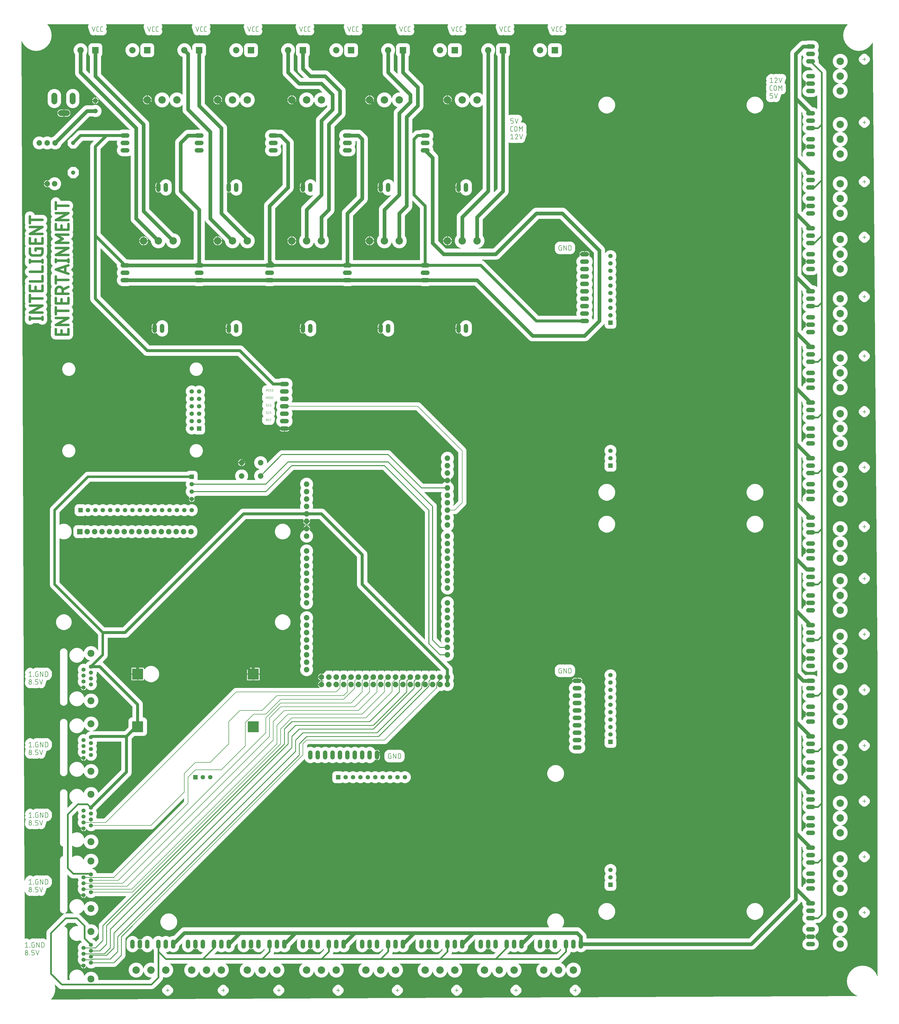
<source format=gbr>
G04 EAGLE Gerber RS-274X export*
G75*
%MOMM*%
%FSLAX34Y34*%
%LPD*%
%INTop Copper*%
%IPPOS*%
%AMOC8*
5,1,8,0,0,1.08239X$1,22.5*%
G01*
%ADD10C,0.812800*%
%ADD11C,0.152400*%
%ADD12C,0.076200*%
%ADD13C,1.879600*%
%ADD14P,2.034460X8X22.500000*%
%ADD15P,1.732040X8X112.500000*%
%ADD16C,1.600200*%
%ADD17C,1.524000*%
%ADD18R,1.508000X1.508000*%
%ADD19C,1.508000*%
%ADD20C,2.000000*%
%ADD21R,1.879600X1.879600*%
%ADD22C,2.540000*%
%ADD23R,2.184400X2.184400*%
%ADD24C,2.184400*%
%ADD25P,1.429621X8X112.500000*%
%ADD26R,3.810000X3.810000*%
%ADD27C,1.422400*%
%ADD28C,2.400000*%
%ADD29C,0.304800*%
%ADD30C,0.609600*%
%ADD31C,1.016000*%
%ADD32C,1.270000*%
%ADD33C,0.254000*%
%ADD34C,0.203200*%

G36*
X2953387Y-38492D02*
X2953387Y-38492D01*
X2953481Y-38476D01*
X2953577Y-38467D01*
X2953602Y-38455D01*
X2953629Y-38451D01*
X2953714Y-38406D01*
X2953801Y-38367D01*
X2953822Y-38348D01*
X2953846Y-38335D01*
X2953912Y-38265D01*
X2953983Y-38200D01*
X2953996Y-38176D01*
X2954015Y-38156D01*
X2954055Y-38069D01*
X2954101Y-37985D01*
X2954106Y-37957D01*
X2954118Y-37932D01*
X2954128Y-37837D01*
X2954145Y-37743D01*
X2954141Y-37715D01*
X2954144Y-37688D01*
X2954123Y-37594D01*
X2954109Y-37499D01*
X2954096Y-37475D01*
X2954090Y-37447D01*
X2954041Y-37366D01*
X2953998Y-37280D01*
X2953978Y-37261D01*
X2953963Y-37237D01*
X2953890Y-37175D01*
X2953822Y-37108D01*
X2953791Y-37091D01*
X2953776Y-37078D01*
X2953745Y-37066D01*
X2953675Y-37027D01*
X2945133Y-33489D01*
X2934087Y-25013D01*
X2925611Y-13967D01*
X2920283Y-1104D01*
X2918466Y12700D01*
X2920283Y26504D01*
X2925611Y39367D01*
X2934087Y50413D01*
X2945133Y58889D01*
X2957996Y64217D01*
X2971800Y66034D01*
X2985604Y64217D01*
X2998467Y58889D01*
X3009513Y50413D01*
X3017989Y39367D01*
X3021897Y29932D01*
X3021948Y29850D01*
X3021994Y29764D01*
X3022013Y29746D01*
X3022026Y29723D01*
X3022101Y29661D01*
X3022172Y29594D01*
X3022196Y29583D01*
X3022216Y29567D01*
X3022307Y29532D01*
X3022395Y29491D01*
X3022421Y29488D01*
X3022445Y29478D01*
X3022543Y29474D01*
X3022639Y29464D01*
X3022665Y29469D01*
X3022691Y29468D01*
X3022785Y29495D01*
X3022880Y29516D01*
X3022902Y29529D01*
X3022927Y29537D01*
X3023007Y29592D01*
X3023091Y29642D01*
X3023108Y29662D01*
X3023129Y29677D01*
X3023188Y29755D01*
X3023251Y29829D01*
X3023261Y29853D01*
X3023276Y29874D01*
X3023306Y29967D01*
X3023343Y30057D01*
X3023346Y30090D01*
X3023352Y30108D01*
X3023352Y30141D01*
X3023361Y30224D01*
X3023361Y1089336D01*
X3023361Y1089338D01*
X3023361Y1089342D01*
X3007179Y3225276D01*
X3007163Y3225369D01*
X3007155Y3225463D01*
X3007143Y3225490D01*
X3007138Y3225519D01*
X3007093Y3225602D01*
X3007055Y3225688D01*
X3007035Y3225710D01*
X3007021Y3225735D01*
X3006952Y3225800D01*
X3006888Y3225869D01*
X3006863Y3225883D01*
X3006841Y3225903D01*
X3006756Y3225942D01*
X3006673Y3225988D01*
X3006644Y3225993D01*
X3006618Y3226005D01*
X3006524Y3226015D01*
X3006431Y3226032D01*
X3006402Y3226027D01*
X3006373Y3226030D01*
X3006281Y3226010D01*
X3006187Y3225996D01*
X3006161Y3225983D01*
X3006133Y3225976D01*
X3006052Y3225927D01*
X3005968Y3225884D01*
X3005948Y3225863D01*
X3005923Y3225848D01*
X3005862Y3225776D01*
X3005796Y3225709D01*
X3005778Y3225677D01*
X3005764Y3225660D01*
X3005752Y3225630D01*
X3005715Y3225562D01*
X3005289Y3224533D01*
X2996813Y3213487D01*
X2985767Y3205011D01*
X2972904Y3199683D01*
X2959100Y3197866D01*
X2945296Y3199683D01*
X2932433Y3205011D01*
X2921387Y3213487D01*
X2912911Y3224533D01*
X2907583Y3237396D01*
X2905766Y3251200D01*
X2907583Y3265004D01*
X2912911Y3277867D01*
X2920667Y3287975D01*
X2920677Y3287994D01*
X2920693Y3288010D01*
X2920735Y3288102D01*
X2920783Y3288191D01*
X2920787Y3288213D01*
X2920796Y3288233D01*
X2920807Y3288334D01*
X2920824Y3288434D01*
X2920821Y3288456D01*
X2920823Y3288477D01*
X2920802Y3288577D01*
X2920786Y3288677D01*
X2920776Y3288696D01*
X2920771Y3288718D01*
X2920719Y3288805D01*
X2920672Y3288895D01*
X2920656Y3288910D01*
X2920645Y3288929D01*
X2920568Y3288995D01*
X2920495Y3289065D01*
X2920475Y3289075D01*
X2920458Y3289089D01*
X2920364Y3289127D01*
X2920272Y3289170D01*
X2920250Y3289173D01*
X2920230Y3289181D01*
X2920063Y3289199D01*
X1954789Y3289199D01*
X1954743Y3289192D01*
X1954698Y3289194D01*
X1954623Y3289172D01*
X1954546Y3289160D01*
X1954505Y3289138D01*
X1954461Y3289125D01*
X1954397Y3289081D01*
X1954329Y3289044D01*
X1954297Y3289011D01*
X1954259Y3288985D01*
X1954213Y3288922D01*
X1954159Y3288866D01*
X1954140Y3288824D01*
X1954113Y3288788D01*
X1954088Y3288714D01*
X1954056Y3288643D01*
X1954051Y3288597D01*
X1954036Y3288554D01*
X1954037Y3288476D01*
X1954029Y3288399D01*
X1954038Y3288354D01*
X1954039Y3288308D01*
X1954077Y3288176D01*
X1954081Y3288158D01*
X1954083Y3288154D01*
X1954085Y3288147D01*
X1955970Y3283596D01*
X1955970Y3278240D01*
X1953913Y3273274D01*
X1953874Y3273212D01*
X1953814Y3273129D01*
X1953808Y3273110D01*
X1953797Y3273093D01*
X1953772Y3272992D01*
X1953741Y3272894D01*
X1953742Y3272874D01*
X1953737Y3272854D01*
X1953745Y3272751D01*
X1953748Y3272648D01*
X1953754Y3272629D01*
X1953756Y3272609D01*
X1953796Y3272514D01*
X1953832Y3272417D01*
X1953845Y3272401D01*
X1953852Y3272383D01*
X1953913Y3272307D01*
X1955970Y3267340D01*
X1955970Y3261984D01*
X1953921Y3257036D01*
X1950134Y3253249D01*
X1945186Y3251199D01*
X1935499Y3251199D01*
X1934121Y3251770D01*
X1934032Y3251791D01*
X1933945Y3251819D01*
X1933913Y3251819D01*
X1933881Y3251826D01*
X1933790Y3251818D01*
X1933699Y3251817D01*
X1933659Y3251805D01*
X1933636Y3251803D01*
X1933607Y3251790D01*
X1933538Y3251770D01*
X1932160Y3251199D01*
X1922473Y3251199D01*
X1918666Y3252776D01*
X1918577Y3252797D01*
X1918491Y3252825D01*
X1918458Y3252825D01*
X1918426Y3252832D01*
X1918336Y3252824D01*
X1918245Y3252823D01*
X1918214Y3252812D01*
X1918182Y3252809D01*
X1918131Y3252787D01*
X1918122Y3252785D01*
X1916397Y3252210D01*
X1916368Y3252195D01*
X1916297Y3252169D01*
X1914806Y3251423D01*
X1913924Y3251360D01*
X1913912Y3251358D01*
X1913901Y3251358D01*
X1913737Y3251323D01*
X1912897Y3251043D01*
X1911235Y3251161D01*
X1911202Y3251159D01*
X1911127Y3251161D01*
X1909464Y3251043D01*
X1908625Y3251323D01*
X1908613Y3251325D01*
X1908603Y3251330D01*
X1908438Y3251360D01*
X1907555Y3251423D01*
X1906064Y3252169D01*
X1906033Y3252178D01*
X1905964Y3252210D01*
X1904383Y3252737D01*
X1903715Y3253317D01*
X1903705Y3253323D01*
X1903697Y3253331D01*
X1903556Y3253422D01*
X1902765Y3253818D01*
X1901673Y3255078D01*
X1901647Y3255098D01*
X1901596Y3255154D01*
X1900337Y3256246D01*
X1899941Y3257038D01*
X1899934Y3257047D01*
X1899931Y3257058D01*
X1899835Y3257196D01*
X1899256Y3257864D01*
X1898728Y3259446D01*
X1898713Y3259475D01*
X1898687Y3259545D01*
X1897942Y3261036D01*
X1897879Y3261919D01*
X1897876Y3261930D01*
X1897877Y3261942D01*
X1897842Y3262106D01*
X1892143Y3279201D01*
X1892523Y3284544D01*
X1894300Y3288098D01*
X1894322Y3288167D01*
X1894352Y3288233D01*
X1894358Y3288284D01*
X1894373Y3288332D01*
X1894371Y3288405D01*
X1894379Y3288477D01*
X1894368Y3288527D01*
X1894367Y3288578D01*
X1894343Y3288647D01*
X1894327Y3288718D01*
X1894301Y3288762D01*
X1894284Y3288810D01*
X1894238Y3288867D01*
X1894201Y3288929D01*
X1894162Y3288962D01*
X1894130Y3289002D01*
X1894069Y3289041D01*
X1894014Y3289089D01*
X1893967Y3289108D01*
X1893924Y3289136D01*
X1893853Y3289154D01*
X1893786Y3289181D01*
X1893716Y3289188D01*
X1893685Y3289196D01*
X1893662Y3289195D01*
X1893619Y3289199D01*
X1776989Y3289199D01*
X1776943Y3289192D01*
X1776898Y3289194D01*
X1776823Y3289172D01*
X1776746Y3289160D01*
X1776705Y3289138D01*
X1776661Y3289125D01*
X1776597Y3289081D01*
X1776529Y3289044D01*
X1776497Y3289011D01*
X1776459Y3288985D01*
X1776413Y3288922D01*
X1776359Y3288866D01*
X1776340Y3288824D01*
X1776313Y3288788D01*
X1776288Y3288714D01*
X1776256Y3288643D01*
X1776251Y3288597D01*
X1776236Y3288554D01*
X1776237Y3288476D01*
X1776229Y3288399D01*
X1776238Y3288354D01*
X1776239Y3288308D01*
X1776277Y3288176D01*
X1776281Y3288158D01*
X1776283Y3288154D01*
X1776285Y3288147D01*
X1778170Y3283596D01*
X1778170Y3278240D01*
X1776113Y3273274D01*
X1776074Y3273212D01*
X1776014Y3273129D01*
X1776008Y3273110D01*
X1775997Y3273093D01*
X1775972Y3272992D01*
X1775941Y3272894D01*
X1775942Y3272874D01*
X1775937Y3272854D01*
X1775945Y3272751D01*
X1775948Y3272648D01*
X1775954Y3272629D01*
X1775956Y3272609D01*
X1775996Y3272514D01*
X1776032Y3272417D01*
X1776045Y3272401D01*
X1776052Y3272383D01*
X1776113Y3272307D01*
X1778170Y3267340D01*
X1778170Y3261984D01*
X1776121Y3257036D01*
X1772334Y3253249D01*
X1767386Y3251199D01*
X1757699Y3251199D01*
X1756321Y3251770D01*
X1756232Y3251791D01*
X1756145Y3251819D01*
X1756113Y3251819D01*
X1756081Y3251826D01*
X1755990Y3251818D01*
X1755899Y3251817D01*
X1755859Y3251805D01*
X1755836Y3251803D01*
X1755807Y3251790D01*
X1755738Y3251770D01*
X1754360Y3251199D01*
X1744673Y3251199D01*
X1740866Y3252776D01*
X1740777Y3252797D01*
X1740691Y3252825D01*
X1740658Y3252825D01*
X1740626Y3252832D01*
X1740536Y3252824D01*
X1740445Y3252823D01*
X1740414Y3252812D01*
X1740382Y3252809D01*
X1740331Y3252787D01*
X1740322Y3252785D01*
X1738597Y3252210D01*
X1738568Y3252195D01*
X1738497Y3252169D01*
X1737006Y3251423D01*
X1736124Y3251360D01*
X1736112Y3251358D01*
X1736101Y3251358D01*
X1735937Y3251323D01*
X1735097Y3251043D01*
X1733435Y3251161D01*
X1733402Y3251159D01*
X1733327Y3251161D01*
X1731664Y3251043D01*
X1730825Y3251323D01*
X1730813Y3251325D01*
X1730803Y3251330D01*
X1730638Y3251360D01*
X1729755Y3251423D01*
X1728264Y3252169D01*
X1728233Y3252178D01*
X1728164Y3252210D01*
X1726583Y3252737D01*
X1725915Y3253317D01*
X1725905Y3253323D01*
X1725897Y3253331D01*
X1725756Y3253422D01*
X1724965Y3253818D01*
X1723873Y3255078D01*
X1723847Y3255098D01*
X1723796Y3255154D01*
X1722537Y3256246D01*
X1722141Y3257038D01*
X1722134Y3257047D01*
X1722131Y3257058D01*
X1722035Y3257196D01*
X1721456Y3257864D01*
X1720928Y3259446D01*
X1720913Y3259475D01*
X1720887Y3259545D01*
X1720142Y3261036D01*
X1720079Y3261919D01*
X1720076Y3261930D01*
X1720077Y3261942D01*
X1720042Y3262106D01*
X1714343Y3279201D01*
X1714723Y3284544D01*
X1716500Y3288098D01*
X1716522Y3288167D01*
X1716552Y3288233D01*
X1716558Y3288284D01*
X1716573Y3288332D01*
X1716571Y3288405D01*
X1716579Y3288477D01*
X1716568Y3288527D01*
X1716567Y3288578D01*
X1716543Y3288647D01*
X1716527Y3288718D01*
X1716501Y3288762D01*
X1716484Y3288810D01*
X1716438Y3288867D01*
X1716401Y3288929D01*
X1716362Y3288962D01*
X1716330Y3289002D01*
X1716269Y3289041D01*
X1716214Y3289089D01*
X1716167Y3289108D01*
X1716124Y3289136D01*
X1716053Y3289154D01*
X1715986Y3289181D01*
X1715916Y3289188D01*
X1715885Y3289196D01*
X1715862Y3289195D01*
X1715819Y3289199D01*
X1611889Y3289199D01*
X1611843Y3289192D01*
X1611798Y3289194D01*
X1611723Y3289172D01*
X1611646Y3289160D01*
X1611605Y3289138D01*
X1611561Y3289125D01*
X1611497Y3289081D01*
X1611429Y3289044D01*
X1611397Y3289011D01*
X1611359Y3288985D01*
X1611313Y3288922D01*
X1611259Y3288866D01*
X1611240Y3288824D01*
X1611213Y3288788D01*
X1611188Y3288714D01*
X1611156Y3288643D01*
X1611151Y3288597D01*
X1611136Y3288554D01*
X1611137Y3288476D01*
X1611129Y3288399D01*
X1611138Y3288354D01*
X1611139Y3288308D01*
X1611177Y3288176D01*
X1611181Y3288158D01*
X1611183Y3288154D01*
X1611185Y3288147D01*
X1613070Y3283596D01*
X1613070Y3278240D01*
X1611013Y3273274D01*
X1610974Y3273212D01*
X1610914Y3273129D01*
X1610908Y3273110D01*
X1610897Y3273093D01*
X1610872Y3272992D01*
X1610841Y3272894D01*
X1610842Y3272874D01*
X1610837Y3272854D01*
X1610845Y3272751D01*
X1610848Y3272648D01*
X1610854Y3272629D01*
X1610856Y3272609D01*
X1610896Y3272514D01*
X1610932Y3272417D01*
X1610945Y3272401D01*
X1610952Y3272383D01*
X1611013Y3272307D01*
X1613070Y3267340D01*
X1613070Y3261984D01*
X1611021Y3257036D01*
X1607234Y3253249D01*
X1602286Y3251199D01*
X1592599Y3251199D01*
X1591221Y3251770D01*
X1591132Y3251791D01*
X1591045Y3251819D01*
X1591013Y3251819D01*
X1590981Y3251826D01*
X1590890Y3251818D01*
X1590799Y3251817D01*
X1590759Y3251805D01*
X1590736Y3251803D01*
X1590707Y3251790D01*
X1590638Y3251770D01*
X1589260Y3251199D01*
X1579573Y3251199D01*
X1575766Y3252776D01*
X1575677Y3252797D01*
X1575591Y3252825D01*
X1575558Y3252825D01*
X1575526Y3252832D01*
X1575436Y3252824D01*
X1575345Y3252823D01*
X1575314Y3252812D01*
X1575282Y3252809D01*
X1575231Y3252787D01*
X1575222Y3252785D01*
X1573497Y3252210D01*
X1573468Y3252195D01*
X1573397Y3252169D01*
X1571906Y3251423D01*
X1571024Y3251360D01*
X1571012Y3251358D01*
X1571001Y3251358D01*
X1570837Y3251323D01*
X1569997Y3251043D01*
X1568335Y3251161D01*
X1568302Y3251159D01*
X1568227Y3251161D01*
X1566564Y3251043D01*
X1565725Y3251323D01*
X1565713Y3251325D01*
X1565703Y3251330D01*
X1565538Y3251360D01*
X1564655Y3251423D01*
X1563164Y3252169D01*
X1563133Y3252178D01*
X1563064Y3252210D01*
X1561483Y3252737D01*
X1560815Y3253317D01*
X1560805Y3253323D01*
X1560797Y3253331D01*
X1560656Y3253422D01*
X1559865Y3253818D01*
X1558773Y3255078D01*
X1558747Y3255098D01*
X1558696Y3255154D01*
X1557437Y3256246D01*
X1557041Y3257038D01*
X1557034Y3257047D01*
X1557031Y3257058D01*
X1556935Y3257196D01*
X1556356Y3257864D01*
X1555828Y3259446D01*
X1555813Y3259475D01*
X1555787Y3259545D01*
X1555042Y3261036D01*
X1554979Y3261919D01*
X1554976Y3261930D01*
X1554977Y3261942D01*
X1554942Y3262106D01*
X1549243Y3279201D01*
X1549623Y3284544D01*
X1551400Y3288098D01*
X1551422Y3288167D01*
X1551452Y3288233D01*
X1551458Y3288284D01*
X1551473Y3288332D01*
X1551471Y3288405D01*
X1551479Y3288477D01*
X1551468Y3288527D01*
X1551467Y3288578D01*
X1551443Y3288647D01*
X1551427Y3288718D01*
X1551401Y3288762D01*
X1551384Y3288810D01*
X1551338Y3288867D01*
X1551301Y3288929D01*
X1551262Y3288962D01*
X1551230Y3289002D01*
X1551169Y3289041D01*
X1551114Y3289089D01*
X1551067Y3289108D01*
X1551024Y3289136D01*
X1550953Y3289154D01*
X1550886Y3289181D01*
X1550816Y3289188D01*
X1550785Y3289196D01*
X1550762Y3289195D01*
X1550719Y3289199D01*
X1434089Y3289199D01*
X1434043Y3289192D01*
X1433998Y3289194D01*
X1433923Y3289172D01*
X1433846Y3289160D01*
X1433805Y3289138D01*
X1433761Y3289125D01*
X1433697Y3289081D01*
X1433629Y3289044D01*
X1433597Y3289011D01*
X1433559Y3288985D01*
X1433513Y3288922D01*
X1433459Y3288866D01*
X1433440Y3288824D01*
X1433413Y3288788D01*
X1433388Y3288714D01*
X1433356Y3288643D01*
X1433351Y3288597D01*
X1433336Y3288554D01*
X1433337Y3288476D01*
X1433329Y3288399D01*
X1433338Y3288354D01*
X1433339Y3288308D01*
X1433377Y3288176D01*
X1433381Y3288158D01*
X1433383Y3288154D01*
X1433385Y3288147D01*
X1435270Y3283596D01*
X1435270Y3278240D01*
X1433213Y3273274D01*
X1433174Y3273212D01*
X1433114Y3273129D01*
X1433108Y3273110D01*
X1433097Y3273093D01*
X1433072Y3272992D01*
X1433041Y3272894D01*
X1433042Y3272874D01*
X1433037Y3272854D01*
X1433045Y3272751D01*
X1433048Y3272648D01*
X1433054Y3272629D01*
X1433056Y3272609D01*
X1433096Y3272514D01*
X1433132Y3272417D01*
X1433145Y3272401D01*
X1433152Y3272383D01*
X1433213Y3272307D01*
X1435270Y3267340D01*
X1435270Y3261984D01*
X1433221Y3257036D01*
X1429434Y3253249D01*
X1424486Y3251199D01*
X1414799Y3251199D01*
X1413421Y3251770D01*
X1413332Y3251791D01*
X1413245Y3251819D01*
X1413213Y3251819D01*
X1413181Y3251826D01*
X1413090Y3251818D01*
X1412999Y3251817D01*
X1412959Y3251805D01*
X1412936Y3251803D01*
X1412907Y3251790D01*
X1412838Y3251770D01*
X1411460Y3251199D01*
X1401773Y3251199D01*
X1397966Y3252776D01*
X1397877Y3252797D01*
X1397791Y3252825D01*
X1397758Y3252825D01*
X1397726Y3252832D01*
X1397636Y3252824D01*
X1397545Y3252823D01*
X1397514Y3252812D01*
X1397482Y3252809D01*
X1397431Y3252787D01*
X1397422Y3252785D01*
X1395697Y3252210D01*
X1395668Y3252195D01*
X1395597Y3252169D01*
X1394106Y3251423D01*
X1393224Y3251360D01*
X1393212Y3251358D01*
X1393201Y3251358D01*
X1393037Y3251323D01*
X1392197Y3251043D01*
X1390535Y3251161D01*
X1390502Y3251159D01*
X1390427Y3251161D01*
X1388764Y3251043D01*
X1387925Y3251323D01*
X1387913Y3251325D01*
X1387903Y3251330D01*
X1387738Y3251360D01*
X1386855Y3251423D01*
X1385364Y3252169D01*
X1385333Y3252178D01*
X1385264Y3252210D01*
X1383683Y3252737D01*
X1383015Y3253317D01*
X1383005Y3253323D01*
X1382997Y3253331D01*
X1382856Y3253422D01*
X1382065Y3253818D01*
X1380973Y3255078D01*
X1380947Y3255098D01*
X1380896Y3255154D01*
X1379637Y3256246D01*
X1379241Y3257038D01*
X1379234Y3257047D01*
X1379231Y3257058D01*
X1379135Y3257196D01*
X1378556Y3257864D01*
X1378028Y3259446D01*
X1378013Y3259475D01*
X1377987Y3259545D01*
X1377242Y3261036D01*
X1377179Y3261919D01*
X1377176Y3261930D01*
X1377177Y3261942D01*
X1377142Y3262106D01*
X1371443Y3279201D01*
X1371823Y3284544D01*
X1373600Y3288098D01*
X1373622Y3288167D01*
X1373652Y3288233D01*
X1373658Y3288284D01*
X1373673Y3288332D01*
X1373671Y3288405D01*
X1373679Y3288477D01*
X1373668Y3288527D01*
X1373667Y3288578D01*
X1373643Y3288647D01*
X1373627Y3288718D01*
X1373601Y3288762D01*
X1373584Y3288810D01*
X1373538Y3288867D01*
X1373501Y3288929D01*
X1373462Y3288962D01*
X1373430Y3289002D01*
X1373369Y3289041D01*
X1373314Y3289089D01*
X1373267Y3289108D01*
X1373224Y3289136D01*
X1373153Y3289154D01*
X1373086Y3289181D01*
X1373016Y3289188D01*
X1372985Y3289196D01*
X1372962Y3289195D01*
X1372919Y3289199D01*
X1256289Y3289199D01*
X1256243Y3289192D01*
X1256198Y3289194D01*
X1256123Y3289172D01*
X1256046Y3289160D01*
X1256005Y3289138D01*
X1255961Y3289125D01*
X1255897Y3289081D01*
X1255829Y3289044D01*
X1255797Y3289011D01*
X1255759Y3288985D01*
X1255713Y3288922D01*
X1255659Y3288866D01*
X1255640Y3288824D01*
X1255613Y3288788D01*
X1255588Y3288714D01*
X1255556Y3288643D01*
X1255551Y3288597D01*
X1255536Y3288554D01*
X1255537Y3288476D01*
X1255529Y3288399D01*
X1255538Y3288354D01*
X1255539Y3288308D01*
X1255577Y3288176D01*
X1255581Y3288158D01*
X1255583Y3288154D01*
X1255585Y3288147D01*
X1257470Y3283596D01*
X1257470Y3278240D01*
X1255413Y3273274D01*
X1255374Y3273212D01*
X1255314Y3273129D01*
X1255308Y3273110D01*
X1255297Y3273093D01*
X1255272Y3272992D01*
X1255241Y3272894D01*
X1255242Y3272874D01*
X1255237Y3272854D01*
X1255245Y3272751D01*
X1255248Y3272648D01*
X1255254Y3272629D01*
X1255256Y3272609D01*
X1255296Y3272514D01*
X1255332Y3272417D01*
X1255345Y3272401D01*
X1255352Y3272383D01*
X1255413Y3272307D01*
X1257470Y3267340D01*
X1257470Y3261984D01*
X1255421Y3257036D01*
X1251634Y3253249D01*
X1246686Y3251199D01*
X1236999Y3251199D01*
X1235621Y3251770D01*
X1235532Y3251791D01*
X1235445Y3251819D01*
X1235413Y3251819D01*
X1235381Y3251826D01*
X1235290Y3251818D01*
X1235199Y3251817D01*
X1235159Y3251805D01*
X1235136Y3251803D01*
X1235107Y3251790D01*
X1235038Y3251770D01*
X1233660Y3251199D01*
X1223973Y3251199D01*
X1220166Y3252776D01*
X1220077Y3252797D01*
X1219991Y3252825D01*
X1219958Y3252825D01*
X1219926Y3252832D01*
X1219836Y3252824D01*
X1219745Y3252823D01*
X1219714Y3252812D01*
X1219682Y3252809D01*
X1219631Y3252787D01*
X1219622Y3252785D01*
X1217897Y3252210D01*
X1217868Y3252195D01*
X1217797Y3252169D01*
X1216306Y3251423D01*
X1215424Y3251360D01*
X1215412Y3251358D01*
X1215401Y3251358D01*
X1215237Y3251323D01*
X1214397Y3251043D01*
X1212735Y3251161D01*
X1212702Y3251159D01*
X1212627Y3251161D01*
X1210964Y3251043D01*
X1210125Y3251323D01*
X1210113Y3251325D01*
X1210103Y3251330D01*
X1209938Y3251360D01*
X1209055Y3251423D01*
X1207564Y3252169D01*
X1207533Y3252178D01*
X1207464Y3252210D01*
X1205883Y3252737D01*
X1205215Y3253317D01*
X1205205Y3253323D01*
X1205197Y3253331D01*
X1205056Y3253422D01*
X1204265Y3253818D01*
X1203173Y3255078D01*
X1203147Y3255098D01*
X1203096Y3255154D01*
X1201837Y3256246D01*
X1201441Y3257038D01*
X1201434Y3257047D01*
X1201431Y3257058D01*
X1201335Y3257196D01*
X1200756Y3257864D01*
X1200228Y3259446D01*
X1200213Y3259475D01*
X1200187Y3259545D01*
X1199442Y3261036D01*
X1199379Y3261919D01*
X1199376Y3261930D01*
X1199377Y3261942D01*
X1199342Y3262106D01*
X1193643Y3279201D01*
X1194023Y3284544D01*
X1195800Y3288098D01*
X1195822Y3288167D01*
X1195852Y3288233D01*
X1195858Y3288284D01*
X1195873Y3288332D01*
X1195871Y3288405D01*
X1195879Y3288477D01*
X1195868Y3288527D01*
X1195867Y3288578D01*
X1195843Y3288647D01*
X1195827Y3288718D01*
X1195801Y3288762D01*
X1195784Y3288810D01*
X1195738Y3288867D01*
X1195701Y3288929D01*
X1195662Y3288962D01*
X1195630Y3289002D01*
X1195569Y3289041D01*
X1195514Y3289089D01*
X1195467Y3289108D01*
X1195424Y3289136D01*
X1195353Y3289154D01*
X1195286Y3289181D01*
X1195216Y3289188D01*
X1195185Y3289196D01*
X1195162Y3289195D01*
X1195119Y3289199D01*
X1091189Y3289199D01*
X1091143Y3289192D01*
X1091098Y3289194D01*
X1091023Y3289172D01*
X1090946Y3289160D01*
X1090905Y3289138D01*
X1090861Y3289125D01*
X1090797Y3289081D01*
X1090729Y3289044D01*
X1090697Y3289011D01*
X1090659Y3288985D01*
X1090613Y3288922D01*
X1090559Y3288866D01*
X1090540Y3288824D01*
X1090513Y3288788D01*
X1090488Y3288714D01*
X1090456Y3288643D01*
X1090451Y3288597D01*
X1090436Y3288554D01*
X1090437Y3288476D01*
X1090429Y3288399D01*
X1090438Y3288354D01*
X1090439Y3288308D01*
X1090477Y3288176D01*
X1090481Y3288158D01*
X1090483Y3288154D01*
X1090485Y3288147D01*
X1092370Y3283596D01*
X1092370Y3278240D01*
X1090313Y3273274D01*
X1090274Y3273212D01*
X1090214Y3273129D01*
X1090208Y3273110D01*
X1090197Y3273093D01*
X1090172Y3272992D01*
X1090141Y3272894D01*
X1090142Y3272874D01*
X1090137Y3272854D01*
X1090145Y3272751D01*
X1090148Y3272648D01*
X1090154Y3272629D01*
X1090156Y3272609D01*
X1090196Y3272514D01*
X1090232Y3272417D01*
X1090245Y3272401D01*
X1090252Y3272383D01*
X1090313Y3272307D01*
X1092370Y3267340D01*
X1092370Y3261984D01*
X1090321Y3257036D01*
X1086534Y3253249D01*
X1081586Y3251199D01*
X1071899Y3251199D01*
X1070521Y3251770D01*
X1070432Y3251791D01*
X1070345Y3251819D01*
X1070313Y3251819D01*
X1070281Y3251826D01*
X1070190Y3251818D01*
X1070099Y3251817D01*
X1070059Y3251805D01*
X1070036Y3251803D01*
X1070007Y3251790D01*
X1069938Y3251770D01*
X1068560Y3251199D01*
X1058873Y3251199D01*
X1055066Y3252776D01*
X1054977Y3252797D01*
X1054891Y3252825D01*
X1054858Y3252825D01*
X1054826Y3252832D01*
X1054736Y3252824D01*
X1054645Y3252823D01*
X1054614Y3252812D01*
X1054582Y3252809D01*
X1054531Y3252787D01*
X1054522Y3252785D01*
X1052797Y3252210D01*
X1052768Y3252195D01*
X1052697Y3252169D01*
X1051206Y3251423D01*
X1050324Y3251360D01*
X1050312Y3251358D01*
X1050301Y3251358D01*
X1050137Y3251323D01*
X1049297Y3251043D01*
X1047635Y3251161D01*
X1047602Y3251159D01*
X1047527Y3251161D01*
X1045864Y3251043D01*
X1045025Y3251323D01*
X1045013Y3251325D01*
X1045003Y3251330D01*
X1044838Y3251360D01*
X1043955Y3251423D01*
X1042464Y3252169D01*
X1042433Y3252178D01*
X1042364Y3252210D01*
X1040783Y3252737D01*
X1040115Y3253317D01*
X1040105Y3253323D01*
X1040097Y3253331D01*
X1039956Y3253422D01*
X1039165Y3253818D01*
X1038073Y3255078D01*
X1038047Y3255098D01*
X1037996Y3255154D01*
X1036737Y3256246D01*
X1036341Y3257038D01*
X1036334Y3257047D01*
X1036331Y3257058D01*
X1036235Y3257196D01*
X1035656Y3257864D01*
X1035128Y3259446D01*
X1035113Y3259475D01*
X1035087Y3259545D01*
X1034342Y3261036D01*
X1034279Y3261919D01*
X1034276Y3261930D01*
X1034277Y3261942D01*
X1034242Y3262106D01*
X1028543Y3279201D01*
X1028923Y3284544D01*
X1030700Y3288098D01*
X1030722Y3288167D01*
X1030752Y3288233D01*
X1030758Y3288284D01*
X1030773Y3288332D01*
X1030771Y3288405D01*
X1030779Y3288477D01*
X1030768Y3288527D01*
X1030767Y3288578D01*
X1030743Y3288647D01*
X1030727Y3288718D01*
X1030701Y3288762D01*
X1030684Y3288810D01*
X1030638Y3288867D01*
X1030601Y3288929D01*
X1030562Y3288962D01*
X1030530Y3289002D01*
X1030469Y3289041D01*
X1030414Y3289089D01*
X1030367Y3289108D01*
X1030324Y3289136D01*
X1030253Y3289154D01*
X1030186Y3289181D01*
X1030116Y3289188D01*
X1030085Y3289196D01*
X1030062Y3289195D01*
X1030019Y3289199D01*
X913389Y3289199D01*
X913343Y3289192D01*
X913298Y3289194D01*
X913223Y3289172D01*
X913146Y3289160D01*
X913105Y3289138D01*
X913061Y3289125D01*
X912997Y3289081D01*
X912929Y3289044D01*
X912897Y3289011D01*
X912859Y3288985D01*
X912813Y3288922D01*
X912759Y3288866D01*
X912740Y3288824D01*
X912713Y3288788D01*
X912688Y3288714D01*
X912656Y3288643D01*
X912651Y3288597D01*
X912636Y3288554D01*
X912637Y3288476D01*
X912629Y3288399D01*
X912638Y3288354D01*
X912639Y3288308D01*
X912677Y3288176D01*
X912681Y3288158D01*
X912683Y3288154D01*
X912685Y3288147D01*
X914570Y3283596D01*
X914570Y3278240D01*
X912513Y3273274D01*
X912474Y3273212D01*
X912414Y3273129D01*
X912408Y3273110D01*
X912397Y3273093D01*
X912372Y3272992D01*
X912341Y3272894D01*
X912342Y3272874D01*
X912337Y3272854D01*
X912345Y3272751D01*
X912348Y3272648D01*
X912354Y3272629D01*
X912356Y3272609D01*
X912396Y3272514D01*
X912432Y3272417D01*
X912445Y3272401D01*
X912452Y3272383D01*
X912513Y3272307D01*
X914570Y3267340D01*
X914570Y3261984D01*
X912521Y3257036D01*
X908734Y3253249D01*
X903786Y3251199D01*
X894099Y3251199D01*
X892721Y3251770D01*
X892632Y3251791D01*
X892545Y3251819D01*
X892513Y3251819D01*
X892481Y3251826D01*
X892390Y3251818D01*
X892299Y3251817D01*
X892259Y3251805D01*
X892236Y3251803D01*
X892207Y3251790D01*
X892138Y3251770D01*
X890760Y3251199D01*
X881073Y3251199D01*
X877266Y3252776D01*
X877177Y3252797D01*
X877091Y3252825D01*
X877058Y3252825D01*
X877026Y3252832D01*
X876936Y3252824D01*
X876845Y3252823D01*
X876814Y3252812D01*
X876782Y3252809D01*
X876731Y3252787D01*
X876722Y3252785D01*
X874997Y3252210D01*
X874968Y3252195D01*
X874897Y3252169D01*
X873406Y3251423D01*
X872524Y3251360D01*
X872512Y3251358D01*
X872501Y3251358D01*
X872337Y3251323D01*
X871497Y3251043D01*
X869835Y3251161D01*
X869802Y3251159D01*
X869727Y3251161D01*
X868064Y3251043D01*
X867225Y3251323D01*
X867213Y3251325D01*
X867203Y3251330D01*
X867038Y3251360D01*
X866155Y3251423D01*
X864664Y3252169D01*
X864633Y3252178D01*
X864564Y3252210D01*
X862983Y3252737D01*
X862315Y3253317D01*
X862305Y3253323D01*
X862297Y3253331D01*
X862156Y3253422D01*
X861365Y3253818D01*
X860273Y3255078D01*
X860247Y3255098D01*
X860196Y3255154D01*
X858937Y3256246D01*
X858541Y3257038D01*
X858534Y3257047D01*
X858531Y3257058D01*
X858435Y3257196D01*
X857856Y3257864D01*
X857328Y3259446D01*
X857313Y3259475D01*
X857287Y3259545D01*
X856542Y3261036D01*
X856479Y3261919D01*
X856476Y3261930D01*
X856477Y3261942D01*
X856442Y3262106D01*
X850743Y3279201D01*
X851123Y3284544D01*
X852900Y3288098D01*
X852922Y3288167D01*
X852952Y3288233D01*
X852958Y3288284D01*
X852973Y3288332D01*
X852971Y3288405D01*
X852979Y3288477D01*
X852968Y3288527D01*
X852967Y3288578D01*
X852943Y3288647D01*
X852927Y3288718D01*
X852901Y3288762D01*
X852884Y3288810D01*
X852838Y3288867D01*
X852801Y3288929D01*
X852762Y3288962D01*
X852730Y3289002D01*
X852669Y3289041D01*
X852614Y3289089D01*
X852567Y3289108D01*
X852524Y3289136D01*
X852453Y3289154D01*
X852386Y3289181D01*
X852316Y3289188D01*
X852285Y3289196D01*
X852262Y3289195D01*
X852219Y3289199D01*
X735589Y3289199D01*
X735543Y3289192D01*
X735498Y3289194D01*
X735423Y3289172D01*
X735346Y3289160D01*
X735305Y3289138D01*
X735261Y3289125D01*
X735197Y3289081D01*
X735129Y3289044D01*
X735097Y3289011D01*
X735059Y3288985D01*
X735013Y3288922D01*
X734959Y3288866D01*
X734940Y3288824D01*
X734913Y3288788D01*
X734888Y3288714D01*
X734856Y3288643D01*
X734851Y3288597D01*
X734836Y3288554D01*
X734837Y3288476D01*
X734829Y3288399D01*
X734838Y3288354D01*
X734839Y3288308D01*
X734877Y3288176D01*
X734881Y3288158D01*
X734883Y3288154D01*
X734885Y3288147D01*
X736770Y3283596D01*
X736770Y3278240D01*
X734713Y3273274D01*
X734674Y3273212D01*
X734614Y3273129D01*
X734608Y3273110D01*
X734597Y3273093D01*
X734572Y3272992D01*
X734541Y3272894D01*
X734542Y3272874D01*
X734537Y3272854D01*
X734545Y3272751D01*
X734548Y3272648D01*
X734554Y3272629D01*
X734556Y3272609D01*
X734596Y3272514D01*
X734632Y3272417D01*
X734645Y3272401D01*
X734652Y3272383D01*
X734713Y3272307D01*
X736770Y3267340D01*
X736770Y3261984D01*
X734721Y3257036D01*
X730934Y3253249D01*
X725986Y3251199D01*
X716299Y3251199D01*
X714921Y3251770D01*
X714832Y3251791D01*
X714745Y3251819D01*
X714713Y3251819D01*
X714681Y3251826D01*
X714590Y3251818D01*
X714499Y3251817D01*
X714459Y3251805D01*
X714436Y3251803D01*
X714407Y3251790D01*
X714338Y3251770D01*
X712960Y3251199D01*
X703273Y3251199D01*
X699466Y3252776D01*
X699377Y3252797D01*
X699291Y3252825D01*
X699258Y3252825D01*
X699226Y3252832D01*
X699136Y3252824D01*
X699045Y3252823D01*
X699014Y3252812D01*
X698982Y3252809D01*
X698931Y3252787D01*
X698922Y3252785D01*
X697197Y3252210D01*
X697168Y3252195D01*
X697097Y3252169D01*
X695606Y3251423D01*
X694724Y3251360D01*
X694712Y3251358D01*
X694701Y3251358D01*
X694537Y3251323D01*
X693697Y3251043D01*
X692035Y3251161D01*
X692002Y3251159D01*
X691927Y3251161D01*
X690264Y3251043D01*
X689425Y3251323D01*
X689413Y3251325D01*
X689403Y3251330D01*
X689238Y3251360D01*
X688355Y3251423D01*
X686864Y3252169D01*
X686833Y3252178D01*
X686764Y3252210D01*
X685183Y3252737D01*
X684515Y3253317D01*
X684505Y3253323D01*
X684497Y3253331D01*
X684356Y3253422D01*
X683565Y3253818D01*
X682473Y3255078D01*
X682447Y3255098D01*
X682396Y3255154D01*
X681137Y3256246D01*
X680741Y3257038D01*
X680734Y3257047D01*
X680731Y3257058D01*
X680635Y3257196D01*
X680056Y3257864D01*
X679528Y3259446D01*
X679513Y3259475D01*
X679487Y3259545D01*
X678742Y3261036D01*
X678679Y3261919D01*
X678676Y3261930D01*
X678677Y3261942D01*
X678642Y3262106D01*
X672943Y3279201D01*
X673323Y3284544D01*
X675100Y3288098D01*
X675122Y3288167D01*
X675152Y3288233D01*
X675158Y3288284D01*
X675173Y3288332D01*
X675171Y3288405D01*
X675179Y3288477D01*
X675168Y3288527D01*
X675167Y3288578D01*
X675143Y3288647D01*
X675127Y3288718D01*
X675101Y3288762D01*
X675084Y3288810D01*
X675038Y3288867D01*
X675001Y3288929D01*
X674962Y3288962D01*
X674930Y3289002D01*
X674869Y3289041D01*
X674814Y3289089D01*
X674767Y3289108D01*
X674724Y3289136D01*
X674653Y3289154D01*
X674586Y3289181D01*
X674516Y3289188D01*
X674485Y3289196D01*
X674462Y3289195D01*
X674419Y3289199D01*
X570489Y3289199D01*
X570443Y3289192D01*
X570398Y3289194D01*
X570323Y3289172D01*
X570246Y3289160D01*
X570205Y3289138D01*
X570161Y3289125D01*
X570097Y3289081D01*
X570029Y3289044D01*
X569997Y3289011D01*
X569959Y3288985D01*
X569913Y3288922D01*
X569859Y3288866D01*
X569840Y3288824D01*
X569813Y3288788D01*
X569788Y3288714D01*
X569756Y3288643D01*
X569751Y3288597D01*
X569736Y3288554D01*
X569737Y3288476D01*
X569729Y3288399D01*
X569738Y3288354D01*
X569739Y3288308D01*
X569777Y3288176D01*
X569781Y3288158D01*
X569783Y3288154D01*
X569785Y3288147D01*
X571670Y3283596D01*
X571670Y3278240D01*
X569613Y3273274D01*
X569574Y3273212D01*
X569514Y3273129D01*
X569508Y3273110D01*
X569497Y3273093D01*
X569472Y3272992D01*
X569441Y3272894D01*
X569442Y3272874D01*
X569437Y3272854D01*
X569445Y3272751D01*
X569448Y3272648D01*
X569454Y3272629D01*
X569456Y3272609D01*
X569496Y3272514D01*
X569532Y3272417D01*
X569545Y3272401D01*
X569552Y3272383D01*
X569613Y3272307D01*
X571670Y3267340D01*
X571670Y3261984D01*
X569621Y3257036D01*
X565834Y3253249D01*
X560886Y3251199D01*
X551199Y3251199D01*
X549821Y3251770D01*
X549732Y3251791D01*
X549645Y3251819D01*
X549613Y3251819D01*
X549581Y3251826D01*
X549490Y3251818D01*
X549399Y3251817D01*
X549359Y3251805D01*
X549336Y3251803D01*
X549307Y3251790D01*
X549238Y3251770D01*
X547860Y3251199D01*
X538173Y3251199D01*
X534366Y3252776D01*
X534277Y3252797D01*
X534191Y3252825D01*
X534158Y3252825D01*
X534126Y3252832D01*
X534036Y3252824D01*
X533945Y3252823D01*
X533914Y3252812D01*
X533882Y3252809D01*
X533831Y3252787D01*
X533822Y3252785D01*
X532097Y3252210D01*
X532068Y3252195D01*
X531997Y3252169D01*
X530506Y3251423D01*
X529624Y3251360D01*
X529612Y3251358D01*
X529601Y3251358D01*
X529437Y3251323D01*
X528597Y3251043D01*
X526935Y3251161D01*
X526902Y3251159D01*
X526827Y3251161D01*
X525164Y3251043D01*
X524325Y3251323D01*
X524313Y3251325D01*
X524303Y3251330D01*
X524138Y3251360D01*
X523255Y3251423D01*
X521764Y3252169D01*
X521733Y3252178D01*
X521664Y3252210D01*
X520083Y3252737D01*
X519415Y3253317D01*
X519405Y3253323D01*
X519397Y3253331D01*
X519256Y3253422D01*
X518465Y3253818D01*
X517373Y3255078D01*
X517347Y3255098D01*
X517296Y3255154D01*
X516037Y3256246D01*
X515641Y3257038D01*
X515634Y3257047D01*
X515631Y3257058D01*
X515535Y3257196D01*
X514956Y3257864D01*
X514428Y3259446D01*
X514413Y3259475D01*
X514387Y3259545D01*
X513642Y3261036D01*
X513579Y3261919D01*
X513576Y3261930D01*
X513577Y3261942D01*
X513542Y3262106D01*
X507843Y3279201D01*
X508223Y3284544D01*
X510000Y3288098D01*
X510022Y3288167D01*
X510052Y3288233D01*
X510058Y3288284D01*
X510073Y3288332D01*
X510071Y3288405D01*
X510079Y3288477D01*
X510068Y3288527D01*
X510067Y3288578D01*
X510043Y3288647D01*
X510027Y3288718D01*
X510001Y3288762D01*
X509984Y3288810D01*
X509938Y3288867D01*
X509901Y3288929D01*
X509862Y3288962D01*
X509830Y3289002D01*
X509769Y3289041D01*
X509714Y3289089D01*
X509667Y3289108D01*
X509624Y3289136D01*
X509553Y3289154D01*
X509486Y3289181D01*
X509416Y3289188D01*
X509385Y3289196D01*
X509362Y3289195D01*
X509319Y3289199D01*
X379989Y3289199D01*
X379943Y3289192D01*
X379898Y3289194D01*
X379823Y3289172D01*
X379746Y3289160D01*
X379705Y3289138D01*
X379661Y3289125D01*
X379597Y3289081D01*
X379529Y3289044D01*
X379497Y3289011D01*
X379459Y3288985D01*
X379413Y3288922D01*
X379359Y3288866D01*
X379340Y3288824D01*
X379313Y3288788D01*
X379288Y3288714D01*
X379256Y3288643D01*
X379251Y3288597D01*
X379236Y3288554D01*
X379237Y3288476D01*
X379229Y3288399D01*
X379238Y3288354D01*
X379239Y3288308D01*
X379277Y3288176D01*
X379281Y3288158D01*
X379283Y3288154D01*
X379285Y3288147D01*
X381170Y3283596D01*
X381170Y3278240D01*
X379113Y3273274D01*
X379074Y3273212D01*
X379014Y3273129D01*
X379008Y3273110D01*
X378997Y3273093D01*
X378972Y3272992D01*
X378941Y3272894D01*
X378942Y3272874D01*
X378937Y3272854D01*
X378945Y3272751D01*
X378948Y3272648D01*
X378954Y3272629D01*
X378956Y3272609D01*
X378996Y3272514D01*
X379032Y3272417D01*
X379045Y3272401D01*
X379052Y3272383D01*
X379113Y3272307D01*
X381170Y3267340D01*
X381170Y3261984D01*
X379121Y3257036D01*
X375334Y3253249D01*
X370386Y3251199D01*
X360699Y3251199D01*
X359321Y3251770D01*
X359232Y3251791D01*
X359145Y3251819D01*
X359113Y3251819D01*
X359081Y3251826D01*
X358990Y3251818D01*
X358899Y3251817D01*
X358859Y3251805D01*
X358836Y3251803D01*
X358807Y3251790D01*
X358738Y3251770D01*
X357360Y3251199D01*
X347673Y3251199D01*
X343866Y3252776D01*
X343777Y3252797D01*
X343691Y3252825D01*
X343658Y3252825D01*
X343626Y3252832D01*
X343536Y3252824D01*
X343445Y3252823D01*
X343414Y3252812D01*
X343382Y3252809D01*
X343331Y3252787D01*
X343322Y3252785D01*
X341597Y3252210D01*
X341568Y3252195D01*
X341497Y3252169D01*
X340006Y3251423D01*
X339124Y3251360D01*
X339112Y3251358D01*
X339101Y3251358D01*
X338937Y3251323D01*
X338097Y3251043D01*
X336435Y3251161D01*
X336402Y3251159D01*
X336327Y3251161D01*
X334664Y3251043D01*
X333825Y3251323D01*
X333813Y3251325D01*
X333803Y3251330D01*
X333638Y3251360D01*
X332755Y3251423D01*
X331264Y3252169D01*
X331233Y3252178D01*
X331164Y3252210D01*
X329583Y3252737D01*
X328915Y3253317D01*
X328905Y3253323D01*
X328897Y3253331D01*
X328756Y3253422D01*
X327965Y3253818D01*
X326873Y3255078D01*
X326847Y3255098D01*
X326796Y3255154D01*
X325537Y3256246D01*
X325141Y3257038D01*
X325134Y3257047D01*
X325131Y3257058D01*
X325035Y3257196D01*
X324456Y3257864D01*
X323928Y3259446D01*
X323913Y3259475D01*
X323887Y3259545D01*
X323142Y3261036D01*
X323079Y3261919D01*
X323076Y3261930D01*
X323077Y3261942D01*
X323042Y3262106D01*
X317343Y3279201D01*
X317723Y3284544D01*
X319500Y3288098D01*
X319522Y3288167D01*
X319552Y3288233D01*
X319558Y3288284D01*
X319573Y3288332D01*
X319571Y3288405D01*
X319579Y3288477D01*
X319568Y3288527D01*
X319567Y3288578D01*
X319543Y3288647D01*
X319527Y3288718D01*
X319501Y3288762D01*
X319484Y3288810D01*
X319438Y3288867D01*
X319401Y3288929D01*
X319362Y3288962D01*
X319330Y3289002D01*
X319269Y3289041D01*
X319214Y3289089D01*
X319167Y3289108D01*
X319124Y3289136D01*
X319053Y3289154D01*
X318986Y3289181D01*
X318916Y3289188D01*
X318885Y3289196D01*
X318862Y3289195D01*
X318819Y3289199D01*
X178737Y3289199D01*
X178715Y3289196D01*
X178693Y3289198D01*
X178594Y3289176D01*
X178494Y3289160D01*
X178475Y3289149D01*
X178453Y3289144D01*
X178366Y3289092D01*
X178277Y3289044D01*
X178262Y3289028D01*
X178243Y3289017D01*
X178177Y3288940D01*
X178107Y3288866D01*
X178098Y3288846D01*
X178084Y3288829D01*
X178047Y3288735D01*
X178004Y3288643D01*
X178001Y3288621D01*
X177993Y3288601D01*
X177988Y3288499D01*
X177977Y3288399D01*
X177981Y3288377D01*
X177980Y3288355D01*
X178007Y3288257D01*
X178029Y3288158D01*
X178040Y3288139D01*
X178046Y3288118D01*
X178133Y3287975D01*
X185889Y3277867D01*
X191217Y3265004D01*
X193034Y3251200D01*
X191217Y3237396D01*
X185889Y3224533D01*
X177413Y3213487D01*
X166367Y3205011D01*
X153504Y3199683D01*
X139700Y3197866D01*
X125896Y3199683D01*
X113033Y3205011D01*
X101987Y3213487D01*
X93511Y3224533D01*
X90632Y3231484D01*
X90580Y3231567D01*
X90534Y3231655D01*
X90516Y3231672D01*
X90503Y3231693D01*
X90426Y3231756D01*
X90355Y3231823D01*
X90332Y3231834D01*
X90313Y3231849D01*
X90221Y3231885D01*
X90131Y3231926D01*
X90107Y3231929D01*
X90084Y3231938D01*
X89985Y3231942D01*
X89887Y3231952D01*
X89863Y3231947D01*
X89838Y3231948D01*
X89743Y3231920D01*
X89646Y3231899D01*
X89625Y3231886D01*
X89602Y3231879D01*
X89521Y3231823D01*
X89436Y3231772D01*
X89420Y3231753D01*
X89399Y3231739D01*
X89341Y3231660D01*
X89277Y3231585D01*
X89267Y3231562D01*
X89253Y3231542D01*
X89222Y3231448D01*
X89186Y3231356D01*
X89182Y3231326D01*
X89177Y3231308D01*
X89177Y3231275D01*
X89168Y3231189D01*
X100011Y357769D01*
X100024Y357690D01*
X100028Y357610D01*
X100044Y357569D01*
X100052Y357526D01*
X100089Y357456D01*
X100119Y357381D01*
X100147Y357348D01*
X100168Y357309D01*
X100226Y357255D01*
X100277Y357193D01*
X100315Y357171D01*
X100347Y357141D01*
X100419Y357107D01*
X100488Y357066D01*
X100530Y357056D01*
X100570Y357038D01*
X100650Y357029D01*
X100728Y357012D01*
X100771Y357016D01*
X100815Y357012D01*
X100893Y357029D01*
X100972Y357037D01*
X101012Y357055D01*
X101055Y357065D01*
X101123Y357106D01*
X101196Y357139D01*
X101228Y357169D01*
X101265Y357192D01*
X101317Y357253D01*
X101376Y357307D01*
X101396Y357346D01*
X101425Y357379D01*
X101454Y357454D01*
X101492Y357524D01*
X101505Y357581D01*
X101516Y357608D01*
X101520Y357648D01*
X101529Y357688D01*
X101977Y361724D01*
X104561Y366415D01*
X110552Y371208D01*
X110572Y371230D01*
X110615Y371265D01*
X111951Y372601D01*
X112560Y372853D01*
X112580Y372866D01*
X112603Y372872D01*
X112744Y372962D01*
X113258Y373373D01*
X115074Y373899D01*
X115100Y373912D01*
X115153Y373927D01*
X116900Y374651D01*
X117558Y374651D01*
X117581Y374655D01*
X117605Y374652D01*
X117770Y374681D01*
X118403Y374864D01*
X120281Y374655D01*
X120310Y374657D01*
X120365Y374651D01*
X122255Y374651D01*
X122864Y374399D01*
X122887Y374393D01*
X122907Y374382D01*
X123071Y374345D01*
X123726Y374273D01*
X125382Y373361D01*
X125409Y373351D01*
X125457Y373324D01*
X127204Y372601D01*
X127669Y372135D01*
X127688Y372122D01*
X127703Y372104D01*
X127840Y372007D01*
X128417Y371689D01*
X129054Y370894D01*
X129059Y370889D01*
X129062Y370884D01*
X129101Y370850D01*
X129139Y370804D01*
X129191Y370770D01*
X129236Y370729D01*
X129293Y370704D01*
X129346Y370671D01*
X129405Y370656D01*
X129462Y370631D01*
X129524Y370626D01*
X129584Y370611D01*
X129636Y370615D01*
X129643Y370614D01*
X129654Y370614D01*
X129657Y370614D01*
X129707Y370610D01*
X129767Y370625D01*
X129829Y370630D01*
X129878Y370651D01*
X129897Y370654D01*
X129907Y370659D01*
X129946Y370669D01*
X129998Y370702D01*
X130056Y370726D01*
X130098Y370760D01*
X130114Y370769D01*
X130130Y370785D01*
X130154Y370800D01*
X130165Y370813D01*
X130187Y370831D01*
X131407Y372051D01*
X137683Y374651D01*
X138250Y374651D01*
X141327Y374651D01*
X143908Y374651D01*
X149176Y374651D01*
X149904Y374349D01*
X150010Y374324D01*
X150115Y374295D01*
X150132Y374295D01*
X150144Y374293D01*
X150173Y374296D01*
X150282Y374296D01*
X150624Y374335D01*
X150645Y374341D01*
X150668Y374342D01*
X150829Y374388D01*
X151462Y374651D01*
X153326Y374651D01*
X153355Y374655D01*
X153412Y374656D01*
X155264Y374868D01*
X155923Y374680D01*
X155945Y374677D01*
X155966Y374669D01*
X156132Y374651D01*
X156818Y374651D01*
X158364Y374010D01*
X158453Y373989D01*
X158540Y373961D01*
X158572Y373961D01*
X158604Y373954D01*
X158695Y373963D01*
X158786Y373963D01*
X158825Y373975D01*
X158849Y373977D01*
X158878Y373990D01*
X158947Y374010D01*
X160493Y374651D01*
X165849Y374651D01*
X166701Y374298D01*
X166790Y374277D01*
X166877Y374249D01*
X166909Y374249D01*
X166940Y374242D01*
X167031Y374250D01*
X167123Y374251D01*
X167162Y374263D01*
X167185Y374265D01*
X167215Y374278D01*
X167284Y374298D01*
X168136Y374651D01*
X178905Y374651D01*
X185513Y371914D01*
X190570Y366856D01*
X193307Y360249D01*
X193307Y345871D01*
X190570Y339264D01*
X185513Y334206D01*
X178905Y331469D01*
X176235Y331469D01*
X176214Y331466D01*
X176193Y331468D01*
X176093Y331446D01*
X175992Y331430D01*
X175973Y331420D01*
X175953Y331415D01*
X175865Y331362D01*
X175774Y331314D01*
X175760Y331299D01*
X175742Y331288D01*
X175676Y331210D01*
X175605Y331136D01*
X175596Y331117D01*
X175583Y331101D01*
X175512Y330949D01*
X170431Y315706D01*
X170430Y315694D01*
X170424Y315684D01*
X170394Y315519D01*
X170331Y314636D01*
X169586Y313145D01*
X169576Y313114D01*
X169545Y313046D01*
X169018Y311464D01*
X168438Y310796D01*
X168432Y310786D01*
X168423Y310778D01*
X168332Y310638D01*
X167936Y309846D01*
X166677Y308754D01*
X166656Y308729D01*
X166601Y308678D01*
X165508Y307418D01*
X164717Y307022D01*
X164707Y307016D01*
X164697Y307012D01*
X164559Y306917D01*
X163890Y306337D01*
X162309Y305810D01*
X162280Y305795D01*
X162209Y305769D01*
X160718Y305023D01*
X159835Y304960D01*
X159824Y304958D01*
X159813Y304958D01*
X159649Y304923D01*
X158809Y304643D01*
X157146Y304761D01*
X157114Y304759D01*
X157039Y304761D01*
X155376Y304643D01*
X154536Y304923D01*
X154525Y304925D01*
X154515Y304930D01*
X154350Y304960D01*
X153467Y305023D01*
X151976Y305768D01*
X151945Y305778D01*
X151876Y305810D01*
X150244Y306354D01*
X150235Y306360D01*
X150204Y306370D01*
X150176Y306388D01*
X150088Y306408D01*
X150002Y306436D01*
X149968Y306436D01*
X149936Y306444D01*
X149846Y306435D01*
X149756Y306434D01*
X149715Y306422D01*
X149691Y306420D01*
X149662Y306407D01*
X149594Y306387D01*
X145761Y304799D01*
X134268Y304799D01*
X134250Y304807D01*
X134161Y304828D01*
X134074Y304856D01*
X134042Y304856D01*
X134010Y304863D01*
X133919Y304854D01*
X133828Y304854D01*
X133789Y304842D01*
X133765Y304840D01*
X133736Y304827D01*
X133667Y304807D01*
X133649Y304799D01*
X127390Y304799D01*
X125563Y305556D01*
X125474Y305577D01*
X125388Y305605D01*
X125355Y305605D01*
X125324Y305612D01*
X125233Y305604D01*
X125142Y305603D01*
X125102Y305591D01*
X125079Y305589D01*
X125049Y305576D01*
X124981Y305556D01*
X123154Y304799D01*
X116001Y304799D01*
X109394Y307536D01*
X104336Y312594D01*
X101622Y319145D01*
X101570Y319229D01*
X101524Y319316D01*
X101508Y319331D01*
X101503Y319340D01*
X101501Y319342D01*
X101493Y319354D01*
X101417Y319417D01*
X101345Y319485D01*
X101322Y319495D01*
X101303Y319511D01*
X101211Y319547D01*
X101121Y319588D01*
X101097Y319591D01*
X101074Y319599D01*
X100983Y319603D01*
X100921Y319610D01*
X100919Y319610D01*
X100917Y319610D01*
X100877Y319614D01*
X100853Y319609D01*
X100828Y319610D01*
X100733Y319582D01*
X100687Y319572D01*
X100676Y319570D01*
X100674Y319569D01*
X100637Y319561D01*
X100615Y319548D01*
X100592Y319541D01*
X100511Y319485D01*
X100478Y319465D01*
X100459Y319455D01*
X100456Y319452D01*
X100426Y319434D01*
X100410Y319415D01*
X100390Y319401D01*
X100331Y319322D01*
X100318Y319307D01*
X100290Y319277D01*
X100286Y319269D01*
X100267Y319246D01*
X100258Y319223D01*
X100243Y319204D01*
X100213Y319112D01*
X100186Y319054D01*
X100185Y319040D01*
X100176Y319018D01*
X100172Y318987D01*
X100167Y318970D01*
X100167Y318937D01*
X100158Y318851D01*
X100763Y158543D01*
X100763Y158541D01*
X100763Y158539D01*
X100784Y158419D01*
X100804Y158300D01*
X100805Y158298D01*
X100805Y158296D01*
X100863Y158189D01*
X100919Y158083D01*
X100921Y158082D01*
X100922Y158080D01*
X101010Y157998D01*
X101098Y157915D01*
X101100Y157914D01*
X101102Y157912D01*
X101212Y157862D01*
X101322Y157812D01*
X101324Y157812D01*
X101326Y157811D01*
X101447Y157799D01*
X101566Y157786D01*
X101569Y157786D01*
X101571Y157786D01*
X101736Y157815D01*
X102374Y157999D01*
X102400Y158012D01*
X102453Y158027D01*
X104200Y158751D01*
X104858Y158751D01*
X104881Y158755D01*
X104905Y158752D01*
X105070Y158781D01*
X105703Y158964D01*
X107581Y158755D01*
X107610Y158757D01*
X107665Y158751D01*
X109555Y158751D01*
X110164Y158499D01*
X110187Y158493D01*
X110207Y158482D01*
X110371Y158445D01*
X111026Y158373D01*
X112682Y157461D01*
X112709Y157451D01*
X112757Y157424D01*
X114504Y156701D01*
X114969Y156235D01*
X114988Y156222D01*
X115003Y156204D01*
X115140Y156107D01*
X115717Y155789D01*
X116354Y154994D01*
X116400Y154952D01*
X116439Y154904D01*
X116491Y154870D01*
X116536Y154829D01*
X116593Y154804D01*
X116646Y154771D01*
X116705Y154756D01*
X116762Y154731D01*
X116824Y154726D01*
X116884Y154711D01*
X116946Y154715D01*
X117007Y154710D01*
X117067Y154725D01*
X117129Y154730D01*
X117186Y154754D01*
X117246Y154769D01*
X117298Y154802D01*
X117356Y154826D01*
X117426Y154883D01*
X117454Y154900D01*
X117465Y154913D01*
X117487Y154931D01*
X118707Y156151D01*
X124983Y158751D01*
X125550Y158751D01*
X128379Y158751D01*
X131208Y158751D01*
X136476Y158751D01*
X137204Y158449D01*
X137310Y158424D01*
X137415Y158395D01*
X137432Y158395D01*
X137444Y158393D01*
X137473Y158396D01*
X137582Y158396D01*
X137924Y158435D01*
X137945Y158441D01*
X137968Y158442D01*
X138129Y158488D01*
X138762Y158751D01*
X140626Y158751D01*
X140655Y158755D01*
X140712Y158756D01*
X142564Y158968D01*
X143223Y158780D01*
X143245Y158777D01*
X143266Y158769D01*
X143432Y158751D01*
X144118Y158751D01*
X145664Y158110D01*
X145753Y158089D01*
X145840Y158061D01*
X145872Y158061D01*
X145904Y158054D01*
X145995Y158063D01*
X146086Y158063D01*
X146125Y158075D01*
X146149Y158077D01*
X146178Y158090D01*
X146247Y158110D01*
X147793Y158751D01*
X153149Y158751D01*
X154001Y158398D01*
X154090Y158377D01*
X154177Y158349D01*
X154209Y158349D01*
X154240Y158342D01*
X154331Y158350D01*
X154423Y158351D01*
X154462Y158363D01*
X154485Y158365D01*
X154515Y158378D01*
X154584Y158398D01*
X155436Y158751D01*
X166205Y158751D01*
X172813Y156014D01*
X173452Y155375D01*
X173510Y155333D01*
X173562Y155284D01*
X173609Y155262D01*
X173651Y155231D01*
X173720Y155210D01*
X173785Y155180D01*
X173837Y155174D01*
X173887Y155159D01*
X173958Y155161D01*
X174029Y155153D01*
X174080Y155164D01*
X174132Y155165D01*
X174200Y155190D01*
X174270Y155205D01*
X174315Y155232D01*
X174363Y155250D01*
X174419Y155295D01*
X174481Y155331D01*
X174515Y155371D01*
X174555Y155403D01*
X174594Y155464D01*
X174641Y155518D01*
X174660Y155567D01*
X174688Y155610D01*
X174706Y155680D01*
X174733Y155746D01*
X174741Y155818D01*
X174749Y155849D01*
X174747Y155872D01*
X174751Y155913D01*
X174751Y180933D01*
X177149Y186721D01*
X232379Y241951D01*
X235912Y243415D01*
X235995Y243466D01*
X236081Y243512D01*
X236099Y243531D01*
X236122Y243544D01*
X236184Y243619D01*
X236251Y243690D01*
X236262Y243714D01*
X236278Y243734D01*
X236313Y243825D01*
X236354Y243913D01*
X236357Y243939D01*
X236367Y243963D01*
X236371Y244061D01*
X236381Y244157D01*
X236376Y244183D01*
X236377Y244209D01*
X236350Y244303D01*
X236329Y244398D01*
X236316Y244420D01*
X236308Y244445D01*
X236253Y244525D01*
X236203Y244609D01*
X236183Y244626D01*
X236168Y244647D01*
X236090Y244706D01*
X236016Y244769D01*
X235992Y244779D01*
X235971Y244794D01*
X235878Y244824D01*
X235788Y244861D01*
X235755Y244864D01*
X235737Y244870D01*
X235704Y244870D01*
X235621Y244879D01*
X231674Y244879D01*
X227006Y246813D01*
X223433Y250386D01*
X221499Y255054D01*
X221499Y430746D01*
X223433Y435414D01*
X227006Y438987D01*
X231189Y440720D01*
X231289Y440782D01*
X231321Y440801D01*
X231326Y440804D01*
X231327Y440804D01*
X231389Y440842D01*
X231393Y440846D01*
X231398Y440850D01*
X231473Y440939D01*
X231549Y441029D01*
X231551Y441034D01*
X231555Y441039D01*
X231597Y441147D01*
X231641Y441257D01*
X231642Y441264D01*
X231643Y441269D01*
X231644Y441287D01*
X231659Y441423D01*
X231659Y472977D01*
X231640Y473091D01*
X231623Y473208D01*
X231621Y473213D01*
X231620Y473219D01*
X231565Y473322D01*
X231512Y473427D01*
X231507Y473431D01*
X231504Y473437D01*
X231420Y473517D01*
X231336Y473599D01*
X231330Y473603D01*
X231326Y473606D01*
X231309Y473614D01*
X231189Y473680D01*
X227006Y475413D01*
X223433Y478986D01*
X221499Y483654D01*
X221499Y659346D01*
X223433Y664014D01*
X227006Y667587D01*
X231674Y669521D01*
X236726Y669521D01*
X241394Y667587D01*
X244967Y664014D01*
X246901Y659346D01*
X246901Y607803D01*
X246912Y607732D01*
X246914Y607660D01*
X246932Y607611D01*
X246940Y607560D01*
X246974Y607497D01*
X246999Y607429D01*
X247031Y607389D01*
X247056Y607342D01*
X247108Y607293D01*
X247152Y607237D01*
X247196Y607209D01*
X247234Y607173D01*
X247299Y607143D01*
X247359Y607104D01*
X247410Y607091D01*
X247457Y607069D01*
X247528Y607062D01*
X247598Y607044D01*
X247650Y607048D01*
X247701Y607042D01*
X247772Y607058D01*
X247843Y607063D01*
X247891Y607084D01*
X247942Y607095D01*
X248003Y607131D01*
X248069Y607160D01*
X248125Y607204D01*
X248153Y607221D01*
X248168Y607239D01*
X248200Y607264D01*
X264781Y623846D01*
X264850Y623941D01*
X264921Y624038D01*
X264923Y624042D01*
X264925Y624045D01*
X264959Y624157D01*
X264996Y624272D01*
X264996Y624276D01*
X264997Y624280D01*
X264994Y624399D01*
X264992Y624518D01*
X264991Y624522D01*
X264991Y624526D01*
X264950Y624637D01*
X264911Y624750D01*
X264908Y624753D01*
X264907Y624757D01*
X264832Y624850D01*
X264759Y624944D01*
X264755Y624947D01*
X264753Y624949D01*
X264741Y624957D01*
X264624Y625043D01*
X263773Y625534D01*
X259034Y630273D01*
X255684Y636076D01*
X253949Y642549D01*
X253949Y649251D01*
X255684Y655724D01*
X259034Y661527D01*
X263773Y666266D01*
X269576Y669616D01*
X276049Y671351D01*
X282751Y671351D01*
X289224Y669616D01*
X295027Y666266D01*
X299766Y661527D01*
X301867Y657888D01*
X301881Y657871D01*
X301890Y657851D01*
X301958Y657776D01*
X302023Y657698D01*
X302041Y657686D01*
X302056Y657670D01*
X302145Y657621D01*
X302231Y657567D01*
X302252Y657562D01*
X302272Y657551D01*
X302372Y657533D01*
X302470Y657509D01*
X302492Y657511D01*
X302514Y657507D01*
X302614Y657522D01*
X302715Y657531D01*
X302735Y657540D01*
X302757Y657543D01*
X302847Y657589D01*
X302940Y657630D01*
X302957Y657645D01*
X302976Y657655D01*
X303047Y657727D01*
X303122Y657795D01*
X303133Y657815D01*
X303148Y657830D01*
X303229Y657977D01*
X306860Y666742D01*
X313808Y673690D01*
X322887Y677451D01*
X332713Y677451D01*
X341792Y673690D01*
X348740Y666742D01*
X352245Y658280D01*
X352270Y658241D01*
X352285Y658198D01*
X352334Y658137D01*
X352375Y658071D01*
X352410Y658041D01*
X352439Y658006D01*
X352505Y657963D01*
X352565Y657914D01*
X352607Y657897D01*
X352646Y657873D01*
X352722Y657854D01*
X352794Y657826D01*
X352840Y657824D01*
X352884Y657812D01*
X352962Y657819D01*
X353040Y657815D01*
X353084Y657828D01*
X353130Y657832D01*
X353201Y657862D01*
X353276Y657884D01*
X353314Y657910D01*
X353356Y657928D01*
X353463Y658013D01*
X353478Y658024D01*
X353481Y658028D01*
X353487Y658033D01*
X431576Y736122D01*
X431629Y736196D01*
X431689Y736265D01*
X431701Y736296D01*
X431720Y736322D01*
X431747Y736409D01*
X431781Y736494D01*
X431785Y736535D01*
X431792Y736557D01*
X431791Y736589D01*
X431799Y736660D01*
X431799Y832358D01*
X431796Y832378D01*
X431798Y832397D01*
X431776Y832499D01*
X431760Y832601D01*
X431750Y832618D01*
X431746Y832638D01*
X431693Y832727D01*
X431644Y832818D01*
X431630Y832832D01*
X431620Y832849D01*
X431541Y832916D01*
X431466Y832988D01*
X431448Y832996D01*
X431433Y833009D01*
X431337Y833048D01*
X431243Y833091D01*
X431223Y833093D01*
X431205Y833101D01*
X431038Y833119D01*
X348305Y833119D01*
X348260Y833112D01*
X348214Y833114D01*
X348139Y833092D01*
X348063Y833080D01*
X348022Y833058D01*
X347978Y833045D01*
X347914Y833001D01*
X347845Y832964D01*
X347814Y832931D01*
X347776Y832905D01*
X347730Y832843D01*
X347676Y832786D01*
X347657Y832744D01*
X347629Y832708D01*
X347605Y832634D01*
X347572Y832563D01*
X347567Y832517D01*
X347553Y832474D01*
X347554Y832396D01*
X347545Y832319D01*
X347555Y832274D01*
X347555Y832228D01*
X347593Y832096D01*
X347597Y832078D01*
X347600Y832074D01*
X347602Y832067D01*
X347613Y832041D01*
X347613Y824159D01*
X345141Y818191D01*
X345120Y818103D01*
X345092Y818016D01*
X345092Y817983D01*
X345085Y817952D01*
X345093Y817861D01*
X345094Y817770D01*
X345106Y817730D01*
X345108Y817707D01*
X345121Y817678D01*
X345141Y817609D01*
X347613Y811641D01*
X347613Y803759D01*
X345141Y797791D01*
X345120Y797703D01*
X345092Y797616D01*
X345092Y797583D01*
X345085Y797552D01*
X345093Y797461D01*
X345094Y797370D01*
X345106Y797330D01*
X345108Y797307D01*
X345121Y797278D01*
X345141Y797209D01*
X347613Y791241D01*
X347613Y783359D01*
X344596Y776077D01*
X339023Y770504D01*
X331741Y767487D01*
X323859Y767487D01*
X316577Y770504D01*
X312798Y774283D01*
X312736Y774327D01*
X312681Y774378D01*
X312637Y774398D01*
X312598Y774426D01*
X312526Y774448D01*
X312457Y774480D01*
X312409Y774484D01*
X312363Y774499D01*
X312287Y774497D01*
X312212Y774504D01*
X312165Y774493D01*
X312117Y774492D01*
X312046Y774466D01*
X311972Y774449D01*
X311931Y774424D01*
X311886Y774408D01*
X311827Y774360D01*
X311763Y774321D01*
X311732Y774284D01*
X311694Y774254D01*
X311653Y774190D01*
X311605Y774132D01*
X311578Y774073D01*
X311561Y774047D01*
X311555Y774022D01*
X311536Y773980D01*
X311346Y773395D01*
X310656Y772041D01*
X309763Y770812D01*
X308688Y769737D01*
X307459Y768844D01*
X306105Y768154D01*
X304660Y767685D01*
X303923Y767568D01*
X303923Y776338D01*
X303920Y776358D01*
X303922Y776377D01*
X303900Y776479D01*
X303883Y776581D01*
X303874Y776598D01*
X303870Y776618D01*
X303817Y776707D01*
X303768Y776798D01*
X303754Y776812D01*
X303744Y776829D01*
X303665Y776896D01*
X303590Y776967D01*
X303572Y776976D01*
X303557Y776989D01*
X303461Y777027D01*
X303367Y777071D01*
X303347Y777073D01*
X303329Y777081D01*
X303162Y777099D01*
X302371Y777099D01*
X302359Y777169D01*
X302350Y777186D01*
X302346Y777206D01*
X302293Y777295D01*
X302244Y777386D01*
X302230Y777400D01*
X302220Y777417D01*
X302141Y777484D01*
X302066Y777556D01*
X302048Y777564D01*
X302033Y777577D01*
X301937Y777616D01*
X301843Y777659D01*
X301823Y777661D01*
X301805Y777669D01*
X301638Y777687D01*
X298459Y777687D01*
X296339Y778565D01*
X296276Y778580D01*
X296215Y778605D01*
X296132Y778614D01*
X296100Y778621D01*
X296081Y778620D01*
X296048Y778623D01*
X292868Y778623D01*
X292979Y779325D01*
X292979Y779379D01*
X292989Y779432D01*
X292979Y779501D01*
X292978Y779571D01*
X292961Y779622D01*
X292953Y779675D01*
X292921Y779738D01*
X292899Y779804D01*
X292866Y779847D01*
X292841Y779895D01*
X292791Y779944D01*
X292749Y779999D01*
X292704Y780029D01*
X292666Y780067D01*
X292569Y780120D01*
X292545Y780136D01*
X292534Y780139D01*
X292519Y780148D01*
X291177Y780704D01*
X285604Y786277D01*
X282587Y793559D01*
X282587Y801441D01*
X285059Y807409D01*
X285080Y807497D01*
X285108Y807584D01*
X285108Y807617D01*
X285115Y807648D01*
X285107Y807739D01*
X285106Y807830D01*
X285094Y807870D01*
X285092Y807893D01*
X285079Y807922D01*
X285059Y807991D01*
X282587Y813959D01*
X282587Y821841D01*
X285059Y827809D01*
X285080Y827897D01*
X285108Y827984D01*
X285108Y828017D01*
X285115Y828048D01*
X285107Y828139D01*
X285106Y828230D01*
X285094Y828270D01*
X285092Y828293D01*
X285079Y828322D01*
X285059Y828391D01*
X282587Y834359D01*
X282587Y842241D01*
X285604Y849523D01*
X291177Y855096D01*
X298459Y858113D01*
X306341Y858113D01*
X309048Y856991D01*
X309068Y856987D01*
X309085Y856977D01*
X309187Y856959D01*
X309288Y856935D01*
X309307Y856937D01*
X309327Y856934D01*
X309430Y856949D01*
X309532Y856958D01*
X309551Y856966D01*
X309570Y856969D01*
X309663Y857016D01*
X309757Y857058D01*
X309772Y857072D01*
X309790Y857081D01*
X309862Y857155D01*
X309938Y857225D01*
X309948Y857242D01*
X309962Y857256D01*
X310043Y857403D01*
X311004Y859723D01*
X316577Y865296D01*
X322926Y867926D01*
X322987Y867964D01*
X323053Y867993D01*
X323091Y868029D01*
X323135Y868056D01*
X323181Y868111D01*
X323234Y868160D01*
X323259Y868205D01*
X323292Y868245D01*
X323318Y868312D01*
X323352Y868375D01*
X323362Y868427D01*
X323380Y868475D01*
X323383Y868547D01*
X323396Y868617D01*
X323388Y868669D01*
X323391Y868721D01*
X323371Y868790D01*
X323360Y868861D01*
X323337Y868907D01*
X323322Y868957D01*
X323281Y869016D01*
X323249Y869080D01*
X323212Y869116D01*
X323182Y869159D01*
X323124Y869202D01*
X323073Y869252D01*
X323010Y869287D01*
X322984Y869306D01*
X322962Y869313D01*
X322926Y869333D01*
X313808Y873110D01*
X306860Y880058D01*
X305881Y882420D01*
X305818Y882523D01*
X305754Y882626D01*
X305753Y882628D01*
X305752Y882630D01*
X305659Y882706D01*
X305566Y882784D01*
X305564Y882785D01*
X305562Y882786D01*
X305450Y882829D01*
X305337Y882874D01*
X305334Y882874D01*
X305333Y882875D01*
X305211Y882880D01*
X305091Y882885D01*
X305089Y882885D01*
X305087Y882885D01*
X304970Y882851D01*
X304854Y882818D01*
X304852Y882817D01*
X304851Y882816D01*
X304752Y882748D01*
X304651Y882679D01*
X304650Y882677D01*
X304648Y882676D01*
X304576Y882578D01*
X304504Y882482D01*
X304503Y882480D01*
X304502Y882479D01*
X304499Y882471D01*
X304443Y882326D01*
X303116Y877376D01*
X299766Y871573D01*
X295027Y866834D01*
X289224Y863484D01*
X282751Y861749D01*
X276049Y861749D01*
X269576Y863484D01*
X263773Y866834D01*
X259034Y871573D01*
X255684Y877376D01*
X253949Y883849D01*
X253949Y890551D01*
X255684Y897024D01*
X259034Y902827D01*
X263773Y907566D01*
X269576Y910916D01*
X276049Y912651D01*
X282751Y912651D01*
X289224Y910916D01*
X295027Y907566D01*
X299766Y902827D01*
X301867Y899188D01*
X301881Y899171D01*
X301890Y899151D01*
X301958Y899076D01*
X302023Y898998D01*
X302041Y898986D01*
X302056Y898970D01*
X302145Y898921D01*
X302231Y898867D01*
X302252Y898862D01*
X302272Y898851D01*
X302372Y898833D01*
X302470Y898809D01*
X302492Y898811D01*
X302514Y898807D01*
X302614Y898822D01*
X302715Y898831D01*
X302735Y898840D01*
X302757Y898843D01*
X302847Y898889D01*
X302940Y898930D01*
X302957Y898945D01*
X302976Y898955D01*
X303047Y899027D01*
X303122Y899095D01*
X303133Y899115D01*
X303148Y899130D01*
X303229Y899277D01*
X306860Y908042D01*
X313808Y914990D01*
X322887Y918751D01*
X332713Y918751D01*
X341792Y914990D01*
X348740Y908042D01*
X352501Y898963D01*
X352501Y889137D01*
X348740Y880058D01*
X341792Y873110D01*
X334635Y870145D01*
X334552Y870094D01*
X334466Y870048D01*
X334448Y870029D01*
X334426Y870016D01*
X334364Y869941D01*
X334297Y869870D01*
X334286Y869846D01*
X334269Y869826D01*
X334234Y869735D01*
X334193Y869647D01*
X334190Y869621D01*
X334181Y869597D01*
X334177Y869499D01*
X334166Y869403D01*
X334172Y869377D01*
X334171Y869351D01*
X334198Y869257D01*
X334218Y869162D01*
X334232Y869140D01*
X334239Y869115D01*
X334295Y869035D01*
X334345Y868951D01*
X334364Y868934D01*
X334379Y868913D01*
X334457Y868854D01*
X334531Y868791D01*
X334556Y868781D01*
X334577Y868766D01*
X334669Y868736D01*
X334760Y868699D01*
X334792Y868696D01*
X334811Y868690D01*
X334844Y868690D01*
X334926Y868681D01*
X441900Y868681D01*
X441990Y868695D01*
X442081Y868703D01*
X442110Y868715D01*
X442142Y868720D01*
X442223Y868763D01*
X442307Y868799D01*
X442339Y868825D01*
X442360Y868836D01*
X442382Y868859D01*
X442438Y868904D01*
X455706Y882172D01*
X455759Y882246D01*
X455819Y882315D01*
X455831Y882346D01*
X455850Y882372D01*
X455877Y882459D01*
X455911Y882544D01*
X455915Y882585D01*
X455922Y882607D01*
X455921Y882639D01*
X455929Y882710D01*
X455929Y905496D01*
X457863Y910164D01*
X461436Y913737D01*
X466104Y915671D01*
X469138Y915671D01*
X469158Y915674D01*
X469177Y915672D01*
X469279Y915694D01*
X469381Y915710D01*
X469398Y915720D01*
X469418Y915724D01*
X469507Y915777D01*
X469598Y915826D01*
X469612Y915840D01*
X469629Y915850D01*
X469696Y915929D01*
X469768Y916004D01*
X469776Y916022D01*
X469789Y916037D01*
X469828Y916133D01*
X469871Y916227D01*
X469873Y916247D01*
X469881Y916265D01*
X469899Y916432D01*
X469899Y952440D01*
X469885Y952530D01*
X469877Y952621D01*
X469865Y952650D01*
X469860Y952682D01*
X469817Y952763D01*
X469781Y952847D01*
X469755Y952879D01*
X469744Y952900D01*
X469721Y952922D01*
X469676Y952978D01*
X350858Y1071796D01*
X350784Y1071849D01*
X350715Y1071909D01*
X350684Y1071921D01*
X350658Y1071940D01*
X350571Y1071967D01*
X350486Y1072001D01*
X350445Y1072005D01*
X350423Y1072012D01*
X350391Y1072011D01*
X350320Y1072019D01*
X348374Y1072019D01*
X348354Y1072016D01*
X348335Y1072018D01*
X348233Y1071996D01*
X348131Y1071980D01*
X348114Y1071970D01*
X348094Y1071966D01*
X348005Y1071913D01*
X347914Y1071864D01*
X347900Y1071850D01*
X347883Y1071840D01*
X347816Y1071761D01*
X347744Y1071686D01*
X347736Y1071668D01*
X347723Y1071653D01*
X347684Y1071557D01*
X347641Y1071463D01*
X347639Y1071443D01*
X347631Y1071425D01*
X347613Y1071258D01*
X347613Y1065459D01*
X345141Y1059491D01*
X345120Y1059403D01*
X345092Y1059316D01*
X345092Y1059283D01*
X345085Y1059252D01*
X345093Y1059161D01*
X345094Y1059070D01*
X345106Y1059030D01*
X345108Y1059007D01*
X345121Y1058978D01*
X345141Y1058909D01*
X347613Y1052941D01*
X347613Y1045059D01*
X345141Y1039091D01*
X345120Y1039003D01*
X345092Y1038916D01*
X345092Y1038883D01*
X345085Y1038852D01*
X345093Y1038761D01*
X345094Y1038670D01*
X345106Y1038630D01*
X345108Y1038607D01*
X345121Y1038578D01*
X345141Y1038509D01*
X347613Y1032541D01*
X347613Y1024659D01*
X344596Y1017377D01*
X339023Y1011804D01*
X331741Y1008787D01*
X323859Y1008787D01*
X316577Y1011804D01*
X312798Y1015583D01*
X312736Y1015627D01*
X312681Y1015678D01*
X312637Y1015698D01*
X312598Y1015726D01*
X312526Y1015748D01*
X312457Y1015780D01*
X312409Y1015784D01*
X312363Y1015799D01*
X312287Y1015797D01*
X312212Y1015804D01*
X312165Y1015793D01*
X312117Y1015792D01*
X312046Y1015766D01*
X311972Y1015749D01*
X311931Y1015724D01*
X311886Y1015708D01*
X311827Y1015660D01*
X311763Y1015621D01*
X311732Y1015584D01*
X311694Y1015554D01*
X311653Y1015490D01*
X311605Y1015432D01*
X311578Y1015373D01*
X311561Y1015347D01*
X311555Y1015322D01*
X311536Y1015280D01*
X311346Y1014695D01*
X310656Y1013341D01*
X309763Y1012112D01*
X308688Y1011037D01*
X307459Y1010144D01*
X306105Y1009454D01*
X304660Y1008985D01*
X303923Y1008868D01*
X303923Y1017638D01*
X303920Y1017658D01*
X303922Y1017677D01*
X303900Y1017779D01*
X303883Y1017881D01*
X303874Y1017898D01*
X303870Y1017918D01*
X303817Y1018007D01*
X303768Y1018098D01*
X303754Y1018112D01*
X303744Y1018129D01*
X303665Y1018196D01*
X303590Y1018267D01*
X303572Y1018276D01*
X303557Y1018289D01*
X303461Y1018327D01*
X303367Y1018371D01*
X303347Y1018373D01*
X303329Y1018381D01*
X303162Y1018399D01*
X302371Y1018399D01*
X302359Y1018469D01*
X302350Y1018486D01*
X302346Y1018506D01*
X302293Y1018595D01*
X302244Y1018686D01*
X302230Y1018700D01*
X302220Y1018717D01*
X302141Y1018784D01*
X302066Y1018856D01*
X302048Y1018864D01*
X302033Y1018877D01*
X301937Y1018916D01*
X301843Y1018959D01*
X301823Y1018961D01*
X301805Y1018969D01*
X301638Y1018987D01*
X298459Y1018987D01*
X296339Y1019865D01*
X296276Y1019880D01*
X296215Y1019905D01*
X296132Y1019914D01*
X296100Y1019921D01*
X296081Y1019920D01*
X296048Y1019923D01*
X292868Y1019923D01*
X292979Y1020625D01*
X292979Y1020679D01*
X292989Y1020732D01*
X292979Y1020801D01*
X292978Y1020871D01*
X292961Y1020922D01*
X292953Y1020975D01*
X292921Y1021038D01*
X292899Y1021104D01*
X292866Y1021147D01*
X292841Y1021195D01*
X292791Y1021244D01*
X292749Y1021299D01*
X292704Y1021329D01*
X292666Y1021367D01*
X292569Y1021420D01*
X292545Y1021436D01*
X292534Y1021439D01*
X292519Y1021448D01*
X291177Y1022004D01*
X285604Y1027577D01*
X282587Y1034859D01*
X282587Y1042741D01*
X285059Y1048709D01*
X285080Y1048797D01*
X285108Y1048884D01*
X285108Y1048917D01*
X285115Y1048948D01*
X285107Y1049039D01*
X285106Y1049130D01*
X285094Y1049170D01*
X285092Y1049193D01*
X285079Y1049222D01*
X285059Y1049291D01*
X282587Y1055259D01*
X282587Y1063141D01*
X285059Y1069109D01*
X285080Y1069197D01*
X285108Y1069284D01*
X285108Y1069317D01*
X285115Y1069348D01*
X285107Y1069439D01*
X285106Y1069530D01*
X285094Y1069570D01*
X285092Y1069593D01*
X285079Y1069622D01*
X285059Y1069691D01*
X282587Y1075659D01*
X282587Y1083541D01*
X285604Y1090823D01*
X291177Y1096396D01*
X298459Y1099413D01*
X306341Y1099413D01*
X309048Y1098291D01*
X309068Y1098287D01*
X309085Y1098277D01*
X309187Y1098259D01*
X309288Y1098235D01*
X309307Y1098237D01*
X309327Y1098234D01*
X309430Y1098249D01*
X309532Y1098258D01*
X309551Y1098266D01*
X309570Y1098269D01*
X309663Y1098316D01*
X309757Y1098358D01*
X309772Y1098372D01*
X309790Y1098381D01*
X309862Y1098455D01*
X309938Y1098525D01*
X309948Y1098542D01*
X309962Y1098556D01*
X310043Y1098703D01*
X311004Y1101023D01*
X316577Y1106596D01*
X322926Y1109226D01*
X322987Y1109264D01*
X323053Y1109293D01*
X323091Y1109329D01*
X323135Y1109356D01*
X323181Y1109411D01*
X323234Y1109460D01*
X323259Y1109505D01*
X323292Y1109545D01*
X323318Y1109612D01*
X323352Y1109675D01*
X323362Y1109727D01*
X323380Y1109775D01*
X323383Y1109847D01*
X323396Y1109917D01*
X323388Y1109969D01*
X323391Y1110021D01*
X323371Y1110090D01*
X323360Y1110161D01*
X323337Y1110207D01*
X323322Y1110257D01*
X323281Y1110316D01*
X323249Y1110380D01*
X323212Y1110416D01*
X323182Y1110459D01*
X323124Y1110502D01*
X323073Y1110552D01*
X323010Y1110587D01*
X322984Y1110606D01*
X322962Y1110613D01*
X322926Y1110633D01*
X313808Y1114410D01*
X306860Y1121358D01*
X305881Y1123720D01*
X305818Y1123823D01*
X305754Y1123926D01*
X305753Y1123928D01*
X305752Y1123930D01*
X305659Y1124006D01*
X305566Y1124084D01*
X305564Y1124085D01*
X305562Y1124086D01*
X305450Y1124129D01*
X305337Y1124174D01*
X305334Y1124174D01*
X305333Y1124175D01*
X305211Y1124180D01*
X305091Y1124185D01*
X305089Y1124185D01*
X305087Y1124185D01*
X304970Y1124151D01*
X304854Y1124118D01*
X304852Y1124117D01*
X304851Y1124116D01*
X304750Y1124046D01*
X304651Y1123979D01*
X304650Y1123977D01*
X304648Y1123976D01*
X304576Y1123878D01*
X304504Y1123782D01*
X304503Y1123780D01*
X304502Y1123779D01*
X304499Y1123771D01*
X304443Y1123626D01*
X303116Y1118676D01*
X299766Y1112873D01*
X295027Y1108134D01*
X289224Y1104784D01*
X282751Y1103049D01*
X276049Y1103049D01*
X269576Y1104784D01*
X263773Y1108134D01*
X259034Y1112873D01*
X255684Y1118676D01*
X253949Y1125149D01*
X253949Y1131851D01*
X255684Y1138324D01*
X259034Y1144127D01*
X263773Y1148866D01*
X269576Y1152216D01*
X276049Y1153951D01*
X282751Y1153951D01*
X289224Y1152216D01*
X295027Y1148866D01*
X299766Y1144127D01*
X301867Y1140488D01*
X301881Y1140471D01*
X301890Y1140451D01*
X301958Y1140376D01*
X302023Y1140298D01*
X302041Y1140286D01*
X302056Y1140270D01*
X302145Y1140221D01*
X302231Y1140167D01*
X302252Y1140162D01*
X302272Y1140151D01*
X302372Y1140133D01*
X302470Y1140109D01*
X302492Y1140111D01*
X302514Y1140107D01*
X302614Y1140122D01*
X302715Y1140131D01*
X302735Y1140140D01*
X302757Y1140143D01*
X302847Y1140189D01*
X302940Y1140230D01*
X302957Y1140245D01*
X302976Y1140255D01*
X303047Y1140327D01*
X303122Y1140395D01*
X303133Y1140415D01*
X303148Y1140430D01*
X303229Y1140577D01*
X306860Y1149342D01*
X313808Y1156290D01*
X322887Y1160051D01*
X332713Y1160051D01*
X341792Y1156290D01*
X348740Y1149342D01*
X350071Y1146130D01*
X350122Y1146047D01*
X350168Y1145961D01*
X350186Y1145943D01*
X350200Y1145921D01*
X350276Y1145859D01*
X350346Y1145792D01*
X350370Y1145781D01*
X350390Y1145764D01*
X350481Y1145729D01*
X350569Y1145688D01*
X350595Y1145685D01*
X350619Y1145676D01*
X350717Y1145672D01*
X350813Y1145661D01*
X350839Y1145666D01*
X350865Y1145665D01*
X350959Y1145692D01*
X351054Y1145713D01*
X351076Y1145727D01*
X351101Y1145734D01*
X351181Y1145789D01*
X351265Y1145839D01*
X351282Y1145859D01*
X351303Y1145874D01*
X351362Y1145952D01*
X351425Y1146026D01*
X351435Y1146051D01*
X351450Y1146072D01*
X351480Y1146164D01*
X351517Y1146254D01*
X351520Y1146287D01*
X351526Y1146305D01*
X351526Y1146338D01*
X351535Y1146421D01*
X351535Y1199240D01*
X351521Y1199331D01*
X351513Y1199421D01*
X351501Y1199451D01*
X351496Y1199483D01*
X351453Y1199564D01*
X351417Y1199648D01*
X351391Y1199680D01*
X351380Y1199701D01*
X351357Y1199723D01*
X351312Y1199779D01*
X188988Y1362104D01*
X186435Y1368265D01*
X186435Y1628935D01*
X188988Y1635096D01*
X308004Y1754112D01*
X314165Y1756665D01*
X656508Y1756665D01*
X656598Y1756679D01*
X656689Y1756687D01*
X656719Y1756699D01*
X656751Y1756704D01*
X656831Y1756747D01*
X656915Y1756783D01*
X656947Y1756809D01*
X656968Y1756820D01*
X656990Y1756843D01*
X657046Y1756888D01*
X658366Y1758207D01*
X663034Y1760141D01*
X683166Y1760141D01*
X687834Y1758207D01*
X691407Y1754634D01*
X693341Y1749966D01*
X693341Y1729834D01*
X693317Y1729777D01*
X693307Y1729733D01*
X693288Y1729691D01*
X693279Y1729614D01*
X693261Y1729538D01*
X693266Y1729492D01*
X693260Y1729447D01*
X693277Y1729370D01*
X693284Y1729293D01*
X693303Y1729251D01*
X693313Y1729206D01*
X693353Y1729139D01*
X693384Y1729068D01*
X693415Y1729034D01*
X693439Y1728995D01*
X693498Y1728945D01*
X693551Y1728887D01*
X693591Y1728865D01*
X693626Y1728835D01*
X693698Y1728806D01*
X693766Y1728769D01*
X693811Y1728760D01*
X693854Y1728743D01*
X693990Y1728728D01*
X694008Y1728725D01*
X694013Y1728726D01*
X694021Y1728725D01*
X824667Y1728725D01*
X824738Y1728736D01*
X824810Y1728738D01*
X824859Y1728756D01*
X824910Y1728764D01*
X824973Y1728798D01*
X825041Y1728823D01*
X825081Y1728855D01*
X825127Y1728880D01*
X825177Y1728931D01*
X825233Y1728976D01*
X825261Y1729020D01*
X825297Y1729058D01*
X825327Y1729123D01*
X825366Y1729183D01*
X825378Y1729234D01*
X825400Y1729281D01*
X825408Y1729352D01*
X825426Y1729422D01*
X825422Y1729474D01*
X825427Y1729525D01*
X825412Y1729596D01*
X825407Y1729667D01*
X825386Y1729715D01*
X825375Y1729766D01*
X825338Y1729827D01*
X825310Y1729893D01*
X825265Y1729949D01*
X825249Y1729977D01*
X825231Y1729992D01*
X825205Y1730024D01*
X825054Y1730176D01*
X821689Y1738298D01*
X821689Y1747090D01*
X825054Y1755212D01*
X831270Y1761428D01*
X839392Y1764793D01*
X848184Y1764793D01*
X856306Y1761428D01*
X862522Y1755212D01*
X865887Y1747090D01*
X865887Y1738298D01*
X862522Y1730176D01*
X862371Y1730024D01*
X862329Y1729966D01*
X862279Y1729914D01*
X862257Y1729867D01*
X862227Y1729825D01*
X862206Y1729756D01*
X862176Y1729691D01*
X862170Y1729639D01*
X862155Y1729589D01*
X862157Y1729518D01*
X862149Y1729447D01*
X862160Y1729396D01*
X862161Y1729344D01*
X862186Y1729276D01*
X862201Y1729206D01*
X862228Y1729161D01*
X862245Y1729113D01*
X862290Y1729057D01*
X862327Y1728995D01*
X862367Y1728961D01*
X862399Y1728921D01*
X862459Y1728882D01*
X862514Y1728835D01*
X862562Y1728816D01*
X862606Y1728788D01*
X862676Y1728770D01*
X862742Y1728743D01*
X862813Y1728735D01*
X862845Y1728727D01*
X862868Y1728729D01*
X862909Y1728725D01*
X889691Y1728725D01*
X889762Y1728736D01*
X889834Y1728738D01*
X889883Y1728756D01*
X889934Y1728764D01*
X889997Y1728798D01*
X890065Y1728823D01*
X890105Y1728855D01*
X890151Y1728880D01*
X890201Y1728931D01*
X890257Y1728976D01*
X890285Y1729020D01*
X890321Y1729058D01*
X890351Y1729123D01*
X890390Y1729183D01*
X890402Y1729234D01*
X890424Y1729281D01*
X890432Y1729352D01*
X890450Y1729422D01*
X890446Y1729474D01*
X890451Y1729525D01*
X890436Y1729596D01*
X890431Y1729667D01*
X890410Y1729715D01*
X890399Y1729766D01*
X890362Y1729827D01*
X890334Y1729893D01*
X890289Y1729949D01*
X890273Y1729977D01*
X890255Y1729992D01*
X890229Y1730024D01*
X890078Y1730176D01*
X886713Y1738298D01*
X886713Y1747090D01*
X890078Y1755212D01*
X896294Y1761428D01*
X903943Y1764597D01*
X904004Y1764634D01*
X904069Y1764664D01*
X904108Y1764699D01*
X904152Y1764726D01*
X904198Y1764781D01*
X904251Y1764830D01*
X904276Y1764876D01*
X904309Y1764916D01*
X904335Y1764983D01*
X904369Y1765046D01*
X904378Y1765097D01*
X904397Y1765145D01*
X904400Y1765217D01*
X904413Y1765288D01*
X904405Y1765339D01*
X904408Y1765391D01*
X904388Y1765460D01*
X904377Y1765531D01*
X904353Y1765577D01*
X904339Y1765627D01*
X904298Y1765686D01*
X904266Y1765750D01*
X904228Y1765787D01*
X904199Y1765829D01*
X904141Y1765872D01*
X904090Y1765922D01*
X904027Y1765957D01*
X904001Y1765976D01*
X903979Y1765983D01*
X903943Y1766003D01*
X896294Y1769172D01*
X890078Y1775388D01*
X886713Y1783510D01*
X886713Y1792302D01*
X890078Y1800424D01*
X896294Y1806640D01*
X904416Y1810005D01*
X913208Y1810005D01*
X921330Y1806640D01*
X927546Y1800424D01*
X930911Y1792302D01*
X930911Y1786747D01*
X930922Y1786677D01*
X930924Y1786605D01*
X930942Y1786556D01*
X930950Y1786505D01*
X930984Y1786441D01*
X931009Y1786374D01*
X931041Y1786333D01*
X931066Y1786287D01*
X931118Y1786238D01*
X931162Y1786182D01*
X931206Y1786154D01*
X931244Y1786118D01*
X931309Y1786088D01*
X931369Y1786049D01*
X931420Y1786036D01*
X931467Y1786014D01*
X931538Y1786006D01*
X931608Y1785989D01*
X931660Y1785993D01*
X931711Y1785987D01*
X931782Y1786002D01*
X931853Y1786008D01*
X931901Y1786028D01*
X931952Y1786039D01*
X932013Y1786076D01*
X932079Y1786104D01*
X932135Y1786149D01*
X932163Y1786166D01*
X932178Y1786183D01*
X932210Y1786209D01*
X970052Y1824051D01*
X974160Y1828159D01*
X979389Y1830325D01*
X1349029Y1830325D01*
X1354258Y1828159D01*
X1466169Y1716248D01*
X1466243Y1716195D01*
X1466313Y1716135D01*
X1466343Y1716123D01*
X1466369Y1716104D01*
X1466456Y1716077D01*
X1466541Y1716043D01*
X1466582Y1716039D01*
X1466604Y1716032D01*
X1466636Y1716033D01*
X1466707Y1716025D01*
X1532057Y1716025D01*
X1532147Y1716039D01*
X1532238Y1716047D01*
X1532268Y1716059D01*
X1532300Y1716064D01*
X1532381Y1716107D01*
X1532464Y1716143D01*
X1532497Y1716169D01*
X1532517Y1716180D01*
X1532539Y1716203D01*
X1532595Y1716248D01*
X1536882Y1720534D01*
X1538198Y1721079D01*
X1538240Y1721106D01*
X1538287Y1721123D01*
X1538344Y1721170D01*
X1538407Y1721209D01*
X1538439Y1721247D01*
X1538477Y1721279D01*
X1538517Y1721342D01*
X1538564Y1721399D01*
X1538582Y1721445D01*
X1538608Y1721487D01*
X1538626Y1721559D01*
X1538652Y1721628D01*
X1538654Y1721678D01*
X1538666Y1721726D01*
X1538659Y1721800D01*
X1538662Y1721874D01*
X1538649Y1721922D01*
X1538644Y1721971D01*
X1538601Y1722086D01*
X1538594Y1722110D01*
X1538589Y1722117D01*
X1538585Y1722128D01*
X1538336Y1722617D01*
X1537755Y1724404D01*
X1537554Y1725677D01*
X1548638Y1725677D01*
X1548658Y1725680D01*
X1548677Y1725678D01*
X1548779Y1725700D01*
X1548881Y1725717D01*
X1548898Y1725726D01*
X1548918Y1725730D01*
X1549007Y1725783D01*
X1549098Y1725832D01*
X1549112Y1725846D01*
X1549129Y1725856D01*
X1549196Y1725935D01*
X1549267Y1726010D01*
X1549276Y1726028D01*
X1549289Y1726043D01*
X1549327Y1726139D01*
X1549371Y1726233D01*
X1549373Y1726253D01*
X1549381Y1726271D01*
X1549399Y1726438D01*
X1549399Y1727962D01*
X1549396Y1727982D01*
X1549398Y1728001D01*
X1549376Y1728103D01*
X1549359Y1728205D01*
X1549350Y1728222D01*
X1549346Y1728242D01*
X1549293Y1728331D01*
X1549244Y1728422D01*
X1549230Y1728436D01*
X1549220Y1728453D01*
X1549141Y1728520D01*
X1549066Y1728591D01*
X1549048Y1728600D01*
X1549033Y1728613D01*
X1548937Y1728652D01*
X1548843Y1728695D01*
X1548823Y1728697D01*
X1548805Y1728705D01*
X1548638Y1728723D01*
X1537554Y1728723D01*
X1537755Y1729996D01*
X1538336Y1731783D01*
X1538585Y1732272D01*
X1538600Y1732319D01*
X1538624Y1732363D01*
X1538637Y1732436D01*
X1538660Y1732506D01*
X1538659Y1732556D01*
X1538668Y1732605D01*
X1538657Y1732678D01*
X1538656Y1732752D01*
X1538639Y1732799D01*
X1538632Y1732848D01*
X1538599Y1732914D01*
X1538574Y1732984D01*
X1538543Y1733023D01*
X1538521Y1733067D01*
X1538468Y1733119D01*
X1538422Y1733177D01*
X1538381Y1733205D01*
X1538345Y1733240D01*
X1538238Y1733299D01*
X1538217Y1733313D01*
X1538209Y1733315D01*
X1538198Y1733321D01*
X1536882Y1733866D01*
X1530666Y1740082D01*
X1527301Y1748204D01*
X1527301Y1756996D01*
X1530620Y1765009D01*
X1530641Y1765097D01*
X1530669Y1765184D01*
X1530669Y1765217D01*
X1530677Y1765248D01*
X1530668Y1765339D01*
X1530667Y1765430D01*
X1530656Y1765470D01*
X1530653Y1765493D01*
X1530640Y1765522D01*
X1530620Y1765591D01*
X1527301Y1773604D01*
X1527301Y1782396D01*
X1530620Y1790409D01*
X1530641Y1790497D01*
X1530669Y1790584D01*
X1530669Y1790617D01*
X1530677Y1790648D01*
X1530668Y1790739D01*
X1530667Y1790830D01*
X1530656Y1790870D01*
X1530653Y1790893D01*
X1530640Y1790922D01*
X1530620Y1790991D01*
X1527301Y1799004D01*
X1527301Y1807796D01*
X1530666Y1815918D01*
X1536882Y1822134D01*
X1545004Y1825499D01*
X1553796Y1825499D01*
X1561918Y1822134D01*
X1568134Y1815918D01*
X1571499Y1807796D01*
X1571499Y1799004D01*
X1568180Y1790991D01*
X1568159Y1790903D01*
X1568131Y1790816D01*
X1568131Y1790783D01*
X1568123Y1790752D01*
X1568132Y1790661D01*
X1568133Y1790570D01*
X1568144Y1790530D01*
X1568147Y1790507D01*
X1568160Y1790478D01*
X1568180Y1790409D01*
X1571499Y1782396D01*
X1571499Y1773604D01*
X1568180Y1765591D01*
X1568159Y1765503D01*
X1568131Y1765416D01*
X1568131Y1765383D01*
X1568123Y1765352D01*
X1568132Y1765261D01*
X1568133Y1765170D01*
X1568144Y1765130D01*
X1568147Y1765107D01*
X1568160Y1765078D01*
X1568180Y1765009D01*
X1571499Y1756996D01*
X1571499Y1748204D01*
X1568134Y1740082D01*
X1561918Y1733866D01*
X1560602Y1733321D01*
X1560560Y1733294D01*
X1560513Y1733277D01*
X1560456Y1733230D01*
X1560393Y1733191D01*
X1560361Y1733153D01*
X1560323Y1733121D01*
X1560283Y1733058D01*
X1560236Y1733001D01*
X1560218Y1732955D01*
X1560192Y1732913D01*
X1560174Y1732841D01*
X1560148Y1732772D01*
X1560146Y1732722D01*
X1560134Y1732674D01*
X1560141Y1732600D01*
X1560138Y1732526D01*
X1560151Y1732478D01*
X1560156Y1732429D01*
X1560199Y1732314D01*
X1560206Y1732290D01*
X1560211Y1732283D01*
X1560215Y1732272D01*
X1560464Y1731783D01*
X1561045Y1729996D01*
X1561246Y1728723D01*
X1550162Y1728723D01*
X1550142Y1728720D01*
X1550123Y1728722D01*
X1550021Y1728700D01*
X1549919Y1728683D01*
X1549902Y1728674D01*
X1549882Y1728670D01*
X1549793Y1728617D01*
X1549702Y1728568D01*
X1549688Y1728554D01*
X1549671Y1728544D01*
X1549604Y1728465D01*
X1549533Y1728390D01*
X1549524Y1728372D01*
X1549511Y1728357D01*
X1549473Y1728261D01*
X1549429Y1728167D01*
X1549427Y1728147D01*
X1549419Y1728129D01*
X1549401Y1727962D01*
X1549401Y1726438D01*
X1549404Y1726418D01*
X1549402Y1726399D01*
X1549424Y1726297D01*
X1549441Y1726195D01*
X1549450Y1726178D01*
X1549454Y1726158D01*
X1549507Y1726069D01*
X1549556Y1725978D01*
X1549570Y1725964D01*
X1549580Y1725947D01*
X1549659Y1725880D01*
X1549734Y1725809D01*
X1549752Y1725800D01*
X1549767Y1725787D01*
X1549863Y1725748D01*
X1549957Y1725705D01*
X1549977Y1725703D01*
X1549995Y1725695D01*
X1550162Y1725677D01*
X1561246Y1725677D01*
X1561045Y1724404D01*
X1560464Y1722617D01*
X1560215Y1722128D01*
X1560200Y1722081D01*
X1560176Y1722037D01*
X1560163Y1721964D01*
X1560140Y1721894D01*
X1560141Y1721844D01*
X1560132Y1721795D01*
X1560143Y1721722D01*
X1560144Y1721648D01*
X1560161Y1721601D01*
X1560168Y1721552D01*
X1560201Y1721486D01*
X1560226Y1721416D01*
X1560257Y1721377D01*
X1560279Y1721333D01*
X1560332Y1721281D01*
X1560378Y1721223D01*
X1560419Y1721195D01*
X1560455Y1721160D01*
X1560562Y1721101D01*
X1560583Y1721087D01*
X1560591Y1721085D01*
X1560602Y1721079D01*
X1561918Y1720534D01*
X1568134Y1714318D01*
X1571499Y1706196D01*
X1571499Y1697404D01*
X1568180Y1689391D01*
X1568168Y1689342D01*
X1568150Y1689304D01*
X1568146Y1689262D01*
X1568131Y1689216D01*
X1568131Y1689183D01*
X1568123Y1689152D01*
X1568128Y1689103D01*
X1568123Y1689059D01*
X1568132Y1689017D01*
X1568133Y1688970D01*
X1568144Y1688930D01*
X1568147Y1688907D01*
X1568160Y1688878D01*
X1568172Y1688835D01*
X1568175Y1688819D01*
X1568178Y1688815D01*
X1568180Y1688809D01*
X1571499Y1680796D01*
X1571499Y1672004D01*
X1568180Y1663991D01*
X1568159Y1663903D01*
X1568131Y1663816D01*
X1568131Y1663783D01*
X1568123Y1663752D01*
X1568132Y1663661D01*
X1568133Y1663570D01*
X1568144Y1663530D01*
X1568147Y1663507D01*
X1568160Y1663478D01*
X1568180Y1663409D01*
X1571499Y1655396D01*
X1571499Y1646604D01*
X1569493Y1641763D01*
X1569471Y1641668D01*
X1569443Y1641575D01*
X1569443Y1641549D01*
X1569437Y1641524D01*
X1569446Y1641427D01*
X1569449Y1641329D01*
X1569458Y1641305D01*
X1569460Y1641279D01*
X1569500Y1641190D01*
X1569533Y1641098D01*
X1569550Y1641078D01*
X1569560Y1641054D01*
X1569626Y1640982D01*
X1569687Y1640906D01*
X1569709Y1640892D01*
X1569727Y1640873D01*
X1569812Y1640826D01*
X1569894Y1640773D01*
X1569919Y1640767D01*
X1569942Y1640754D01*
X1570038Y1640737D01*
X1570132Y1640713D01*
X1570159Y1640715D01*
X1570184Y1640711D01*
X1570281Y1640725D01*
X1570378Y1640732D01*
X1570402Y1640742D01*
X1570428Y1640746D01*
X1570515Y1640791D01*
X1570604Y1640829D01*
X1570629Y1640849D01*
X1570647Y1640858D01*
X1570670Y1640881D01*
X1570735Y1640933D01*
X1586260Y1656459D01*
X1586313Y1656533D01*
X1586373Y1656602D01*
X1586385Y1656632D01*
X1586404Y1656658D01*
X1586431Y1656745D01*
X1586465Y1656830D01*
X1586469Y1656871D01*
X1586476Y1656894D01*
X1586475Y1656926D01*
X1586483Y1656997D01*
X1586483Y1822803D01*
X1586469Y1822893D01*
X1586461Y1822984D01*
X1586449Y1823014D01*
X1586444Y1823046D01*
X1586401Y1823126D01*
X1586365Y1823210D01*
X1586339Y1823242D01*
X1586328Y1823263D01*
X1586305Y1823285D01*
X1586260Y1823341D01*
X1442341Y1967260D01*
X1442267Y1967313D01*
X1442198Y1967373D01*
X1442168Y1967385D01*
X1442142Y1967404D01*
X1442055Y1967431D01*
X1441970Y1967465D01*
X1441929Y1967469D01*
X1441906Y1967476D01*
X1441874Y1967475D01*
X1441803Y1967483D01*
X1016515Y1967483D01*
X1016470Y1967476D01*
X1016424Y1967478D01*
X1016349Y1967456D01*
X1016272Y1967444D01*
X1016232Y1967422D01*
X1016188Y1967409D01*
X1016124Y1967365D01*
X1016055Y1967328D01*
X1016023Y1967295D01*
X1015985Y1967269D01*
X1015939Y1967206D01*
X1015885Y1967150D01*
X1015866Y1967108D01*
X1015839Y1967072D01*
X1015815Y1966998D01*
X1015782Y1966927D01*
X1015777Y1966881D01*
X1015763Y1966838D01*
X1015763Y1966760D01*
X1015755Y1966683D01*
X1015764Y1966638D01*
X1015765Y1966592D01*
X1015803Y1966460D01*
X1015807Y1966442D01*
X1015810Y1966438D01*
X1015812Y1966431D01*
X1018541Y1959842D01*
X1018541Y1951758D01*
X1015447Y1944289D01*
X1014796Y1943638D01*
X1014785Y1943622D01*
X1014769Y1943610D01*
X1014713Y1943522D01*
X1014653Y1943439D01*
X1014647Y1943420D01*
X1014636Y1943403D01*
X1014611Y1943302D01*
X1014580Y1943203D01*
X1014581Y1943184D01*
X1014576Y1943164D01*
X1014584Y1943061D01*
X1014587Y1942958D01*
X1014593Y1942939D01*
X1014595Y1942919D01*
X1014635Y1942824D01*
X1014671Y1942727D01*
X1014684Y1942711D01*
X1014691Y1942693D01*
X1014796Y1942562D01*
X1015447Y1941911D01*
X1018541Y1934442D01*
X1018541Y1926358D01*
X1015447Y1918889D01*
X1009731Y1913173D01*
X1006865Y1911986D01*
X1006772Y1911928D01*
X1006677Y1911874D01*
X1006668Y1911864D01*
X1006656Y1911856D01*
X1006586Y1911772D01*
X1006513Y1911691D01*
X1006508Y1911678D01*
X1006499Y1911667D01*
X1006460Y1911565D01*
X1006417Y1911464D01*
X1006416Y1911450D01*
X1006411Y1911437D01*
X1006406Y1911328D01*
X1006397Y1911219D01*
X1006401Y1911206D01*
X1006400Y1911191D01*
X1006431Y1911086D01*
X1006457Y1910981D01*
X1006466Y1910966D01*
X1006469Y1910955D01*
X1006485Y1910931D01*
X1006540Y1910835D01*
X1006910Y1910325D01*
X1007636Y1908900D01*
X1008131Y1907379D01*
X1008266Y1906523D01*
X991362Y1906523D01*
X991342Y1906520D01*
X991323Y1906522D01*
X991221Y1906500D01*
X991119Y1906483D01*
X991102Y1906474D01*
X991082Y1906470D01*
X990993Y1906417D01*
X990902Y1906368D01*
X990888Y1906354D01*
X990871Y1906344D01*
X990804Y1906265D01*
X990733Y1906190D01*
X990724Y1906172D01*
X990711Y1906157D01*
X990673Y1906061D01*
X990629Y1905967D01*
X990627Y1905947D01*
X990619Y1905929D01*
X990601Y1905762D01*
X990601Y1904999D01*
X990599Y1904999D01*
X990599Y1905762D01*
X990596Y1905782D01*
X990598Y1905801D01*
X990576Y1905903D01*
X990559Y1906005D01*
X990550Y1906022D01*
X990546Y1906042D01*
X990493Y1906131D01*
X990444Y1906222D01*
X990430Y1906236D01*
X990420Y1906253D01*
X990341Y1906320D01*
X990266Y1906391D01*
X990248Y1906400D01*
X990233Y1906413D01*
X990137Y1906452D01*
X990043Y1906495D01*
X990023Y1906497D01*
X990005Y1906505D01*
X989838Y1906523D01*
X972934Y1906523D01*
X973069Y1907379D01*
X973564Y1908900D01*
X974290Y1910325D01*
X974660Y1910835D01*
X974709Y1910932D01*
X974762Y1911028D01*
X974764Y1911042D01*
X974771Y1911055D01*
X974786Y1911163D01*
X974805Y1911270D01*
X974803Y1911284D01*
X974805Y1911298D01*
X974785Y1911405D01*
X974769Y1911513D01*
X974763Y1911526D01*
X974760Y1911540D01*
X974707Y1911635D01*
X974658Y1911733D01*
X974648Y1911743D01*
X974641Y1911755D01*
X974560Y1911828D01*
X974482Y1911905D01*
X974467Y1911913D01*
X974459Y1911921D01*
X974433Y1911932D01*
X974335Y1911986D01*
X971469Y1913173D01*
X965753Y1918889D01*
X962659Y1926358D01*
X962659Y1934442D01*
X965753Y1941911D01*
X966404Y1942562D01*
X966415Y1942578D01*
X966431Y1942590D01*
X966487Y1942678D01*
X966547Y1942761D01*
X966553Y1942780D01*
X966564Y1942797D01*
X966589Y1942898D01*
X966620Y1942997D01*
X966619Y1943016D01*
X966624Y1943036D01*
X966616Y1943139D01*
X966613Y1943242D01*
X966607Y1943261D01*
X966605Y1943281D01*
X966565Y1943376D01*
X966529Y1943473D01*
X966516Y1943489D01*
X966509Y1943507D01*
X966404Y1943638D01*
X965753Y1944289D01*
X962659Y1951758D01*
X962659Y1959842D01*
X965753Y1967311D01*
X966404Y1967962D01*
X966415Y1967978D01*
X966431Y1967990D01*
X966462Y1968038D01*
X966473Y1968050D01*
X966482Y1968070D01*
X966487Y1968078D01*
X966547Y1968161D01*
X966553Y1968180D01*
X966564Y1968197D01*
X966589Y1968298D01*
X966620Y1968397D01*
X966619Y1968416D01*
X966624Y1968436D01*
X966616Y1968539D01*
X966613Y1968642D01*
X966607Y1968661D01*
X966605Y1968681D01*
X966565Y1968776D01*
X966529Y1968873D01*
X966516Y1968889D01*
X966509Y1968907D01*
X966404Y1969038D01*
X965753Y1969689D01*
X962659Y1977158D01*
X962659Y1985242D01*
X965753Y1992711D01*
X966404Y1993362D01*
X966415Y1993378D01*
X966431Y1993390D01*
X966487Y1993478D01*
X966547Y1993561D01*
X966553Y1993580D01*
X966564Y1993597D01*
X966589Y1993698D01*
X966620Y1993797D01*
X966619Y1993816D01*
X966624Y1993836D01*
X966616Y1993939D01*
X966613Y1994042D01*
X966607Y1994061D01*
X966605Y1994081D01*
X966565Y1994176D01*
X966529Y1994273D01*
X966516Y1994289D01*
X966509Y1994307D01*
X966404Y1994438D01*
X965753Y1995089D01*
X963937Y1999473D01*
X963899Y1999534D01*
X963870Y1999599D01*
X963835Y1999637D01*
X963808Y1999682D01*
X963752Y1999727D01*
X963704Y1999780D01*
X963658Y1999805D01*
X963618Y1999838D01*
X963551Y1999864D01*
X963488Y1999899D01*
X963437Y1999908D01*
X963389Y1999927D01*
X963317Y1999930D01*
X963246Y1999942D01*
X963195Y1999935D01*
X963143Y1999937D01*
X963074Y1999917D01*
X963003Y1999907D01*
X962956Y1999883D01*
X962907Y1999869D01*
X962848Y1999828D01*
X962784Y1999795D01*
X962747Y1999758D01*
X962705Y1999728D01*
X962662Y1999671D01*
X962611Y1999619D01*
X962601Y1999600D01*
X958891Y1995891D01*
X956429Y1994871D01*
X956366Y1994832D01*
X956299Y1994802D01*
X956263Y1994768D01*
X956220Y1994741D01*
X956173Y1994685D01*
X956119Y1994634D01*
X956095Y1994590D01*
X956063Y1994552D01*
X956037Y1994483D01*
X956002Y1994418D01*
X955993Y1994369D01*
X955975Y1994322D01*
X955972Y1994249D01*
X955959Y1994176D01*
X955967Y1994126D01*
X955965Y1994076D01*
X955985Y1994006D01*
X955996Y1993933D01*
X956024Y1993871D01*
X956033Y1993840D01*
X956047Y1993820D01*
X956065Y1993780D01*
X956670Y1992759D01*
X957406Y1987607D01*
X957264Y1987055D01*
X957262Y1987035D01*
X957255Y1987016D01*
X957252Y1986913D01*
X957242Y1986810D01*
X957247Y1986790D01*
X957246Y1986771D01*
X957285Y1986608D01*
X957503Y1986004D01*
X957510Y1985992D01*
X957516Y1985971D01*
X957578Y1985820D01*
X957578Y1980290D01*
X955338Y1974880D01*
X954352Y1973895D01*
X954330Y1973864D01*
X954301Y1973839D01*
X954259Y1973765D01*
X954209Y1973695D01*
X954197Y1973659D01*
X954178Y1973626D01*
X954162Y1973542D01*
X954136Y1973460D01*
X954137Y1973422D01*
X954130Y1973385D01*
X954140Y1973300D01*
X954143Y1973214D01*
X954156Y1973178D01*
X954161Y1973141D01*
X954198Y1973064D01*
X954227Y1972983D01*
X954251Y1972953D01*
X954267Y1972919D01*
X954378Y1972793D01*
X955827Y1971476D01*
X958045Y1966768D01*
X958293Y1961570D01*
X957881Y1960425D01*
X957865Y1960338D01*
X957841Y1960254D01*
X957841Y1960208D01*
X957836Y1960183D01*
X957841Y1960152D01*
X957840Y1960086D01*
X958386Y1954986D01*
X956918Y1949993D01*
X955076Y1947710D01*
X955026Y1947621D01*
X954970Y1947535D01*
X954965Y1947514D01*
X954955Y1947496D01*
X954935Y1947396D01*
X954910Y1947296D01*
X954912Y1947275D01*
X954908Y1947255D01*
X954921Y1947153D01*
X954929Y1947051D01*
X954938Y1947032D01*
X954940Y1947011D01*
X954986Y1946919D01*
X955026Y1946825D01*
X955042Y1946805D01*
X955049Y1946790D01*
X955072Y1946767D01*
X955131Y1946694D01*
X956267Y1945557D01*
X958259Y1940749D01*
X958259Y1935545D01*
X956271Y1930745D01*
X956256Y1930681D01*
X956231Y1930620D01*
X956222Y1930538D01*
X956214Y1930506D01*
X956216Y1930486D01*
X956213Y1930454D01*
X956213Y1928179D01*
X954221Y1923371D01*
X950541Y1919691D01*
X945733Y1917699D01*
X940529Y1917699D01*
X940498Y1917712D01*
X940409Y1917733D01*
X940322Y1917761D01*
X940290Y1917761D01*
X940258Y1917768D01*
X940168Y1917760D01*
X940076Y1917759D01*
X940037Y1917747D01*
X940014Y1917745D01*
X939984Y1917732D01*
X939915Y1917712D01*
X939884Y1917699D01*
X934203Y1917699D01*
X933649Y1917699D01*
X933581Y1917728D01*
X933490Y1917749D01*
X933401Y1917778D01*
X933363Y1917779D01*
X933341Y1917784D01*
X933309Y1917781D01*
X933234Y1917784D01*
X929905Y1917548D01*
X929568Y1917660D01*
X929529Y1917666D01*
X929494Y1917681D01*
X929327Y1917699D01*
X924879Y1917699D01*
X920071Y1919691D01*
X916391Y1923371D01*
X914399Y1928179D01*
X914399Y1940749D01*
X916391Y1945557D01*
X917972Y1947138D01*
X917983Y1947153D01*
X917997Y1947165D01*
X918054Y1947253D01*
X918115Y1947338D01*
X918121Y1947355D01*
X918131Y1947371D01*
X918157Y1947473D01*
X918188Y1947573D01*
X918187Y1947591D01*
X918192Y1947609D01*
X918184Y1947714D01*
X918181Y1947819D01*
X918175Y1947836D01*
X918174Y1947854D01*
X918133Y1947951D01*
X918097Y1948050D01*
X918085Y1948064D01*
X918078Y1948081D01*
X917974Y1948213D01*
X916360Y1949840D01*
X914389Y1954657D01*
X914410Y1959861D01*
X914545Y1960182D01*
X914560Y1960247D01*
X914585Y1960309D01*
X914594Y1960389D01*
X914602Y1960421D01*
X914600Y1960441D01*
X914604Y1960476D01*
X914604Y1964838D01*
X916845Y1970248D01*
X918551Y1971954D01*
X918562Y1971969D01*
X918576Y1971980D01*
X918633Y1972069D01*
X918695Y1972154D01*
X918700Y1972171D01*
X918710Y1972187D01*
X918736Y1972288D01*
X918767Y1972389D01*
X918767Y1972407D01*
X918771Y1972425D01*
X918763Y1972529D01*
X918761Y1972635D01*
X918754Y1972652D01*
X918753Y1972670D01*
X918712Y1972767D01*
X918676Y1972866D01*
X918665Y1972880D01*
X918658Y1972897D01*
X918553Y1973028D01*
X918192Y1973393D01*
X916360Y1975240D01*
X914389Y1980057D01*
X914410Y1985261D01*
X914545Y1985582D01*
X914560Y1985647D01*
X914585Y1985709D01*
X914594Y1985789D01*
X914602Y1985821D01*
X914600Y1985841D01*
X914604Y1985876D01*
X914604Y1990238D01*
X916845Y1995648D01*
X918041Y1996844D01*
X918053Y1996860D01*
X918068Y1996873D01*
X918124Y1996960D01*
X918185Y1997044D01*
X918190Y1997063D01*
X918201Y1997080D01*
X918227Y1997180D01*
X918257Y1997279D01*
X918256Y1997299D01*
X918261Y1997318D01*
X918253Y1997421D01*
X918251Y1997525D01*
X918244Y1997543D01*
X918242Y1997563D01*
X918202Y1997658D01*
X918166Y1997756D01*
X918154Y1997771D01*
X918146Y1997790D01*
X918065Y1997891D01*
X918062Y1997896D01*
X918059Y1997899D01*
X918041Y1997921D01*
X916391Y1999571D01*
X914399Y2004379D01*
X914399Y2013323D01*
X914394Y2013355D01*
X914391Y2013435D01*
X914159Y2014995D01*
X914377Y2015867D01*
X914377Y2015876D01*
X914381Y2015884D01*
X914399Y2016051D01*
X914399Y2016949D01*
X915003Y2018407D01*
X915011Y2018439D01*
X915038Y2018514D01*
X915421Y2020044D01*
X915956Y2020766D01*
X915960Y2020774D01*
X915966Y2020781D01*
X916047Y2020928D01*
X916391Y2021757D01*
X917459Y2022826D01*
X917471Y2022842D01*
X917487Y2022854D01*
X917543Y2022942D01*
X917603Y2023025D01*
X917609Y2023044D01*
X917620Y2023061D01*
X917645Y2023162D01*
X917675Y2023261D01*
X917675Y2023280D01*
X917680Y2023300D01*
X917672Y2023403D01*
X917669Y2023506D01*
X917662Y2023525D01*
X917660Y2023545D01*
X917620Y2023640D01*
X917584Y2023737D01*
X917572Y2023753D01*
X917564Y2023771D01*
X917459Y2023902D01*
X916391Y2024971D01*
X914399Y2029779D01*
X914399Y2038723D01*
X914394Y2038755D01*
X914391Y2038835D01*
X914159Y2040395D01*
X914377Y2041267D01*
X914377Y2041276D01*
X914381Y2041284D01*
X914399Y2041451D01*
X914399Y2042349D01*
X915003Y2043807D01*
X915011Y2043839D01*
X915038Y2043914D01*
X915421Y2045444D01*
X915956Y2046166D01*
X915960Y2046174D01*
X915966Y2046181D01*
X916047Y2046328D01*
X916391Y2047157D01*
X917507Y2048273D01*
X917526Y2048300D01*
X917580Y2048358D01*
X918519Y2049626D01*
X919289Y2050088D01*
X919296Y2050094D01*
X919305Y2050097D01*
X919436Y2050202D01*
X920071Y2050837D01*
X921529Y2051441D01*
X921557Y2051458D01*
X921629Y2051491D01*
X922982Y2052303D01*
X923870Y2052435D01*
X923879Y2052438D01*
X923888Y2052438D01*
X924049Y2052485D01*
X924879Y2052829D01*
X926457Y2052829D01*
X926489Y2052834D01*
X926569Y2052837D01*
X928129Y2053069D01*
X929001Y2052851D01*
X929010Y2052851D01*
X929018Y2052847D01*
X929185Y2052829D01*
X930088Y2052829D01*
X930158Y2052840D01*
X930230Y2052842D01*
X930279Y2052860D01*
X930330Y2052868D01*
X930394Y2052902D01*
X930461Y2052927D01*
X930502Y2052959D01*
X930548Y2052984D01*
X930597Y2053036D01*
X930653Y2053080D01*
X930681Y2053124D01*
X930717Y2053162D01*
X930747Y2053227D01*
X930786Y2053287D01*
X930799Y2053338D01*
X930821Y2053385D01*
X930829Y2053456D01*
X930846Y2053526D01*
X930842Y2053578D01*
X930848Y2053629D01*
X930833Y2053700D01*
X930827Y2053771D01*
X930807Y2053819D01*
X930796Y2053870D01*
X930759Y2053931D01*
X930731Y2053997D01*
X930686Y2054053D01*
X930669Y2054081D01*
X930652Y2054096D01*
X930626Y2054128D01*
X831058Y2153696D01*
X830984Y2153749D01*
X830915Y2153809D01*
X830884Y2153821D01*
X830858Y2153840D01*
X830771Y2153867D01*
X830686Y2153901D01*
X830645Y2153905D01*
X830623Y2153912D01*
X830591Y2153911D01*
X830520Y2153919D01*
X517163Y2153919D01*
X510628Y2156626D01*
X327826Y2339428D01*
X325119Y2345963D01*
X325119Y2873737D01*
X327826Y2880272D01*
X336774Y2889220D01*
X336816Y2889278D01*
X336865Y2889330D01*
X336887Y2889377D01*
X336918Y2889419D01*
X336939Y2889488D01*
X336969Y2889553D01*
X336975Y2889605D01*
X336990Y2889655D01*
X336988Y2889726D01*
X336996Y2889797D01*
X336985Y2889848D01*
X336984Y2889900D01*
X336959Y2889968D01*
X336944Y2890038D01*
X336917Y2890083D01*
X336899Y2890131D01*
X336854Y2890187D01*
X336817Y2890249D01*
X336778Y2890283D01*
X336745Y2890323D01*
X336685Y2890362D01*
X336631Y2890409D01*
X336582Y2890428D01*
X336538Y2890456D01*
X336469Y2890474D01*
X336402Y2890501D01*
X336331Y2890509D01*
X336300Y2890517D01*
X336277Y2890515D01*
X336236Y2890519D01*
X299780Y2890519D01*
X299690Y2890505D01*
X299599Y2890497D01*
X299570Y2890485D01*
X299538Y2890480D01*
X299457Y2890437D01*
X299373Y2890401D01*
X299341Y2890375D01*
X299320Y2890364D01*
X299298Y2890341D01*
X299242Y2890296D01*
X286228Y2877282D01*
X286175Y2877208D01*
X286115Y2877139D01*
X286103Y2877108D01*
X286084Y2877082D01*
X286057Y2876995D01*
X286023Y2876910D01*
X286019Y2876869D01*
X286012Y2876847D01*
X286013Y2876815D01*
X286005Y2876744D01*
X286005Y2874904D01*
X274696Y2863595D01*
X258704Y2863595D01*
X247395Y2874904D01*
X247395Y2890896D01*
X258704Y2902205D01*
X260544Y2902205D01*
X260634Y2902219D01*
X260725Y2902227D01*
X260754Y2902239D01*
X260786Y2902244D01*
X260867Y2902287D01*
X260951Y2902323D01*
X260983Y2902349D01*
X261004Y2902360D01*
X261026Y2902383D01*
X261082Y2902428D01*
X276919Y2918265D01*
X282028Y2923374D01*
X288563Y2926081D01*
X426554Y2926081D01*
X426619Y2926091D01*
X426685Y2926092D01*
X426765Y2926115D01*
X426797Y2926120D01*
X426814Y2926130D01*
X426846Y2926139D01*
X432838Y2928621D01*
X456162Y2928621D01*
X460437Y2926850D01*
X460532Y2926828D01*
X460625Y2926799D01*
X460651Y2926800D01*
X460677Y2926794D01*
X460773Y2926803D01*
X460871Y2926805D01*
X460895Y2926814D01*
X460921Y2926817D01*
X461010Y2926857D01*
X461102Y2926890D01*
X461122Y2926906D01*
X461146Y2926917D01*
X461218Y2926983D01*
X461294Y2927044D01*
X461308Y2927066D01*
X461327Y2927083D01*
X461374Y2927169D01*
X461427Y2927251D01*
X461433Y2927276D01*
X461446Y2927299D01*
X461463Y2927395D01*
X461487Y2927489D01*
X461485Y2927515D01*
X461490Y2927541D01*
X461475Y2927637D01*
X461468Y2927734D01*
X461458Y2927758D01*
X461454Y2927784D01*
X461409Y2927871D01*
X461371Y2927961D01*
X461351Y2927986D01*
X461342Y2928003D01*
X461319Y2928027D01*
X461267Y2928092D01*
X275950Y3113409D01*
X273049Y3120411D01*
X273049Y3185728D01*
X273047Y3185743D01*
X273048Y3185756D01*
X273034Y3185819D01*
X273027Y3185909D01*
X273015Y3185939D01*
X273010Y3185971D01*
X272967Y3186051D01*
X272931Y3186135D01*
X272905Y3186167D01*
X272894Y3186188D01*
X272871Y3186210D01*
X272826Y3186266D01*
X272074Y3187019D01*
X268477Y3195701D01*
X268477Y3205099D01*
X272074Y3213781D01*
X278719Y3220426D01*
X287401Y3224023D01*
X296799Y3224023D01*
X305481Y3220426D01*
X312126Y3213781D01*
X315723Y3205099D01*
X315723Y3195701D01*
X312126Y3187019D01*
X311374Y3186266D01*
X311321Y3186192D01*
X311261Y3186123D01*
X311249Y3186093D01*
X311230Y3186066D01*
X311203Y3185979D01*
X311187Y3185940D01*
X311179Y3185921D01*
X311178Y3185917D01*
X311169Y3185895D01*
X311165Y3185854D01*
X311158Y3185831D01*
X311159Y3185799D01*
X311151Y3185728D01*
X311151Y3132406D01*
X311152Y3132396D01*
X311152Y3132389D01*
X311159Y3132357D01*
X311165Y3132316D01*
X311173Y3132225D01*
X311185Y3132196D01*
X311190Y3132164D01*
X311233Y3132083D01*
X311269Y3131999D01*
X311295Y3131967D01*
X311306Y3131946D01*
X311329Y3131924D01*
X311374Y3131868D01*
X322550Y3120692D01*
X322608Y3120650D01*
X322660Y3120601D01*
X322707Y3120579D01*
X322749Y3120549D01*
X322818Y3120527D01*
X322883Y3120497D01*
X322935Y3120492D01*
X322985Y3120476D01*
X323056Y3120478D01*
X323127Y3120470D01*
X323178Y3120481D01*
X323230Y3120483D01*
X323298Y3120507D01*
X323368Y3120522D01*
X323413Y3120549D01*
X323461Y3120567D01*
X323517Y3120612D01*
X323579Y3120649D01*
X323613Y3120688D01*
X323653Y3120721D01*
X323692Y3120781D01*
X323739Y3120835D01*
X323758Y3120884D01*
X323786Y3120928D01*
X323804Y3120997D01*
X323831Y3121064D01*
X323839Y3121135D01*
X323847Y3121166D01*
X323845Y3121189D01*
X323849Y3121230D01*
X323849Y3179330D01*
X323835Y3179420D01*
X323827Y3179511D01*
X323815Y3179541D01*
X323810Y3179573D01*
X323767Y3179653D01*
X323731Y3179737D01*
X323705Y3179769D01*
X323694Y3179790D01*
X323671Y3179812D01*
X323626Y3179868D01*
X321211Y3182284D01*
X319277Y3186952D01*
X319277Y3213848D01*
X321211Y3218516D01*
X324784Y3222089D01*
X329452Y3224023D01*
X356348Y3224023D01*
X361016Y3222089D01*
X364589Y3218516D01*
X366523Y3213848D01*
X366523Y3186952D01*
X364589Y3182284D01*
X362174Y3179868D01*
X362121Y3179794D01*
X362061Y3179725D01*
X362049Y3179695D01*
X362030Y3179668D01*
X362003Y3179581D01*
X361969Y3179497D01*
X361965Y3179456D01*
X361958Y3179433D01*
X361959Y3179401D01*
X361951Y3179330D01*
X361951Y3119706D01*
X361965Y3119616D01*
X361973Y3119525D01*
X361985Y3119496D01*
X361990Y3119464D01*
X362033Y3119383D01*
X362069Y3119299D01*
X362095Y3119267D01*
X362106Y3119246D01*
X362129Y3119224D01*
X362174Y3119168D01*
X518684Y2962658D01*
X518684Y2962657D01*
X524150Y2957191D01*
X527051Y2950189D01*
X527051Y2657426D01*
X527065Y2657336D01*
X527073Y2657245D01*
X527085Y2657216D01*
X527090Y2657184D01*
X527133Y2657103D01*
X527169Y2657019D01*
X527195Y2656987D01*
X527206Y2656966D01*
X527229Y2656944D01*
X527242Y2656928D01*
X527248Y2656918D01*
X527254Y2656912D01*
X527274Y2656888D01*
X610918Y2573244D01*
X610992Y2573191D01*
X611062Y2573131D01*
X611092Y2573119D01*
X611118Y2573100D01*
X611205Y2573073D01*
X611290Y2573039D01*
X611331Y2573035D01*
X611353Y2573028D01*
X611385Y2573029D01*
X611456Y2573021D01*
X612944Y2573021D01*
X619404Y2571290D01*
X625196Y2567946D01*
X629926Y2563216D01*
X633270Y2557424D01*
X635001Y2550964D01*
X635001Y2544276D01*
X633270Y2537816D01*
X629926Y2532024D01*
X625196Y2527294D01*
X619404Y2523950D01*
X612944Y2522219D01*
X606256Y2522219D01*
X599796Y2523950D01*
X594004Y2527294D01*
X589274Y2532024D01*
X585930Y2537816D01*
X584935Y2541529D01*
X584916Y2541573D01*
X584905Y2541620D01*
X584865Y2541684D01*
X584834Y2541753D01*
X584802Y2541788D01*
X584776Y2541829D01*
X584718Y2541878D01*
X584667Y2541933D01*
X584625Y2541956D01*
X584588Y2541987D01*
X584517Y2542015D01*
X584451Y2542051D01*
X584403Y2542059D01*
X584359Y2542077D01*
X584283Y2542080D01*
X584208Y2542093D01*
X584161Y2542086D01*
X584113Y2542088D01*
X584040Y2542068D01*
X583965Y2542056D01*
X583922Y2542034D01*
X583876Y2542021D01*
X583814Y2541978D01*
X583747Y2541943D01*
X583713Y2541909D01*
X583674Y2541882D01*
X583628Y2541821D01*
X583575Y2541767D01*
X583555Y2541724D01*
X583526Y2541685D01*
X583479Y2541565D01*
X583469Y2541545D01*
X583468Y2541538D01*
X583465Y2541529D01*
X582470Y2537816D01*
X579126Y2532024D01*
X574396Y2527294D01*
X568604Y2523950D01*
X562144Y2522219D01*
X555456Y2522219D01*
X548996Y2523950D01*
X543204Y2527294D01*
X538474Y2532024D01*
X535130Y2537816D01*
X533399Y2544276D01*
X533399Y2545764D01*
X533385Y2545854D01*
X533377Y2545945D01*
X533365Y2545974D01*
X533360Y2546006D01*
X533317Y2546087D01*
X533281Y2546171D01*
X533255Y2546203D01*
X533244Y2546224D01*
X533221Y2546246D01*
X533176Y2546302D01*
X471916Y2607562D01*
X466450Y2613029D01*
X463549Y2620031D01*
X463549Y2839100D01*
X463542Y2839145D01*
X463544Y2839191D01*
X463522Y2839266D01*
X463510Y2839343D01*
X463488Y2839383D01*
X463475Y2839427D01*
X463431Y2839491D01*
X463394Y2839560D01*
X463361Y2839592D01*
X463335Y2839629D01*
X463272Y2839676D01*
X463216Y2839729D01*
X463174Y2839749D01*
X463138Y2839776D01*
X463064Y2839800D01*
X462993Y2839833D01*
X462947Y2839838D01*
X462904Y2839852D01*
X462826Y2839852D01*
X462749Y2839860D01*
X462704Y2839850D01*
X462658Y2839850D01*
X462526Y2839812D01*
X462508Y2839808D01*
X462504Y2839805D01*
X462497Y2839803D01*
X456162Y2837179D01*
X432838Y2837179D01*
X425369Y2840273D01*
X419653Y2845989D01*
X416559Y2853458D01*
X416559Y2861542D01*
X419653Y2869011D01*
X420304Y2869662D01*
X420315Y2869678D01*
X420331Y2869690D01*
X420387Y2869778D01*
X420447Y2869861D01*
X420453Y2869880D01*
X420464Y2869897D01*
X420489Y2869998D01*
X420520Y2870097D01*
X420519Y2870116D01*
X420524Y2870136D01*
X420516Y2870239D01*
X420513Y2870342D01*
X420507Y2870361D01*
X420505Y2870381D01*
X420465Y2870476D01*
X420429Y2870573D01*
X420416Y2870589D01*
X420409Y2870607D01*
X420304Y2870738D01*
X419653Y2871389D01*
X416559Y2878858D01*
X416559Y2886942D01*
X417605Y2889467D01*
X417616Y2889511D01*
X417635Y2889553D01*
X417643Y2889630D01*
X417661Y2889706D01*
X417657Y2889752D01*
X417662Y2889797D01*
X417645Y2889874D01*
X417638Y2889951D01*
X417619Y2889993D01*
X417610Y2890038D01*
X417570Y2890105D01*
X417538Y2890176D01*
X417507Y2890210D01*
X417484Y2890249D01*
X417424Y2890300D01*
X417372Y2890357D01*
X417331Y2890379D01*
X417297Y2890409D01*
X417224Y2890438D01*
X417156Y2890475D01*
X417111Y2890484D01*
X417068Y2890501D01*
X416933Y2890516D01*
X416914Y2890519D01*
X416909Y2890518D01*
X416902Y2890519D01*
X388680Y2890519D01*
X388590Y2890505D01*
X388499Y2890497D01*
X388470Y2890485D01*
X388438Y2890480D01*
X388357Y2890437D01*
X388273Y2890401D01*
X388241Y2890375D01*
X388220Y2890364D01*
X388198Y2890341D01*
X388142Y2890296D01*
X360904Y2863058D01*
X360851Y2862984D01*
X360791Y2862915D01*
X360779Y2862884D01*
X360760Y2862858D01*
X360733Y2862771D01*
X360699Y2862686D01*
X360695Y2862645D01*
X360688Y2862623D01*
X360689Y2862591D01*
X360681Y2862520D01*
X360681Y2573080D01*
X360695Y2572990D01*
X360703Y2572899D01*
X360715Y2572870D01*
X360720Y2572838D01*
X360763Y2572757D01*
X360799Y2572673D01*
X360825Y2572641D01*
X360836Y2572620D01*
X360859Y2572598D01*
X360904Y2572542D01*
X449102Y2484344D01*
X449176Y2484291D01*
X449245Y2484231D01*
X449276Y2484219D01*
X449302Y2484200D01*
X449389Y2484173D01*
X449474Y2484139D01*
X449515Y2484135D01*
X449537Y2484128D01*
X449569Y2484129D01*
X449640Y2484121D01*
X456162Y2484121D01*
X459088Y2482909D01*
X459152Y2482894D01*
X459213Y2482869D01*
X459296Y2482860D01*
X459328Y2482853D01*
X459347Y2482854D01*
X459380Y2482851D01*
X678688Y2482851D01*
X678708Y2482854D01*
X678727Y2482852D01*
X678829Y2482874D01*
X678931Y2482890D01*
X678948Y2482900D01*
X678968Y2482904D01*
X679057Y2482957D01*
X679148Y2483006D01*
X679162Y2483020D01*
X679179Y2483030D01*
X679246Y2483109D01*
X679318Y2483184D01*
X679326Y2483202D01*
X679339Y2483217D01*
X679378Y2483313D01*
X679421Y2483407D01*
X679423Y2483427D01*
X679431Y2483445D01*
X679449Y2483612D01*
X679449Y2646094D01*
X679435Y2646184D01*
X679427Y2646275D01*
X679415Y2646304D01*
X679410Y2646336D01*
X679367Y2646417D01*
X679331Y2646501D01*
X679305Y2646533D01*
X679294Y2646554D01*
X679271Y2646576D01*
X679226Y2646632D01*
X618850Y2707009D01*
X615949Y2714011D01*
X615949Y2886689D01*
X618850Y2893691D01*
X649609Y2924450D01*
X656611Y2927351D01*
X683621Y2927351D01*
X683685Y2927361D01*
X683751Y2927362D01*
X683831Y2927385D01*
X683863Y2927390D01*
X683880Y2927400D01*
X683912Y2927409D01*
X686838Y2928621D01*
X700200Y2928621D01*
X700270Y2928632D01*
X700342Y2928634D01*
X700391Y2928652D01*
X700442Y2928660D01*
X700506Y2928694D01*
X700573Y2928719D01*
X700614Y2928751D01*
X700660Y2928776D01*
X700709Y2928828D01*
X700765Y2928872D01*
X700793Y2928916D01*
X700829Y2928954D01*
X700859Y2929019D01*
X700898Y2929079D01*
X700911Y2929130D01*
X700933Y2929177D01*
X700941Y2929248D01*
X700958Y2929318D01*
X700954Y2929370D01*
X700960Y2929421D01*
X700945Y2929492D01*
X700939Y2929563D01*
X700919Y2929611D01*
X700908Y2929662D01*
X700871Y2929723D01*
X700843Y2929789D01*
X700798Y2929845D01*
X700781Y2929873D01*
X700764Y2929888D01*
X700738Y2929920D01*
X644250Y2986409D01*
X641349Y2993411D01*
X641349Y3011509D01*
X641338Y3011580D01*
X641336Y3011652D01*
X641318Y3011701D01*
X641310Y3011752D01*
X641276Y3011816D01*
X641251Y3011883D01*
X641219Y3011924D01*
X641194Y3011970D01*
X641142Y3012019D01*
X641098Y3012075D01*
X641054Y3012103D01*
X641016Y3012139D01*
X640951Y3012169D01*
X640891Y3012208D01*
X640840Y3012221D01*
X640793Y3012243D01*
X640722Y3012250D01*
X640652Y3012268D01*
X640600Y3012264D01*
X640549Y3012270D01*
X640478Y3012254D01*
X640407Y3012249D01*
X640359Y3012228D01*
X640308Y3012217D01*
X640247Y3012181D01*
X640181Y3012153D01*
X640125Y3012108D01*
X640097Y3012091D01*
X640082Y3012073D01*
X640050Y3012048D01*
X637896Y3009894D01*
X632104Y3006550D01*
X625644Y3004819D01*
X618956Y3004819D01*
X612496Y3006550D01*
X606704Y3009894D01*
X601974Y3014624D01*
X598630Y3020416D01*
X597635Y3024129D01*
X597616Y3024173D01*
X597605Y3024219D01*
X597565Y3024284D01*
X597534Y3024353D01*
X597501Y3024388D01*
X597476Y3024429D01*
X597418Y3024478D01*
X597367Y3024533D01*
X597325Y3024556D01*
X597288Y3024587D01*
X597217Y3024615D01*
X597151Y3024651D01*
X597103Y3024659D01*
X597059Y3024677D01*
X596983Y3024680D01*
X596908Y3024693D01*
X596861Y3024686D01*
X596813Y3024688D01*
X596740Y3024668D01*
X596665Y3024656D01*
X596623Y3024634D01*
X596576Y3024621D01*
X596514Y3024578D01*
X596447Y3024543D01*
X596413Y3024509D01*
X596374Y3024482D01*
X596328Y3024421D01*
X596275Y3024367D01*
X596255Y3024324D01*
X596226Y3024285D01*
X596179Y3024165D01*
X596169Y3024145D01*
X596168Y3024138D01*
X596165Y3024129D01*
X595170Y3020416D01*
X591826Y3014624D01*
X587096Y3009894D01*
X581304Y3006550D01*
X574844Y3004819D01*
X568156Y3004819D01*
X561696Y3006550D01*
X555904Y3009894D01*
X551174Y3014624D01*
X547830Y3020416D01*
X546099Y3026876D01*
X546099Y3033564D01*
X547830Y3040024D01*
X551174Y3045816D01*
X555904Y3050546D01*
X561696Y3053890D01*
X568156Y3055621D01*
X574844Y3055621D01*
X581304Y3053890D01*
X587096Y3050546D01*
X591826Y3045816D01*
X595170Y3040024D01*
X596165Y3036311D01*
X596182Y3036272D01*
X596191Y3036232D01*
X596194Y3036228D01*
X596195Y3036221D01*
X596235Y3036156D01*
X596266Y3036087D01*
X596299Y3036052D01*
X596303Y3036044D01*
X596317Y3036020D01*
X596318Y3036020D01*
X596324Y3036011D01*
X596382Y3035962D01*
X596433Y3035907D01*
X596475Y3035884D01*
X596512Y3035853D01*
X596583Y3035825D01*
X596649Y3035789D01*
X596697Y3035781D01*
X596741Y3035763D01*
X596806Y3035760D01*
X596828Y3035758D01*
X596892Y3035747D01*
X596939Y3035754D01*
X596987Y3035752D01*
X597060Y3035772D01*
X597135Y3035784D01*
X597177Y3035806D01*
X597224Y3035819D01*
X597286Y3035862D01*
X597354Y3035897D01*
X597387Y3035931D01*
X597426Y3035958D01*
X597472Y3036019D01*
X597525Y3036073D01*
X597529Y3036082D01*
X597530Y3036083D01*
X597546Y3036118D01*
X597574Y3036155D01*
X597621Y3036275D01*
X597631Y3036295D01*
X597632Y3036301D01*
X597634Y3036306D01*
X597634Y3036308D01*
X597635Y3036311D01*
X598630Y3040024D01*
X601974Y3045816D01*
X606704Y3050546D01*
X612496Y3053890D01*
X618956Y3055621D01*
X625644Y3055621D01*
X632104Y3053890D01*
X637896Y3050546D01*
X640050Y3048392D01*
X640108Y3048350D01*
X640160Y3048301D01*
X640207Y3048279D01*
X640249Y3048249D01*
X640318Y3048228D01*
X640383Y3048197D01*
X640435Y3048192D01*
X640485Y3048176D01*
X640556Y3048178D01*
X640627Y3048170D01*
X640678Y3048181D01*
X640730Y3048183D01*
X640798Y3048207D01*
X640868Y3048223D01*
X640913Y3048249D01*
X640961Y3048267D01*
X641017Y3048312D01*
X641079Y3048349D01*
X641113Y3048388D01*
X641153Y3048421D01*
X641192Y3048481D01*
X641239Y3048536D01*
X641258Y3048584D01*
X641286Y3048628D01*
X641304Y3048697D01*
X641331Y3048764D01*
X641339Y3048835D01*
X641347Y3048866D01*
X641345Y3048890D01*
X641349Y3048931D01*
X641349Y3176953D01*
X641330Y3177068D01*
X641313Y3177184D01*
X641311Y3177189D01*
X641310Y3177196D01*
X641255Y3177298D01*
X641202Y3177403D01*
X641197Y3177407D01*
X641194Y3177413D01*
X641110Y3177493D01*
X641026Y3177575D01*
X641020Y3177579D01*
X641016Y3177582D01*
X640999Y3177590D01*
X640879Y3177656D01*
X634319Y3180374D01*
X627674Y3187019D01*
X624077Y3195701D01*
X624077Y3205099D01*
X627674Y3213781D01*
X634319Y3220426D01*
X643001Y3224023D01*
X652399Y3224023D01*
X661081Y3220426D01*
X667726Y3213781D01*
X671323Y3205099D01*
X671323Y3204034D01*
X671337Y3203944D01*
X671345Y3203853D01*
X671357Y3203824D01*
X671362Y3203792D01*
X671405Y3203711D01*
X671441Y3203627D01*
X671467Y3203595D01*
X671478Y3203574D01*
X671501Y3203552D01*
X671546Y3203496D01*
X673578Y3201464D01*
X673636Y3201422D01*
X673688Y3201373D01*
X673735Y3201351D01*
X673777Y3201321D01*
X673846Y3201299D01*
X673911Y3201269D01*
X673963Y3201264D01*
X674013Y3201248D01*
X674084Y3201250D01*
X674155Y3201242D01*
X674206Y3201253D01*
X674258Y3201255D01*
X674326Y3201279D01*
X674396Y3201294D01*
X674441Y3201321D01*
X674489Y3201339D01*
X674545Y3201384D01*
X674607Y3201421D01*
X674641Y3201460D01*
X674681Y3201493D01*
X674720Y3201553D01*
X674767Y3201607D01*
X674786Y3201656D01*
X674814Y3201700D01*
X674832Y3201769D01*
X674859Y3201836D01*
X674867Y3201907D01*
X674875Y3201938D01*
X674873Y3201961D01*
X674877Y3202002D01*
X674877Y3213848D01*
X676811Y3218516D01*
X680384Y3222089D01*
X685052Y3224023D01*
X711948Y3224023D01*
X716616Y3222089D01*
X720189Y3218516D01*
X722123Y3213848D01*
X722123Y3186952D01*
X720189Y3182284D01*
X717774Y3179868D01*
X717721Y3179794D01*
X717661Y3179725D01*
X717649Y3179695D01*
X717630Y3179668D01*
X717603Y3179581D01*
X717569Y3179497D01*
X717565Y3179456D01*
X717558Y3179433D01*
X717559Y3179401D01*
X717551Y3179330D01*
X717551Y3018106D01*
X717565Y3018016D01*
X717573Y3017925D01*
X717585Y3017896D01*
X717590Y3017864D01*
X717633Y3017783D01*
X717669Y3017699D01*
X717695Y3017667D01*
X717706Y3017646D01*
X717729Y3017624D01*
X717774Y3017568D01*
X790850Y2944491D01*
X793751Y2937489D01*
X793751Y2747531D01*
X793763Y2747456D01*
X793766Y2747381D01*
X793783Y2747336D01*
X793790Y2747288D01*
X793826Y2747221D01*
X793853Y2747150D01*
X793883Y2747113D01*
X793906Y2747071D01*
X793960Y2747019D01*
X794008Y2746960D01*
X794049Y2746934D01*
X794084Y2746901D01*
X794153Y2746869D01*
X794217Y2746829D01*
X794263Y2746818D01*
X794307Y2746798D01*
X794382Y2746789D01*
X794456Y2746772D01*
X794504Y2746776D01*
X794551Y2746771D01*
X794625Y2746787D01*
X794701Y2746793D01*
X794761Y2746816D01*
X794792Y2746823D01*
X794814Y2746836D01*
X794858Y2746852D01*
X796200Y2747536D01*
X797721Y2748031D01*
X798577Y2748166D01*
X798577Y2731262D01*
X798580Y2731242D01*
X798578Y2731223D01*
X798600Y2731121D01*
X798617Y2731019D01*
X798626Y2731002D01*
X798630Y2730982D01*
X798683Y2730893D01*
X798732Y2730802D01*
X798746Y2730788D01*
X798756Y2730771D01*
X798835Y2730704D01*
X798910Y2730633D01*
X798928Y2730624D01*
X798943Y2730611D01*
X799039Y2730573D01*
X799133Y2730529D01*
X799153Y2730527D01*
X799171Y2730519D01*
X799338Y2730501D01*
X800862Y2730501D01*
X800882Y2730504D01*
X800901Y2730502D01*
X801003Y2730524D01*
X801105Y2730541D01*
X801122Y2730550D01*
X801142Y2730554D01*
X801231Y2730607D01*
X801322Y2730656D01*
X801336Y2730670D01*
X801353Y2730680D01*
X801420Y2730759D01*
X801491Y2730834D01*
X801500Y2730852D01*
X801513Y2730867D01*
X801552Y2730963D01*
X801595Y2731057D01*
X801597Y2731077D01*
X801605Y2731095D01*
X801623Y2731262D01*
X801623Y2748166D01*
X802479Y2748031D01*
X804000Y2747536D01*
X805425Y2746810D01*
X805935Y2746440D01*
X806032Y2746391D01*
X806128Y2746338D01*
X806142Y2746336D01*
X806155Y2746329D01*
X806262Y2746314D01*
X806370Y2746295D01*
X806384Y2746297D01*
X806398Y2746295D01*
X806506Y2746315D01*
X806613Y2746330D01*
X806626Y2746337D01*
X806640Y2746340D01*
X806735Y2746393D01*
X806833Y2746442D01*
X806843Y2746452D01*
X806855Y2746459D01*
X806928Y2746539D01*
X807005Y2746618D01*
X807013Y2746633D01*
X807021Y2746641D01*
X807032Y2746667D01*
X807086Y2746765D01*
X808273Y2749631D01*
X813989Y2755347D01*
X821458Y2758441D01*
X829542Y2758441D01*
X837011Y2755347D01*
X842727Y2749631D01*
X845821Y2742162D01*
X845821Y2718838D01*
X842727Y2711369D01*
X837011Y2705653D01*
X829542Y2702559D01*
X821458Y2702559D01*
X813989Y2705653D01*
X808273Y2711369D01*
X807086Y2714235D01*
X807028Y2714328D01*
X806974Y2714423D01*
X806964Y2714432D01*
X806956Y2714445D01*
X806872Y2714514D01*
X806791Y2714587D01*
X806778Y2714592D01*
X806767Y2714601D01*
X806665Y2714640D01*
X806564Y2714683D01*
X806550Y2714684D01*
X806537Y2714690D01*
X806428Y2714694D01*
X806319Y2714703D01*
X806305Y2714699D01*
X806291Y2714700D01*
X806187Y2714670D01*
X806081Y2714643D01*
X806066Y2714634D01*
X806055Y2714631D01*
X806031Y2714615D01*
X805935Y2714560D01*
X805425Y2714190D01*
X804000Y2713464D01*
X802479Y2712969D01*
X801623Y2712834D01*
X801623Y2729738D01*
X801621Y2729753D01*
X801622Y2729767D01*
X801621Y2729771D01*
X801622Y2729777D01*
X801600Y2729879D01*
X801583Y2729981D01*
X801574Y2729998D01*
X801570Y2730018D01*
X801517Y2730107D01*
X801468Y2730198D01*
X801454Y2730212D01*
X801444Y2730229D01*
X801365Y2730296D01*
X801290Y2730367D01*
X801272Y2730376D01*
X801257Y2730389D01*
X801161Y2730427D01*
X801067Y2730471D01*
X801047Y2730473D01*
X801029Y2730481D01*
X800862Y2730499D01*
X799338Y2730499D01*
X799318Y2730496D01*
X799299Y2730498D01*
X799197Y2730476D01*
X799095Y2730459D01*
X799078Y2730450D01*
X799058Y2730446D01*
X798969Y2730393D01*
X798878Y2730344D01*
X798864Y2730330D01*
X798847Y2730320D01*
X798780Y2730241D01*
X798709Y2730166D01*
X798700Y2730148D01*
X798687Y2730133D01*
X798648Y2730037D01*
X798605Y2729943D01*
X798603Y2729923D01*
X798595Y2729905D01*
X798577Y2729738D01*
X798577Y2712834D01*
X797721Y2712969D01*
X796200Y2713464D01*
X794858Y2714148D01*
X794786Y2714171D01*
X794717Y2714202D01*
X794669Y2714208D01*
X794623Y2714222D01*
X794548Y2714221D01*
X794473Y2714229D01*
X794425Y2714219D01*
X794377Y2714218D01*
X794306Y2714193D01*
X794232Y2714177D01*
X794191Y2714153D01*
X794145Y2714136D01*
X794086Y2714090D01*
X794021Y2714051D01*
X793990Y2714014D01*
X793952Y2713985D01*
X793910Y2713922D01*
X793861Y2713864D01*
X793843Y2713819D01*
X793817Y2713779D01*
X793798Y2713706D01*
X793769Y2713636D01*
X793762Y2713571D01*
X793754Y2713541D01*
X793756Y2713516D01*
X793751Y2713469D01*
X793751Y2649806D01*
X793765Y2649716D01*
X793773Y2649625D01*
X793785Y2649596D01*
X793790Y2649564D01*
X793813Y2649521D01*
X793814Y2649517D01*
X793826Y2649497D01*
X793833Y2649483D01*
X793869Y2649399D01*
X793895Y2649367D01*
X793906Y2649346D01*
X793929Y2649324D01*
X793930Y2649323D01*
X793940Y2649305D01*
X793952Y2649296D01*
X793974Y2649268D01*
X871276Y2571965D01*
X871369Y2571899D01*
X871461Y2571829D01*
X871471Y2571826D01*
X871476Y2571822D01*
X871497Y2571815D01*
X871618Y2571768D01*
X873404Y2571290D01*
X879196Y2567946D01*
X883926Y2563216D01*
X887270Y2557424D01*
X889001Y2550964D01*
X889001Y2544276D01*
X887270Y2537816D01*
X883926Y2532024D01*
X879196Y2527294D01*
X873404Y2523950D01*
X866944Y2522219D01*
X860256Y2522219D01*
X853796Y2523950D01*
X848004Y2527294D01*
X843274Y2532024D01*
X839930Y2537816D01*
X838935Y2541529D01*
X838916Y2541573D01*
X838905Y2541619D01*
X838865Y2541684D01*
X838834Y2541753D01*
X838801Y2541788D01*
X838776Y2541829D01*
X838718Y2541878D01*
X838667Y2541933D01*
X838625Y2541956D01*
X838588Y2541987D01*
X838517Y2542015D01*
X838451Y2542051D01*
X838403Y2542059D01*
X838359Y2542077D01*
X838283Y2542080D01*
X838208Y2542093D01*
X838161Y2542086D01*
X838113Y2542088D01*
X838040Y2542068D01*
X837965Y2542056D01*
X837923Y2542034D01*
X837876Y2542021D01*
X837814Y2541978D01*
X837747Y2541943D01*
X837713Y2541909D01*
X837674Y2541882D01*
X837628Y2541821D01*
X837575Y2541767D01*
X837555Y2541724D01*
X837526Y2541685D01*
X837479Y2541565D01*
X837469Y2541545D01*
X837468Y2541538D01*
X837465Y2541529D01*
X836470Y2537816D01*
X833126Y2532024D01*
X828396Y2527294D01*
X822604Y2523950D01*
X816144Y2522219D01*
X809456Y2522219D01*
X802996Y2523950D01*
X797204Y2527294D01*
X792474Y2532024D01*
X789130Y2537816D01*
X787399Y2544276D01*
X787399Y2545764D01*
X787385Y2545854D01*
X787377Y2545945D01*
X787365Y2545974D01*
X787360Y2546006D01*
X787317Y2546087D01*
X787281Y2546171D01*
X787255Y2546203D01*
X787244Y2546224D01*
X787221Y2546246D01*
X787176Y2546302D01*
X720450Y2613029D01*
X719015Y2616491D01*
X718964Y2616574D01*
X718918Y2616660D01*
X718899Y2616678D01*
X718886Y2616700D01*
X718811Y2616762D01*
X718740Y2616829D01*
X718716Y2616840D01*
X718696Y2616857D01*
X718605Y2616892D01*
X718517Y2616933D01*
X718491Y2616936D01*
X718467Y2616945D01*
X718369Y2616949D01*
X718273Y2616960D01*
X718247Y2616955D01*
X718221Y2616956D01*
X718127Y2616929D01*
X718032Y2616908D01*
X718010Y2616895D01*
X717985Y2616887D01*
X717905Y2616832D01*
X717821Y2616782D01*
X717804Y2616762D01*
X717783Y2616747D01*
X717724Y2616669D01*
X717661Y2616595D01*
X717651Y2616571D01*
X717636Y2616550D01*
X717606Y2616457D01*
X717569Y2616367D01*
X717566Y2616334D01*
X717560Y2616316D01*
X717560Y2616283D01*
X717551Y2616200D01*
X717551Y2482342D01*
X717554Y2482322D01*
X717552Y2482303D01*
X717574Y2482201D01*
X717590Y2482099D01*
X717600Y2482082D01*
X717604Y2482062D01*
X717657Y2481973D01*
X717706Y2481882D01*
X717720Y2481868D01*
X717730Y2481851D01*
X717809Y2481784D01*
X717884Y2481712D01*
X717902Y2481704D01*
X717917Y2481691D01*
X718013Y2481652D01*
X718107Y2481609D01*
X718127Y2481607D01*
X718145Y2481599D01*
X718312Y2481581D01*
X919988Y2481581D01*
X920008Y2481584D01*
X920027Y2481582D01*
X920129Y2481604D01*
X920231Y2481620D01*
X920248Y2481630D01*
X920268Y2481634D01*
X920357Y2481687D01*
X920448Y2481736D01*
X920462Y2481750D01*
X920479Y2481760D01*
X920546Y2481839D01*
X920618Y2481914D01*
X920626Y2481932D01*
X920639Y2481947D01*
X920678Y2482043D01*
X920721Y2482137D01*
X920723Y2482157D01*
X920731Y2482175D01*
X920749Y2482342D01*
X920749Y2670789D01*
X923650Y2677791D01*
X984026Y2738168D01*
X984079Y2738242D01*
X984139Y2738312D01*
X984151Y2738342D01*
X984170Y2738368D01*
X984197Y2738455D01*
X984231Y2738540D01*
X984235Y2738581D01*
X984242Y2738603D01*
X984241Y2738635D01*
X984249Y2738706D01*
X984249Y2874694D01*
X984235Y2874784D01*
X984227Y2874875D01*
X984215Y2874904D01*
X984210Y2874936D01*
X984167Y2875017D01*
X984131Y2875101D01*
X984105Y2875133D01*
X984094Y2875154D01*
X984071Y2875176D01*
X984026Y2875232D01*
X981234Y2878024D01*
X981197Y2878050D01*
X981166Y2878084D01*
X981098Y2878122D01*
X981035Y2878167D01*
X980991Y2878181D01*
X980951Y2878203D01*
X980874Y2878217D01*
X980800Y2878240D01*
X980754Y2878238D01*
X980709Y2878247D01*
X980632Y2878235D01*
X980554Y2878233D01*
X980511Y2878217D01*
X980465Y2878211D01*
X980396Y2878176D01*
X980323Y2878149D01*
X980287Y2878120D01*
X980246Y2878099D01*
X980191Y2878044D01*
X980131Y2877995D01*
X980106Y2877956D01*
X980074Y2877924D01*
X980008Y2877804D01*
X979998Y2877788D01*
X979996Y2877783D01*
X979993Y2877777D01*
X977347Y2871389D01*
X976696Y2870738D01*
X976685Y2870722D01*
X976669Y2870710D01*
X976613Y2870622D01*
X976553Y2870539D01*
X976547Y2870520D01*
X976536Y2870503D01*
X976511Y2870402D01*
X976480Y2870303D01*
X976481Y2870284D01*
X976476Y2870264D01*
X976484Y2870161D01*
X976487Y2870058D01*
X976493Y2870039D01*
X976495Y2870019D01*
X976535Y2869924D01*
X976571Y2869827D01*
X976584Y2869811D01*
X976591Y2869793D01*
X976696Y2869662D01*
X977347Y2869011D01*
X980441Y2861542D01*
X980441Y2853458D01*
X977347Y2845989D01*
X971631Y2840273D01*
X964162Y2837179D01*
X940838Y2837179D01*
X933369Y2840273D01*
X927653Y2845989D01*
X924559Y2853458D01*
X924559Y2861542D01*
X927653Y2869011D01*
X928304Y2869662D01*
X928315Y2869678D01*
X928331Y2869690D01*
X928387Y2869778D01*
X928447Y2869861D01*
X928453Y2869880D01*
X928464Y2869897D01*
X928489Y2869998D01*
X928520Y2870097D01*
X928519Y2870116D01*
X928524Y2870136D01*
X928516Y2870239D01*
X928513Y2870342D01*
X928507Y2870361D01*
X928505Y2870381D01*
X928465Y2870476D01*
X928429Y2870573D01*
X928416Y2870589D01*
X928409Y2870607D01*
X928304Y2870738D01*
X927653Y2871389D01*
X924559Y2878858D01*
X924559Y2886942D01*
X927653Y2894411D01*
X928304Y2895062D01*
X928315Y2895078D01*
X928331Y2895090D01*
X928387Y2895178D01*
X928447Y2895261D01*
X928453Y2895280D01*
X928464Y2895297D01*
X928489Y2895398D01*
X928520Y2895497D01*
X928519Y2895516D01*
X928524Y2895536D01*
X928516Y2895639D01*
X928513Y2895742D01*
X928507Y2895761D01*
X928505Y2895781D01*
X928465Y2895876D01*
X928429Y2895973D01*
X928416Y2895989D01*
X928409Y2896007D01*
X928304Y2896138D01*
X927653Y2896789D01*
X924559Y2904258D01*
X924559Y2912342D01*
X927653Y2919811D01*
X933369Y2925527D01*
X940838Y2928621D01*
X964162Y2928621D01*
X967088Y2927409D01*
X967152Y2927394D01*
X967213Y2927369D01*
X967296Y2927360D01*
X967328Y2927353D01*
X967347Y2927354D01*
X967380Y2927351D01*
X981689Y2927351D01*
X988691Y2924450D01*
X1019450Y2893691D01*
X1022351Y2886689D01*
X1022351Y2726711D01*
X1019450Y2719709D01*
X959074Y2659332D01*
X959021Y2659258D01*
X958961Y2659188D01*
X958949Y2659158D01*
X958930Y2659132D01*
X958903Y2659045D01*
X958869Y2658960D01*
X958865Y2658919D01*
X958858Y2658897D01*
X958859Y2658865D01*
X958851Y2658794D01*
X958851Y2484706D01*
X958865Y2484616D01*
X958873Y2484525D01*
X958885Y2484496D01*
X958890Y2484464D01*
X958933Y2484383D01*
X958969Y2484299D01*
X958995Y2484267D01*
X959006Y2484246D01*
X959029Y2484224D01*
X959074Y2484168D01*
X961438Y2481804D01*
X961512Y2481751D01*
X961582Y2481691D01*
X961612Y2481679D01*
X961638Y2481660D01*
X961725Y2481633D01*
X961810Y2481599D01*
X961851Y2481595D01*
X961873Y2481588D01*
X961905Y2481589D01*
X961976Y2481581D01*
X1186688Y2481581D01*
X1186708Y2481584D01*
X1186727Y2481582D01*
X1186829Y2481604D01*
X1186931Y2481620D01*
X1186948Y2481630D01*
X1186968Y2481634D01*
X1187057Y2481687D01*
X1187148Y2481736D01*
X1187162Y2481750D01*
X1187179Y2481760D01*
X1187246Y2481839D01*
X1187318Y2481914D01*
X1187326Y2481932D01*
X1187339Y2481947D01*
X1187378Y2482043D01*
X1187421Y2482137D01*
X1187423Y2482157D01*
X1187431Y2482175D01*
X1187449Y2482342D01*
X1187449Y2645389D01*
X1190350Y2652391D01*
X1238026Y2700068D01*
X1238079Y2700142D01*
X1238139Y2700212D01*
X1238151Y2700242D01*
X1238170Y2700268D01*
X1238197Y2700355D01*
X1238231Y2700440D01*
X1238235Y2700481D01*
X1238242Y2700503D01*
X1238241Y2700535D01*
X1238249Y2700606D01*
X1238249Y2887394D01*
X1238235Y2887484D01*
X1238227Y2887575D01*
X1238215Y2887604D01*
X1238210Y2887636D01*
X1238167Y2887717D01*
X1238131Y2887801D01*
X1238105Y2887833D01*
X1238094Y2887854D01*
X1238071Y2887876D01*
X1238026Y2887932D01*
X1236932Y2889026D01*
X1236858Y2889079D01*
X1236788Y2889139D01*
X1236758Y2889151D01*
X1236732Y2889170D01*
X1236645Y2889197D01*
X1236560Y2889231D01*
X1236519Y2889235D01*
X1236497Y2889242D01*
X1236465Y2889241D01*
X1236394Y2889249D01*
X1234624Y2889249D01*
X1234579Y2889242D01*
X1234533Y2889244D01*
X1234458Y2889222D01*
X1234382Y2889210D01*
X1234341Y2889188D01*
X1234297Y2889175D01*
X1234233Y2889131D01*
X1234164Y2889094D01*
X1234133Y2889061D01*
X1234095Y2889035D01*
X1234048Y2888973D01*
X1233995Y2888916D01*
X1233975Y2888874D01*
X1233948Y2888838D01*
X1233924Y2888764D01*
X1233891Y2888693D01*
X1233886Y2888647D01*
X1233872Y2888604D01*
X1233873Y2888526D01*
X1233864Y2888449D01*
X1233874Y2888404D01*
X1233874Y2888358D01*
X1233912Y2888226D01*
X1233916Y2888208D01*
X1233919Y2888204D01*
X1233921Y2888197D01*
X1234441Y2886942D01*
X1234441Y2878858D01*
X1231347Y2871389D01*
X1230696Y2870738D01*
X1230685Y2870722D01*
X1230669Y2870710D01*
X1230613Y2870622D01*
X1230553Y2870539D01*
X1230547Y2870520D01*
X1230536Y2870503D01*
X1230511Y2870402D01*
X1230480Y2870303D01*
X1230481Y2870284D01*
X1230476Y2870264D01*
X1230484Y2870161D01*
X1230487Y2870058D01*
X1230493Y2870039D01*
X1230495Y2870019D01*
X1230535Y2869924D01*
X1230571Y2869827D01*
X1230584Y2869811D01*
X1230591Y2869793D01*
X1230696Y2869662D01*
X1231347Y2869011D01*
X1234441Y2861542D01*
X1234441Y2853458D01*
X1231347Y2845989D01*
X1225631Y2840273D01*
X1218162Y2837179D01*
X1194838Y2837179D01*
X1187369Y2840273D01*
X1181653Y2845989D01*
X1178559Y2853458D01*
X1178559Y2861542D01*
X1181653Y2869011D01*
X1182304Y2869662D01*
X1182315Y2869678D01*
X1182331Y2869690D01*
X1182387Y2869778D01*
X1182447Y2869861D01*
X1182453Y2869880D01*
X1182464Y2869897D01*
X1182489Y2869998D01*
X1182520Y2870097D01*
X1182519Y2870116D01*
X1182524Y2870136D01*
X1182516Y2870239D01*
X1182513Y2870342D01*
X1182507Y2870361D01*
X1182505Y2870381D01*
X1182465Y2870476D01*
X1182429Y2870573D01*
X1182416Y2870589D01*
X1182409Y2870607D01*
X1182304Y2870738D01*
X1181653Y2871389D01*
X1178559Y2878858D01*
X1178559Y2886942D01*
X1181653Y2894411D01*
X1182304Y2895062D01*
X1182315Y2895078D01*
X1182331Y2895090D01*
X1182387Y2895178D01*
X1182447Y2895261D01*
X1182453Y2895280D01*
X1182464Y2895297D01*
X1182489Y2895398D01*
X1182520Y2895497D01*
X1182519Y2895516D01*
X1182524Y2895536D01*
X1182516Y2895639D01*
X1182513Y2895742D01*
X1182507Y2895761D01*
X1182505Y2895781D01*
X1182465Y2895876D01*
X1182429Y2895973D01*
X1182416Y2895989D01*
X1182409Y2896007D01*
X1182304Y2896138D01*
X1181653Y2896789D01*
X1178559Y2904258D01*
X1178559Y2912342D01*
X1181653Y2919811D01*
X1187369Y2925527D01*
X1194838Y2928621D01*
X1218162Y2928621D01*
X1221088Y2927409D01*
X1221152Y2927394D01*
X1221213Y2927369D01*
X1221296Y2927360D01*
X1221328Y2927353D01*
X1221347Y2927354D01*
X1221380Y2927351D01*
X1248389Y2927351D01*
X1255391Y2924450D01*
X1273450Y2906391D01*
X1276351Y2899389D01*
X1276351Y2688611D01*
X1273450Y2681609D01*
X1225774Y2633932D01*
X1225721Y2633858D01*
X1225661Y2633788D01*
X1225649Y2633758D01*
X1225630Y2633732D01*
X1225603Y2633645D01*
X1225569Y2633560D01*
X1225565Y2633519D01*
X1225558Y2633497D01*
X1225559Y2633465D01*
X1225551Y2633394D01*
X1225551Y2482342D01*
X1225554Y2482322D01*
X1225552Y2482303D01*
X1225574Y2482201D01*
X1225590Y2482099D01*
X1225600Y2482082D01*
X1225604Y2482062D01*
X1225657Y2481973D01*
X1225706Y2481882D01*
X1225720Y2481868D01*
X1225730Y2481851D01*
X1225809Y2481784D01*
X1225884Y2481712D01*
X1225902Y2481704D01*
X1225917Y2481691D01*
X1226013Y2481652D01*
X1226107Y2481609D01*
X1226127Y2481607D01*
X1226145Y2481599D01*
X1226312Y2481581D01*
X1454658Y2481581D01*
X1454678Y2481584D01*
X1454697Y2481582D01*
X1454799Y2481604D01*
X1454901Y2481620D01*
X1454918Y2481630D01*
X1454938Y2481634D01*
X1455027Y2481687D01*
X1455118Y2481736D01*
X1455132Y2481750D01*
X1455149Y2481760D01*
X1455216Y2481839D01*
X1455288Y2481914D01*
X1455296Y2481932D01*
X1455309Y2481947D01*
X1455348Y2482043D01*
X1455391Y2482137D01*
X1455393Y2482157D01*
X1455401Y2482175D01*
X1455419Y2482342D01*
X1455419Y2659320D01*
X1455405Y2659410D01*
X1455397Y2659501D01*
X1455385Y2659530D01*
X1455380Y2659562D01*
X1455337Y2659643D01*
X1455301Y2659727D01*
X1455275Y2659759D01*
X1455264Y2659780D01*
X1455241Y2659802D01*
X1455196Y2659858D01*
X1430050Y2685004D01*
X1429992Y2685046D01*
X1429940Y2685095D01*
X1429893Y2685117D01*
X1429851Y2685148D01*
X1429782Y2685169D01*
X1429717Y2685199D01*
X1429665Y2685205D01*
X1429615Y2685220D01*
X1429544Y2685218D01*
X1429473Y2685226D01*
X1429422Y2685215D01*
X1429370Y2685214D01*
X1429302Y2685189D01*
X1429232Y2685174D01*
X1429187Y2685147D01*
X1429139Y2685129D01*
X1429083Y2685084D01*
X1429021Y2685047D01*
X1428987Y2685008D01*
X1428947Y2684975D01*
X1428908Y2684915D01*
X1428861Y2684861D01*
X1428842Y2684812D01*
X1428814Y2684768D01*
X1428796Y2684699D01*
X1428769Y2684632D01*
X1428761Y2684561D01*
X1428753Y2684530D01*
X1428755Y2684507D01*
X1428751Y2684466D01*
X1428751Y2663211D01*
X1425850Y2656209D01*
X1403574Y2633932D01*
X1403521Y2633858D01*
X1403461Y2633788D01*
X1403449Y2633758D01*
X1403430Y2633732D01*
X1403403Y2633645D01*
X1403369Y2633560D01*
X1403365Y2633519D01*
X1403358Y2633497D01*
X1403359Y2633465D01*
X1403351Y2633394D01*
X1403351Y2564807D01*
X1403365Y2564717D01*
X1403373Y2564626D01*
X1403385Y2564596D01*
X1403390Y2564564D01*
X1403433Y2564483D01*
X1403469Y2564399D01*
X1403495Y2564367D01*
X1403506Y2564346D01*
X1403529Y2564324D01*
X1403574Y2564268D01*
X1404626Y2563216D01*
X1407970Y2557424D01*
X1409701Y2550964D01*
X1409701Y2544276D01*
X1407970Y2537816D01*
X1404626Y2532024D01*
X1399896Y2527294D01*
X1394104Y2523950D01*
X1387644Y2522219D01*
X1380956Y2522219D01*
X1374496Y2523950D01*
X1368704Y2527294D01*
X1363974Y2532024D01*
X1360630Y2537816D01*
X1359635Y2541529D01*
X1359616Y2541573D01*
X1359605Y2541620D01*
X1359565Y2541684D01*
X1359534Y2541753D01*
X1359502Y2541788D01*
X1359476Y2541829D01*
X1359418Y2541878D01*
X1359367Y2541933D01*
X1359325Y2541956D01*
X1359288Y2541987D01*
X1359217Y2542015D01*
X1359151Y2542051D01*
X1359103Y2542059D01*
X1359059Y2542077D01*
X1358983Y2542080D01*
X1358908Y2542093D01*
X1358861Y2542086D01*
X1358813Y2542088D01*
X1358740Y2542068D01*
X1358665Y2542056D01*
X1358622Y2542034D01*
X1358576Y2542021D01*
X1358514Y2541978D01*
X1358447Y2541943D01*
X1358413Y2541909D01*
X1358374Y2541882D01*
X1358328Y2541821D01*
X1358275Y2541767D01*
X1358255Y2541724D01*
X1358226Y2541685D01*
X1358179Y2541565D01*
X1358169Y2541545D01*
X1358168Y2541538D01*
X1358165Y2541529D01*
X1357170Y2537816D01*
X1353826Y2532024D01*
X1349096Y2527294D01*
X1343304Y2523950D01*
X1336844Y2522219D01*
X1330156Y2522219D01*
X1323696Y2523950D01*
X1317904Y2527294D01*
X1313174Y2532024D01*
X1309830Y2537816D01*
X1308099Y2544276D01*
X1308099Y2550964D01*
X1309830Y2557424D01*
X1313174Y2563216D01*
X1314226Y2564268D01*
X1314279Y2564342D01*
X1314339Y2564412D01*
X1314351Y2564442D01*
X1314370Y2564468D01*
X1314397Y2564555D01*
X1314431Y2564640D01*
X1314435Y2564681D01*
X1314442Y2564703D01*
X1314441Y2564735D01*
X1314449Y2564807D01*
X1314449Y2658089D01*
X1317350Y2665091D01*
X1355347Y2703088D01*
X1355403Y2703167D01*
X1355466Y2703243D01*
X1355475Y2703267D01*
X1355490Y2703288D01*
X1355519Y2703381D01*
X1355554Y2703472D01*
X1355555Y2703498D01*
X1355563Y2703523D01*
X1355560Y2703621D01*
X1355564Y2703718D01*
X1355557Y2703743D01*
X1355556Y2703769D01*
X1355523Y2703861D01*
X1355496Y2703954D01*
X1355481Y2703976D01*
X1355472Y2704000D01*
X1355411Y2704076D01*
X1355355Y2704156D01*
X1355334Y2704172D01*
X1355318Y2704192D01*
X1355236Y2704245D01*
X1355158Y2704303D01*
X1355133Y2704311D01*
X1355111Y2704325D01*
X1355017Y2704349D01*
X1354924Y2704379D01*
X1354898Y2704379D01*
X1354873Y2704385D01*
X1354776Y2704378D01*
X1354678Y2704377D01*
X1354647Y2704368D01*
X1354627Y2704366D01*
X1354597Y2704353D01*
X1354517Y2704330D01*
X1350242Y2702559D01*
X1342158Y2702559D01*
X1334689Y2705653D01*
X1328973Y2711369D01*
X1327786Y2714235D01*
X1327728Y2714328D01*
X1327674Y2714423D01*
X1327664Y2714432D01*
X1327656Y2714444D01*
X1327572Y2714514D01*
X1327491Y2714587D01*
X1327478Y2714592D01*
X1327467Y2714601D01*
X1327365Y2714640D01*
X1327264Y2714683D01*
X1327250Y2714684D01*
X1327237Y2714689D01*
X1327128Y2714694D01*
X1327019Y2714703D01*
X1327006Y2714699D01*
X1326991Y2714700D01*
X1326886Y2714669D01*
X1326781Y2714643D01*
X1326766Y2714634D01*
X1326755Y2714631D01*
X1326731Y2714615D01*
X1326635Y2714560D01*
X1326125Y2714190D01*
X1324700Y2713464D01*
X1323179Y2712969D01*
X1322323Y2712834D01*
X1322323Y2729738D01*
X1322321Y2729753D01*
X1322322Y2729767D01*
X1322321Y2729771D01*
X1322322Y2729777D01*
X1322300Y2729879D01*
X1322283Y2729981D01*
X1322274Y2729998D01*
X1322270Y2730018D01*
X1322217Y2730107D01*
X1322168Y2730198D01*
X1322154Y2730212D01*
X1322144Y2730229D01*
X1322065Y2730296D01*
X1321990Y2730367D01*
X1321972Y2730376D01*
X1321957Y2730389D01*
X1321861Y2730427D01*
X1321767Y2730471D01*
X1321747Y2730473D01*
X1321729Y2730481D01*
X1321562Y2730499D01*
X1320799Y2730499D01*
X1320799Y2730501D01*
X1321562Y2730501D01*
X1321582Y2730504D01*
X1321601Y2730502D01*
X1321703Y2730524D01*
X1321805Y2730541D01*
X1321822Y2730550D01*
X1321842Y2730554D01*
X1321931Y2730607D01*
X1322022Y2730656D01*
X1322036Y2730670D01*
X1322053Y2730680D01*
X1322120Y2730759D01*
X1322191Y2730834D01*
X1322200Y2730852D01*
X1322213Y2730867D01*
X1322252Y2730963D01*
X1322295Y2731057D01*
X1322297Y2731077D01*
X1322305Y2731095D01*
X1322323Y2731262D01*
X1322323Y2748166D01*
X1323179Y2748031D01*
X1324700Y2747536D01*
X1326125Y2746810D01*
X1326635Y2746440D01*
X1326732Y2746391D01*
X1326828Y2746338D01*
X1326842Y2746336D01*
X1326855Y2746329D01*
X1326963Y2746314D01*
X1327070Y2746295D01*
X1327084Y2746297D01*
X1327098Y2746295D01*
X1327205Y2746315D01*
X1327313Y2746331D01*
X1327326Y2746337D01*
X1327340Y2746340D01*
X1327435Y2746393D01*
X1327533Y2746442D01*
X1327543Y2746452D01*
X1327555Y2746459D01*
X1327628Y2746540D01*
X1327705Y2746618D01*
X1327713Y2746633D01*
X1327721Y2746641D01*
X1327732Y2746667D01*
X1327786Y2746765D01*
X1328973Y2749631D01*
X1334689Y2755347D01*
X1342158Y2758441D01*
X1350242Y2758441D01*
X1357711Y2755347D01*
X1363427Y2749631D01*
X1363785Y2748767D01*
X1363836Y2748684D01*
X1363882Y2748599D01*
X1363901Y2748581D01*
X1363914Y2748558D01*
X1363989Y2748496D01*
X1364060Y2748429D01*
X1364084Y2748418D01*
X1364104Y2748401D01*
X1364195Y2748367D01*
X1364283Y2748326D01*
X1364309Y2748323D01*
X1364333Y2748313D01*
X1364431Y2748309D01*
X1364527Y2748298D01*
X1364553Y2748304D01*
X1364579Y2748303D01*
X1364673Y2748330D01*
X1364768Y2748351D01*
X1364790Y2748364D01*
X1364815Y2748371D01*
X1364895Y2748427D01*
X1364979Y2748477D01*
X1364996Y2748497D01*
X1365017Y2748512D01*
X1365076Y2748590D01*
X1365139Y2748664D01*
X1365149Y2748688D01*
X1365164Y2748709D01*
X1365194Y2748802D01*
X1365231Y2748892D01*
X1365234Y2748924D01*
X1365240Y2748943D01*
X1365240Y2748976D01*
X1365249Y2749059D01*
X1365249Y2988289D01*
X1368150Y2995291D01*
X1377438Y3004580D01*
X1377494Y3004657D01*
X1377555Y3004730D01*
X1377565Y3004757D01*
X1377581Y3004779D01*
X1377610Y3004871D01*
X1377644Y3004959D01*
X1377646Y3004988D01*
X1377654Y3005015D01*
X1377651Y3005110D01*
X1377656Y3005205D01*
X1377648Y3005232D01*
X1377647Y3005260D01*
X1377615Y3005350D01*
X1377589Y3005442D01*
X1377573Y3005465D01*
X1377563Y3005491D01*
X1377503Y3005566D01*
X1377450Y3005645D01*
X1377427Y3005661D01*
X1377409Y3005684D01*
X1377329Y3005735D01*
X1377253Y3005792D01*
X1377220Y3005805D01*
X1377202Y3005817D01*
X1377170Y3005825D01*
X1377097Y3005853D01*
X1374496Y3006550D01*
X1368704Y3009894D01*
X1363974Y3014624D01*
X1360630Y3020416D01*
X1359635Y3024129D01*
X1359616Y3024173D01*
X1359605Y3024219D01*
X1359565Y3024284D01*
X1359534Y3024353D01*
X1359501Y3024388D01*
X1359476Y3024429D01*
X1359418Y3024478D01*
X1359367Y3024533D01*
X1359325Y3024556D01*
X1359288Y3024587D01*
X1359217Y3024615D01*
X1359151Y3024651D01*
X1359103Y3024659D01*
X1359059Y3024677D01*
X1358983Y3024680D01*
X1358908Y3024693D01*
X1358861Y3024686D01*
X1358813Y3024688D01*
X1358740Y3024668D01*
X1358665Y3024656D01*
X1358623Y3024634D01*
X1358576Y3024621D01*
X1358514Y3024578D01*
X1358447Y3024543D01*
X1358413Y3024509D01*
X1358374Y3024482D01*
X1358328Y3024421D01*
X1358275Y3024367D01*
X1358255Y3024324D01*
X1358226Y3024285D01*
X1358179Y3024165D01*
X1358169Y3024145D01*
X1358168Y3024138D01*
X1358165Y3024129D01*
X1357170Y3020416D01*
X1353826Y3014624D01*
X1349096Y3009894D01*
X1343304Y3006550D01*
X1336844Y3004819D01*
X1330156Y3004819D01*
X1323696Y3006550D01*
X1317904Y3009894D01*
X1313174Y3014624D01*
X1309830Y3020416D01*
X1308099Y3026876D01*
X1308099Y3033564D01*
X1309830Y3040024D01*
X1313174Y3045816D01*
X1317904Y3050546D01*
X1323696Y3053890D01*
X1330156Y3055621D01*
X1336844Y3055621D01*
X1343304Y3053890D01*
X1349096Y3050546D01*
X1353826Y3045816D01*
X1357170Y3040024D01*
X1358165Y3036311D01*
X1358182Y3036272D01*
X1358191Y3036232D01*
X1358194Y3036228D01*
X1358195Y3036221D01*
X1358235Y3036156D01*
X1358266Y3036087D01*
X1358299Y3036052D01*
X1358303Y3036044D01*
X1358317Y3036020D01*
X1358318Y3036020D01*
X1358324Y3036011D01*
X1358382Y3035962D01*
X1358433Y3035907D01*
X1358475Y3035884D01*
X1358512Y3035853D01*
X1358583Y3035825D01*
X1358649Y3035789D01*
X1358697Y3035781D01*
X1358741Y3035763D01*
X1358806Y3035760D01*
X1358828Y3035758D01*
X1358892Y3035747D01*
X1358939Y3035754D01*
X1358987Y3035752D01*
X1359060Y3035772D01*
X1359135Y3035784D01*
X1359177Y3035806D01*
X1359224Y3035819D01*
X1359286Y3035862D01*
X1359354Y3035897D01*
X1359387Y3035931D01*
X1359426Y3035958D01*
X1359472Y3036019D01*
X1359525Y3036073D01*
X1359529Y3036082D01*
X1359530Y3036083D01*
X1359546Y3036118D01*
X1359574Y3036155D01*
X1359621Y3036275D01*
X1359631Y3036295D01*
X1359632Y3036301D01*
X1359634Y3036306D01*
X1359634Y3036308D01*
X1359635Y3036311D01*
X1360630Y3040024D01*
X1363974Y3045816D01*
X1368704Y3050546D01*
X1374496Y3053890D01*
X1380956Y3055621D01*
X1386000Y3055621D01*
X1386070Y3055632D01*
X1386142Y3055634D01*
X1386191Y3055652D01*
X1386242Y3055660D01*
X1386306Y3055694D01*
X1386373Y3055719D01*
X1386414Y3055751D01*
X1386460Y3055776D01*
X1386509Y3055828D01*
X1386565Y3055872D01*
X1386593Y3055916D01*
X1386629Y3055954D01*
X1386659Y3056019D01*
X1386698Y3056079D01*
X1386711Y3056130D01*
X1386733Y3056177D01*
X1386741Y3056248D01*
X1386758Y3056318D01*
X1386754Y3056370D01*
X1386760Y3056421D01*
X1386745Y3056492D01*
X1386739Y3056563D01*
X1386719Y3056611D01*
X1386708Y3056662D01*
X1386671Y3056723D01*
X1386643Y3056789D01*
X1386598Y3056845D01*
X1386581Y3056873D01*
X1386564Y3056888D01*
X1386538Y3056920D01*
X1330050Y3113409D01*
X1327149Y3120411D01*
X1327149Y3185728D01*
X1327147Y3185743D01*
X1327148Y3185756D01*
X1327134Y3185819D01*
X1327127Y3185909D01*
X1327115Y3185939D01*
X1327110Y3185971D01*
X1327067Y3186051D01*
X1327031Y3186135D01*
X1327005Y3186167D01*
X1326994Y3186188D01*
X1326971Y3186210D01*
X1326926Y3186266D01*
X1326174Y3187019D01*
X1322577Y3195701D01*
X1322577Y3205099D01*
X1326174Y3213781D01*
X1332819Y3220426D01*
X1341501Y3224023D01*
X1350899Y3224023D01*
X1359581Y3220426D01*
X1366226Y3213781D01*
X1369823Y3205099D01*
X1369823Y3195701D01*
X1366226Y3187019D01*
X1365474Y3186266D01*
X1365421Y3186192D01*
X1365361Y3186123D01*
X1365349Y3186093D01*
X1365330Y3186066D01*
X1365303Y3185979D01*
X1365287Y3185940D01*
X1365279Y3185921D01*
X1365278Y3185917D01*
X1365269Y3185895D01*
X1365265Y3185854D01*
X1365258Y3185831D01*
X1365259Y3185799D01*
X1365251Y3185728D01*
X1365251Y3132406D01*
X1365252Y3132396D01*
X1365252Y3132389D01*
X1365259Y3132357D01*
X1365265Y3132316D01*
X1365273Y3132225D01*
X1365285Y3132196D01*
X1365290Y3132164D01*
X1365333Y3132083D01*
X1365369Y3131999D01*
X1365395Y3131967D01*
X1365406Y3131946D01*
X1365429Y3131924D01*
X1365474Y3131868D01*
X1376650Y3120692D01*
X1376708Y3120650D01*
X1376760Y3120601D01*
X1376807Y3120579D01*
X1376849Y3120549D01*
X1376918Y3120527D01*
X1376983Y3120497D01*
X1377035Y3120492D01*
X1377085Y3120476D01*
X1377156Y3120478D01*
X1377227Y3120470D01*
X1377278Y3120481D01*
X1377330Y3120483D01*
X1377398Y3120507D01*
X1377468Y3120522D01*
X1377513Y3120549D01*
X1377561Y3120567D01*
X1377617Y3120612D01*
X1377679Y3120649D01*
X1377713Y3120688D01*
X1377753Y3120721D01*
X1377792Y3120781D01*
X1377839Y3120835D01*
X1377858Y3120884D01*
X1377886Y3120928D01*
X1377904Y3120997D01*
X1377931Y3121064D01*
X1377939Y3121135D01*
X1377947Y3121166D01*
X1377945Y3121189D01*
X1377949Y3121230D01*
X1377949Y3179330D01*
X1377935Y3179420D01*
X1377927Y3179511D01*
X1377915Y3179541D01*
X1377910Y3179573D01*
X1377867Y3179653D01*
X1377831Y3179737D01*
X1377805Y3179769D01*
X1377794Y3179790D01*
X1377771Y3179812D01*
X1377726Y3179868D01*
X1375311Y3182284D01*
X1373377Y3186952D01*
X1373377Y3213848D01*
X1375311Y3218516D01*
X1378884Y3222089D01*
X1383552Y3224023D01*
X1410448Y3224023D01*
X1415116Y3222089D01*
X1418689Y3218516D01*
X1420623Y3213848D01*
X1420623Y3186952D01*
X1418689Y3182284D01*
X1416274Y3179868D01*
X1416221Y3179794D01*
X1416161Y3179725D01*
X1416149Y3179695D01*
X1416130Y3179668D01*
X1416103Y3179581D01*
X1416069Y3179497D01*
X1416065Y3179456D01*
X1416058Y3179433D01*
X1416059Y3179401D01*
X1416051Y3179330D01*
X1416051Y3132406D01*
X1416052Y3132396D01*
X1416052Y3132389D01*
X1416059Y3132357D01*
X1416065Y3132316D01*
X1416073Y3132225D01*
X1416085Y3132196D01*
X1416090Y3132164D01*
X1416133Y3132083D01*
X1416169Y3131999D01*
X1416195Y3131967D01*
X1416206Y3131946D01*
X1416229Y3131924D01*
X1416274Y3131868D01*
X1463950Y3084191D01*
X1466851Y3077189D01*
X1466851Y3006111D01*
X1463950Y2999109D01*
X1458484Y2993643D01*
X1458484Y2993642D01*
X1428974Y2964132D01*
X1428921Y2964058D01*
X1428861Y2963988D01*
X1428849Y2963958D01*
X1428830Y2963932D01*
X1428803Y2963845D01*
X1428769Y2963760D01*
X1428765Y2963719D01*
X1428758Y2963697D01*
X1428759Y2963665D01*
X1428751Y2963594D01*
X1428751Y2916234D01*
X1428762Y2916164D01*
X1428764Y2916092D01*
X1428782Y2916043D01*
X1428790Y2915992D01*
X1428824Y2915928D01*
X1428849Y2915861D01*
X1428881Y2915820D01*
X1428906Y2915774D01*
X1428958Y2915725D01*
X1429002Y2915669D01*
X1429046Y2915641D01*
X1429084Y2915605D01*
X1429149Y2915575D01*
X1429209Y2915536D01*
X1429260Y2915523D01*
X1429307Y2915501D01*
X1429378Y2915493D01*
X1429448Y2915476D01*
X1429500Y2915480D01*
X1429551Y2915474D01*
X1429622Y2915489D01*
X1429693Y2915495D01*
X1429741Y2915515D01*
X1429792Y2915526D01*
X1429853Y2915563D01*
X1429919Y2915591D01*
X1429975Y2915636D01*
X1430003Y2915653D01*
X1430018Y2915670D01*
X1430050Y2915696D01*
X1437728Y2923374D01*
X1444263Y2926081D01*
X1455254Y2926081D01*
X1455319Y2926091D01*
X1455385Y2926092D01*
X1455465Y2926115D01*
X1455497Y2926120D01*
X1455514Y2926130D01*
X1455546Y2926139D01*
X1461538Y2928621D01*
X1484862Y2928621D01*
X1492331Y2925527D01*
X1498047Y2919811D01*
X1501141Y2912342D01*
X1501141Y2904258D01*
X1498047Y2896789D01*
X1497396Y2896138D01*
X1497385Y2896122D01*
X1497369Y2896110D01*
X1497313Y2896022D01*
X1497253Y2895939D01*
X1497247Y2895920D01*
X1497236Y2895903D01*
X1497211Y2895802D01*
X1497180Y2895703D01*
X1497181Y2895684D01*
X1497176Y2895664D01*
X1497184Y2895561D01*
X1497187Y2895458D01*
X1497193Y2895439D01*
X1497195Y2895419D01*
X1497235Y2895324D01*
X1497271Y2895227D01*
X1497284Y2895211D01*
X1497291Y2895193D01*
X1497396Y2895062D01*
X1498047Y2894411D01*
X1501141Y2886942D01*
X1501141Y2878858D01*
X1498047Y2871389D01*
X1497396Y2870738D01*
X1497385Y2870722D01*
X1497369Y2870710D01*
X1497313Y2870622D01*
X1497253Y2870539D01*
X1497247Y2870520D01*
X1497236Y2870503D01*
X1497211Y2870402D01*
X1497180Y2870303D01*
X1497181Y2870284D01*
X1497176Y2870264D01*
X1497184Y2870161D01*
X1497187Y2870058D01*
X1497193Y2870039D01*
X1497195Y2870019D01*
X1497235Y2869924D01*
X1497271Y2869827D01*
X1497284Y2869811D01*
X1497291Y2869793D01*
X1497396Y2869662D01*
X1498047Y2869011D01*
X1501141Y2861542D01*
X1501141Y2856816D01*
X1501155Y2856726D01*
X1501163Y2856635D01*
X1501175Y2856606D01*
X1501180Y2856574D01*
X1501223Y2856493D01*
X1501259Y2856409D01*
X1501285Y2856377D01*
X1501296Y2856356D01*
X1501319Y2856334D01*
X1501364Y2856278D01*
X1509284Y2848358D01*
X1514750Y2842891D01*
X1517651Y2835889D01*
X1517651Y2548206D01*
X1517665Y2548116D01*
X1517673Y2548025D01*
X1517685Y2547996D01*
X1517690Y2547964D01*
X1517733Y2547883D01*
X1517769Y2547799D01*
X1517795Y2547767D01*
X1517806Y2547746D01*
X1517829Y2547724D01*
X1517874Y2547668D01*
X1544368Y2521174D01*
X1544442Y2521121D01*
X1544512Y2521061D01*
X1544542Y2521049D01*
X1544568Y2521030D01*
X1544655Y2521003D01*
X1544740Y2520969D01*
X1544781Y2520965D01*
X1544803Y2520958D01*
X1544835Y2520959D01*
X1544906Y2520951D01*
X1595808Y2520951D01*
X1595832Y2520955D01*
X1595856Y2520952D01*
X1595953Y2520974D01*
X1596051Y2520990D01*
X1596072Y2521002D01*
X1596095Y2521007D01*
X1596180Y2521059D01*
X1596268Y2521106D01*
X1596285Y2521123D01*
X1596305Y2521136D01*
X1596369Y2521212D01*
X1596437Y2521284D01*
X1596448Y2521306D01*
X1596463Y2521324D01*
X1596499Y2521417D01*
X1596541Y2521507D01*
X1596544Y2521531D01*
X1596553Y2521553D01*
X1596557Y2521653D01*
X1596568Y2521751D01*
X1596563Y2521775D01*
X1596564Y2521799D01*
X1596537Y2521895D01*
X1596516Y2521992D01*
X1596504Y2522012D01*
X1596497Y2522036D01*
X1596441Y2522118D01*
X1596390Y2522203D01*
X1596371Y2522219D01*
X1596358Y2522238D01*
X1596278Y2522298D01*
X1596203Y2522363D01*
X1596180Y2522372D01*
X1596161Y2522386D01*
X1596005Y2522447D01*
X1590396Y2523950D01*
X1584604Y2527294D01*
X1579874Y2532024D01*
X1576530Y2537816D01*
X1574799Y2544276D01*
X1574799Y2550964D01*
X1576530Y2557424D01*
X1579874Y2563216D01*
X1580926Y2564268D01*
X1580979Y2564342D01*
X1581039Y2564412D01*
X1581051Y2564442D01*
X1581070Y2564468D01*
X1581097Y2564555D01*
X1581131Y2564640D01*
X1581135Y2564681D01*
X1581142Y2564703D01*
X1581141Y2564735D01*
X1581149Y2564807D01*
X1581149Y2632689D01*
X1584050Y2639691D01*
X1669826Y2725468D01*
X1669879Y2725542D01*
X1669939Y2725612D01*
X1669951Y2725642D01*
X1669970Y2725668D01*
X1669997Y2725755D01*
X1670031Y2725840D01*
X1670035Y2725881D01*
X1670042Y2725903D01*
X1670041Y2725935D01*
X1670049Y2726006D01*
X1670049Y3011509D01*
X1670038Y3011580D01*
X1670036Y3011652D01*
X1670018Y3011701D01*
X1670010Y3011752D01*
X1669976Y3011816D01*
X1669951Y3011883D01*
X1669919Y3011924D01*
X1669894Y3011970D01*
X1669842Y3012019D01*
X1669798Y3012075D01*
X1669754Y3012103D01*
X1669716Y3012139D01*
X1669651Y3012169D01*
X1669591Y3012208D01*
X1669540Y3012221D01*
X1669493Y3012243D01*
X1669422Y3012250D01*
X1669352Y3012268D01*
X1669300Y3012264D01*
X1669249Y3012270D01*
X1669178Y3012254D01*
X1669107Y3012249D01*
X1669059Y3012228D01*
X1669008Y3012217D01*
X1668947Y3012181D01*
X1668881Y3012153D01*
X1668825Y3012108D01*
X1668797Y3012091D01*
X1668782Y3012073D01*
X1668750Y3012048D01*
X1666596Y3009894D01*
X1660804Y3006550D01*
X1654344Y3004819D01*
X1647656Y3004819D01*
X1641196Y3006550D01*
X1635404Y3009894D01*
X1630674Y3014624D01*
X1627330Y3020416D01*
X1626335Y3024129D01*
X1626316Y3024173D01*
X1626305Y3024220D01*
X1626265Y3024284D01*
X1626234Y3024353D01*
X1626202Y3024388D01*
X1626176Y3024429D01*
X1626118Y3024478D01*
X1626067Y3024533D01*
X1626025Y3024556D01*
X1625988Y3024587D01*
X1625917Y3024615D01*
X1625851Y3024651D01*
X1625803Y3024659D01*
X1625759Y3024677D01*
X1625683Y3024680D01*
X1625608Y3024693D01*
X1625561Y3024686D01*
X1625513Y3024688D01*
X1625440Y3024668D01*
X1625365Y3024656D01*
X1625322Y3024634D01*
X1625276Y3024621D01*
X1625214Y3024578D01*
X1625147Y3024543D01*
X1625113Y3024509D01*
X1625074Y3024482D01*
X1625028Y3024421D01*
X1624975Y3024367D01*
X1624955Y3024324D01*
X1624926Y3024285D01*
X1624879Y3024165D01*
X1624869Y3024145D01*
X1624868Y3024138D01*
X1624865Y3024129D01*
X1623870Y3020416D01*
X1620526Y3014624D01*
X1615796Y3009894D01*
X1610004Y3006550D01*
X1603544Y3004819D01*
X1596856Y3004819D01*
X1590396Y3006550D01*
X1584604Y3009894D01*
X1579874Y3014624D01*
X1576530Y3020416D01*
X1574799Y3026876D01*
X1574799Y3033564D01*
X1576530Y3040024D01*
X1579874Y3045816D01*
X1584604Y3050546D01*
X1590396Y3053890D01*
X1596856Y3055621D01*
X1603544Y3055621D01*
X1610004Y3053890D01*
X1615796Y3050546D01*
X1620526Y3045816D01*
X1623870Y3040024D01*
X1624865Y3036311D01*
X1624882Y3036272D01*
X1624891Y3036232D01*
X1624894Y3036228D01*
X1624895Y3036220D01*
X1624935Y3036156D01*
X1624966Y3036087D01*
X1624999Y3036052D01*
X1625004Y3036043D01*
X1625017Y3036020D01*
X1625018Y3036020D01*
X1625024Y3036011D01*
X1625082Y3035962D01*
X1625133Y3035907D01*
X1625175Y3035884D01*
X1625212Y3035853D01*
X1625283Y3035825D01*
X1625349Y3035789D01*
X1625397Y3035781D01*
X1625441Y3035763D01*
X1625506Y3035760D01*
X1625527Y3035758D01*
X1625592Y3035747D01*
X1625639Y3035754D01*
X1625687Y3035752D01*
X1625760Y3035772D01*
X1625835Y3035784D01*
X1625877Y3035806D01*
X1625924Y3035819D01*
X1625986Y3035862D01*
X1626054Y3035897D01*
X1626087Y3035931D01*
X1626126Y3035958D01*
X1626172Y3036019D01*
X1626225Y3036073D01*
X1626229Y3036082D01*
X1626230Y3036083D01*
X1626246Y3036117D01*
X1626274Y3036155D01*
X1626321Y3036275D01*
X1626331Y3036295D01*
X1626332Y3036301D01*
X1626334Y3036306D01*
X1626334Y3036308D01*
X1626335Y3036311D01*
X1627330Y3040024D01*
X1630674Y3045816D01*
X1635404Y3050546D01*
X1641196Y3053890D01*
X1647656Y3055621D01*
X1654344Y3055621D01*
X1660804Y3053890D01*
X1666596Y3050546D01*
X1668750Y3048392D01*
X1668808Y3048350D01*
X1668860Y3048301D01*
X1668907Y3048279D01*
X1668949Y3048249D01*
X1669018Y3048228D01*
X1669083Y3048197D01*
X1669135Y3048192D01*
X1669185Y3048176D01*
X1669256Y3048178D01*
X1669327Y3048170D01*
X1669378Y3048181D01*
X1669430Y3048183D01*
X1669498Y3048207D01*
X1669568Y3048223D01*
X1669613Y3048249D01*
X1669661Y3048267D01*
X1669717Y3048312D01*
X1669779Y3048349D01*
X1669813Y3048388D01*
X1669853Y3048421D01*
X1669892Y3048481D01*
X1669939Y3048536D01*
X1669958Y3048584D01*
X1669986Y3048628D01*
X1670004Y3048697D01*
X1670031Y3048764D01*
X1670039Y3048835D01*
X1670047Y3048866D01*
X1670045Y3048890D01*
X1670049Y3048931D01*
X1670049Y3185728D01*
X1670047Y3185743D01*
X1670048Y3185756D01*
X1670034Y3185819D01*
X1670027Y3185909D01*
X1670015Y3185939D01*
X1670010Y3185971D01*
X1669967Y3186051D01*
X1669931Y3186135D01*
X1669905Y3186167D01*
X1669894Y3186188D01*
X1669871Y3186210D01*
X1669826Y3186266D01*
X1669074Y3187019D01*
X1665477Y3195701D01*
X1665477Y3205099D01*
X1669074Y3213781D01*
X1675719Y3220426D01*
X1684401Y3224023D01*
X1693799Y3224023D01*
X1702481Y3220426D01*
X1709126Y3213781D01*
X1712723Y3205099D01*
X1712723Y3195701D01*
X1709126Y3187019D01*
X1708374Y3186266D01*
X1708321Y3186192D01*
X1708261Y3186123D01*
X1708249Y3186093D01*
X1708230Y3186066D01*
X1708203Y3185979D01*
X1708187Y3185940D01*
X1708179Y3185921D01*
X1708178Y3185917D01*
X1708169Y3185895D01*
X1708165Y3185854D01*
X1708158Y3185831D01*
X1708159Y3185799D01*
X1708151Y3185728D01*
X1708151Y2714830D01*
X1708162Y2714760D01*
X1708164Y2714688D01*
X1708182Y2714639D01*
X1708190Y2714588D01*
X1708224Y2714524D01*
X1708249Y2714457D01*
X1708281Y2714416D01*
X1708306Y2714370D01*
X1708358Y2714321D01*
X1708402Y2714265D01*
X1708446Y2714237D01*
X1708484Y2714201D01*
X1708549Y2714171D01*
X1708609Y2714132D01*
X1708660Y2714119D01*
X1708707Y2714097D01*
X1708778Y2714089D01*
X1708848Y2714072D01*
X1708900Y2714076D01*
X1708951Y2714070D01*
X1709022Y2714085D01*
X1709093Y2714091D01*
X1709141Y2714111D01*
X1709192Y2714122D01*
X1709253Y2714159D01*
X1709319Y2714187D01*
X1709375Y2714232D01*
X1709403Y2714249D01*
X1709418Y2714266D01*
X1709450Y2714292D01*
X1720626Y2725468D01*
X1720679Y2725542D01*
X1720739Y2725612D01*
X1720751Y2725642D01*
X1720770Y2725668D01*
X1720797Y2725755D01*
X1720831Y2725840D01*
X1720835Y2725881D01*
X1720842Y2725903D01*
X1720841Y2725935D01*
X1720849Y2726006D01*
X1720849Y3179330D01*
X1720835Y3179420D01*
X1720827Y3179511D01*
X1720815Y3179541D01*
X1720810Y3179573D01*
X1720767Y3179653D01*
X1720731Y3179737D01*
X1720705Y3179769D01*
X1720694Y3179790D01*
X1720671Y3179812D01*
X1720626Y3179868D01*
X1718211Y3182284D01*
X1716277Y3186952D01*
X1716277Y3213848D01*
X1718211Y3218516D01*
X1721784Y3222089D01*
X1726452Y3224023D01*
X1753348Y3224023D01*
X1758016Y3222089D01*
X1761589Y3218516D01*
X1763523Y3213848D01*
X1763523Y3186952D01*
X1761589Y3182284D01*
X1759174Y3179868D01*
X1759121Y3179794D01*
X1759061Y3179725D01*
X1759049Y3179695D01*
X1759030Y3179668D01*
X1759003Y3179581D01*
X1758969Y3179497D01*
X1758965Y3179456D01*
X1758958Y3179433D01*
X1758959Y3179401D01*
X1758951Y3179330D01*
X1758951Y2978724D01*
X1758958Y2978678D01*
X1758956Y2978633D01*
X1758978Y2978558D01*
X1758990Y2978481D01*
X1759012Y2978440D01*
X1759025Y2978396D01*
X1759069Y2978332D01*
X1759106Y2978264D01*
X1759139Y2978232D01*
X1759165Y2978194D01*
X1759228Y2978148D01*
X1759284Y2978094D01*
X1759326Y2978075D01*
X1759362Y2978047D01*
X1759436Y2978023D01*
X1759507Y2977991D01*
X1759553Y2977985D01*
X1759596Y2977971D01*
X1759674Y2977972D01*
X1759751Y2977963D01*
X1759796Y2977973D01*
X1759842Y2977974D01*
X1759974Y2978012D01*
X1759992Y2978016D01*
X1759996Y2978018D01*
X1760003Y2978020D01*
X1763384Y2979421D01*
X1777771Y2979421D01*
X1777881Y2979375D01*
X1777943Y2979361D01*
X1778003Y2979336D01*
X1778062Y2979333D01*
X1778120Y2979319D01*
X1778184Y2979325D01*
X1778249Y2979321D01*
X1778332Y2979339D01*
X1778365Y2979342D01*
X1778382Y2979350D01*
X1778413Y2979356D01*
X1779073Y2979577D01*
X1784416Y2979197D01*
X1785868Y2978471D01*
X1785889Y2978464D01*
X1785908Y2978452D01*
X1786007Y2978428D01*
X1786103Y2978398D01*
X1786125Y2978398D01*
X1786147Y2978393D01*
X1786248Y2978401D01*
X1786349Y2978403D01*
X1786370Y2978411D01*
X1786392Y2978413D01*
X1786549Y2978471D01*
X1788002Y2979197D01*
X1793344Y2979577D01*
X1798425Y2977883D01*
X1802471Y2974374D01*
X1804866Y2969584D01*
X1805246Y2964241D01*
X1801597Y2953294D01*
X1801590Y2953250D01*
X1801574Y2953208D01*
X1801571Y2953129D01*
X1801558Y2953051D01*
X1801565Y2953007D01*
X1801563Y2952962D01*
X1801585Y2952886D01*
X1801598Y2952808D01*
X1801619Y2952769D01*
X1801632Y2952726D01*
X1801677Y2952661D01*
X1801714Y2952591D01*
X1801747Y2952561D01*
X1801772Y2952524D01*
X1801836Y2952477D01*
X1801893Y2952423D01*
X1801934Y2952404D01*
X1801970Y2952377D01*
X1802045Y2952353D01*
X1802116Y2952320D01*
X1802161Y2952315D01*
X1802203Y2952301D01*
X1802282Y2952302D01*
X1802361Y2952293D01*
X1802405Y2952303D01*
X1802449Y2952303D01*
X1802585Y2952343D01*
X1802601Y2952346D01*
X1802605Y2952348D01*
X1802611Y2952350D01*
X1803578Y2952751D01*
X1804505Y2952751D01*
X1804514Y2952752D01*
X1804523Y2952751D01*
X1804690Y2952773D01*
X1805589Y2952998D01*
X1807197Y2952759D01*
X1807229Y2952759D01*
X1807309Y2952751D01*
X1808934Y2952751D01*
X1809790Y2952396D01*
X1809799Y2952394D01*
X1809807Y2952389D01*
X1809970Y2952346D01*
X1810886Y2952210D01*
X1812280Y2951374D01*
X1812311Y2951362D01*
X1812380Y2951323D01*
X1813882Y2950701D01*
X1814537Y2950046D01*
X1814545Y2950040D01*
X1814551Y2950033D01*
X1814684Y2949931D01*
X1815479Y2949454D01*
X1816447Y2948148D01*
X1816470Y2948125D01*
X1816520Y2948063D01*
X1817669Y2946914D01*
X1818024Y2946058D01*
X1818029Y2946050D01*
X1818031Y2946041D01*
X1818116Y2945896D01*
X1818667Y2945151D01*
X1819062Y2943574D01*
X1819075Y2943544D01*
X1819097Y2943468D01*
X1819719Y2941966D01*
X1819719Y2941039D01*
X1819720Y2941030D01*
X1819719Y2941021D01*
X1819742Y2940854D01*
X1819966Y2939955D01*
X1819727Y2938348D01*
X1819728Y2938315D01*
X1819719Y2938235D01*
X1819719Y2920354D01*
X1819273Y2919279D01*
X1819247Y2919164D01*
X1819218Y2919050D01*
X1819218Y2919044D01*
X1819217Y2919039D01*
X1819228Y2918923D01*
X1819238Y2918805D01*
X1819240Y2918799D01*
X1819240Y2918795D01*
X1819247Y2918780D01*
X1819296Y2918647D01*
X1820498Y2916244D01*
X1820877Y2910901D01*
X1815179Y2893806D01*
X1815177Y2893794D01*
X1815172Y2893784D01*
X1815142Y2893619D01*
X1815079Y2892736D01*
X1814333Y2891245D01*
X1814324Y2891214D01*
X1814292Y2891146D01*
X1813765Y2889564D01*
X1813185Y2888896D01*
X1813179Y2888886D01*
X1813171Y2888878D01*
X1813080Y2888738D01*
X1812684Y2887946D01*
X1811424Y2886854D01*
X1811404Y2886829D01*
X1811348Y2886778D01*
X1810256Y2885518D01*
X1809464Y2885122D01*
X1809455Y2885116D01*
X1809444Y2885112D01*
X1809306Y2885017D01*
X1808638Y2884437D01*
X1807056Y2883910D01*
X1807027Y2883895D01*
X1806957Y2883869D01*
X1805466Y2883123D01*
X1804583Y2883060D01*
X1804572Y2883058D01*
X1804560Y2883058D01*
X1804396Y2883023D01*
X1803557Y2882743D01*
X1801894Y2882861D01*
X1801861Y2882859D01*
X1801786Y2882861D01*
X1800123Y2882743D01*
X1799284Y2883023D01*
X1799272Y2883025D01*
X1799262Y2883030D01*
X1799097Y2883060D01*
X1798214Y2883123D01*
X1796723Y2883869D01*
X1796692Y2883878D01*
X1796624Y2883910D01*
X1796460Y2883964D01*
X1796396Y2883975D01*
X1796335Y2883995D01*
X1796276Y2883994D01*
X1796217Y2884003D01*
X1796154Y2883993D01*
X1796089Y2883992D01*
X1796007Y2883968D01*
X1795974Y2883963D01*
X1795958Y2883954D01*
X1795928Y2883945D01*
X1793402Y2882899D01*
X1782269Y2882899D01*
X1782247Y2882896D01*
X1782207Y2882897D01*
X1780112Y2882727D01*
X1779691Y2882863D01*
X1779657Y2882868D01*
X1779624Y2882881D01*
X1779458Y2882899D01*
X1779015Y2882899D01*
X1778684Y2883036D01*
X1778596Y2883057D01*
X1778509Y2883085D01*
X1778476Y2883085D01*
X1778445Y2883092D01*
X1778354Y2883084D01*
X1778263Y2883083D01*
X1778223Y2883072D01*
X1778200Y2883069D01*
X1778171Y2883056D01*
X1778102Y2883036D01*
X1777771Y2882899D01*
X1763384Y2882899D01*
X1760003Y2884300D01*
X1759959Y2884310D01*
X1759917Y2884329D01*
X1759840Y2884338D01*
X1759764Y2884356D01*
X1759718Y2884352D01*
X1759673Y2884357D01*
X1759596Y2884340D01*
X1759519Y2884333D01*
X1759477Y2884314D01*
X1759432Y2884304D01*
X1759365Y2884264D01*
X1759294Y2884233D01*
X1759260Y2884202D01*
X1759221Y2884178D01*
X1759170Y2884119D01*
X1759113Y2884066D01*
X1759091Y2884026D01*
X1759061Y2883991D01*
X1759032Y2883919D01*
X1758995Y2883851D01*
X1758986Y2883806D01*
X1758969Y2883763D01*
X1758954Y2883627D01*
X1758951Y2883609D01*
X1758952Y2883604D01*
X1758951Y2883596D01*
X1758951Y2714011D01*
X1756050Y2707009D01*
X1670274Y2621232D01*
X1670221Y2621158D01*
X1670161Y2621088D01*
X1670149Y2621058D01*
X1670130Y2621032D01*
X1670103Y2620945D01*
X1670069Y2620860D01*
X1670065Y2620819D01*
X1670058Y2620797D01*
X1670059Y2620765D01*
X1670051Y2620694D01*
X1670051Y2564807D01*
X1670065Y2564717D01*
X1670073Y2564626D01*
X1670085Y2564596D01*
X1670090Y2564564D01*
X1670133Y2564483D01*
X1670169Y2564399D01*
X1670195Y2564367D01*
X1670206Y2564346D01*
X1670229Y2564324D01*
X1670274Y2564268D01*
X1671326Y2563216D01*
X1674670Y2557424D01*
X1676401Y2550964D01*
X1676401Y2544276D01*
X1674670Y2537816D01*
X1671326Y2532024D01*
X1666596Y2527294D01*
X1660804Y2523950D01*
X1655195Y2522447D01*
X1655173Y2522437D01*
X1655149Y2522433D01*
X1655062Y2522387D01*
X1654971Y2522346D01*
X1654953Y2522330D01*
X1654932Y2522318D01*
X1654863Y2522246D01*
X1654791Y2522179D01*
X1654779Y2522158D01*
X1654763Y2522140D01*
X1654721Y2522050D01*
X1654673Y2521963D01*
X1654669Y2521939D01*
X1654659Y2521917D01*
X1654648Y2521818D01*
X1654631Y2521720D01*
X1654634Y2521696D01*
X1654632Y2521673D01*
X1654653Y2521575D01*
X1654668Y2521477D01*
X1654679Y2521456D01*
X1654684Y2521432D01*
X1654735Y2521347D01*
X1654781Y2521258D01*
X1654798Y2521242D01*
X1654810Y2521221D01*
X1654886Y2521156D01*
X1654957Y2521087D01*
X1654979Y2521077D01*
X1654997Y2521061D01*
X1655089Y2521024D01*
X1655179Y2520981D01*
X1655203Y2520978D01*
X1655225Y2520969D01*
X1655392Y2520951D01*
X1706294Y2520951D01*
X1706384Y2520965D01*
X1706475Y2520973D01*
X1706504Y2520985D01*
X1706536Y2520990D01*
X1706617Y2521033D01*
X1706701Y2521069D01*
X1706733Y2521095D01*
X1706754Y2521106D01*
X1706776Y2521129D01*
X1706832Y2521174D01*
X1843409Y2657750D01*
X1850411Y2660651D01*
X1946889Y2660651D01*
X1953891Y2657750D01*
X1959357Y2652284D01*
X1959358Y2652284D01*
X2086250Y2525391D01*
X2089151Y2518389D01*
X2089151Y2506280D01*
X2089166Y2506184D01*
X2089176Y2506087D01*
X2089186Y2506063D01*
X2089190Y2506037D01*
X2089236Y2505951D01*
X2089276Y2505862D01*
X2089293Y2505843D01*
X2089306Y2505820D01*
X2089376Y2505753D01*
X2089442Y2505681D01*
X2089465Y2505668D01*
X2089484Y2505650D01*
X2089572Y2505609D01*
X2089658Y2505562D01*
X2089683Y2505558D01*
X2089707Y2505547D01*
X2089804Y2505536D01*
X2089900Y2505518D01*
X2089926Y2505522D01*
X2089951Y2505519D01*
X2090047Y2505540D01*
X2090143Y2505554D01*
X2090166Y2505566D01*
X2090192Y2505572D01*
X2090275Y2505622D01*
X2090362Y2505666D01*
X2090381Y2505684D01*
X2090403Y2505698D01*
X2090466Y2505772D01*
X2090534Y2505841D01*
X2090550Y2505870D01*
X2090563Y2505885D01*
X2090575Y2505915D01*
X2090615Y2505988D01*
X2091041Y2507015D01*
X2096735Y2512709D01*
X2104174Y2515791D01*
X2112226Y2515791D01*
X2119665Y2512709D01*
X2125359Y2507015D01*
X2128441Y2499576D01*
X2128441Y2491524D01*
X2125359Y2484085D01*
X2124663Y2483388D01*
X2124651Y2483372D01*
X2124636Y2483360D01*
X2124580Y2483272D01*
X2124519Y2483189D01*
X2124514Y2483170D01*
X2124503Y2483153D01*
X2124478Y2483052D01*
X2124447Y2482953D01*
X2124448Y2482934D01*
X2124443Y2482914D01*
X2124451Y2482811D01*
X2124453Y2482708D01*
X2124460Y2482689D01*
X2124462Y2482669D01*
X2124502Y2482574D01*
X2124538Y2482477D01*
X2124550Y2482461D01*
X2124558Y2482443D01*
X2124663Y2482312D01*
X2125359Y2481615D01*
X2128441Y2474176D01*
X2128441Y2466124D01*
X2125359Y2458685D01*
X2124663Y2457988D01*
X2124651Y2457972D01*
X2124636Y2457960D01*
X2124580Y2457872D01*
X2124519Y2457789D01*
X2124514Y2457770D01*
X2124503Y2457753D01*
X2124478Y2457652D01*
X2124447Y2457553D01*
X2124448Y2457534D01*
X2124443Y2457514D01*
X2124451Y2457411D01*
X2124453Y2457308D01*
X2124460Y2457289D01*
X2124462Y2457269D01*
X2124502Y2457174D01*
X2124538Y2457077D01*
X2124550Y2457061D01*
X2124558Y2457043D01*
X2124663Y2456912D01*
X2125359Y2456215D01*
X2128441Y2448776D01*
X2128441Y2440724D01*
X2125359Y2433285D01*
X2124663Y2432588D01*
X2124651Y2432572D01*
X2124636Y2432560D01*
X2124605Y2432511D01*
X2124601Y2432507D01*
X2124597Y2432500D01*
X2124580Y2432472D01*
X2124519Y2432389D01*
X2124514Y2432370D01*
X2124503Y2432353D01*
X2124478Y2432252D01*
X2124447Y2432153D01*
X2124448Y2432134D01*
X2124443Y2432114D01*
X2124451Y2432011D01*
X2124453Y2431908D01*
X2124460Y2431889D01*
X2124462Y2431869D01*
X2124502Y2431774D01*
X2124538Y2431677D01*
X2124550Y2431661D01*
X2124558Y2431643D01*
X2124663Y2431512D01*
X2125359Y2430815D01*
X2128441Y2423376D01*
X2128441Y2415324D01*
X2125359Y2407885D01*
X2124663Y2407188D01*
X2124651Y2407172D01*
X2124636Y2407160D01*
X2124580Y2407072D01*
X2124519Y2406989D01*
X2124514Y2406970D01*
X2124503Y2406953D01*
X2124478Y2406852D01*
X2124447Y2406753D01*
X2124448Y2406734D01*
X2124443Y2406714D01*
X2124451Y2406611D01*
X2124453Y2406508D01*
X2124460Y2406489D01*
X2124462Y2406469D01*
X2124502Y2406374D01*
X2124538Y2406277D01*
X2124550Y2406261D01*
X2124558Y2406243D01*
X2124663Y2406112D01*
X2125359Y2405415D01*
X2128441Y2397976D01*
X2128441Y2389924D01*
X2125359Y2382485D01*
X2124663Y2381788D01*
X2124651Y2381772D01*
X2124636Y2381760D01*
X2124580Y2381672D01*
X2124519Y2381589D01*
X2124514Y2381570D01*
X2124503Y2381553D01*
X2124478Y2381452D01*
X2124447Y2381353D01*
X2124448Y2381334D01*
X2124443Y2381314D01*
X2124451Y2381211D01*
X2124453Y2381108D01*
X2124460Y2381089D01*
X2124462Y2381069D01*
X2124502Y2380974D01*
X2124538Y2380877D01*
X2124550Y2380861D01*
X2124558Y2380843D01*
X2124663Y2380712D01*
X2125359Y2380015D01*
X2128441Y2372576D01*
X2128441Y2364524D01*
X2125359Y2357085D01*
X2124663Y2356388D01*
X2124651Y2356372D01*
X2124636Y2356360D01*
X2124580Y2356272D01*
X2124519Y2356189D01*
X2124514Y2356170D01*
X2124503Y2356153D01*
X2124478Y2356052D01*
X2124447Y2355953D01*
X2124448Y2355934D01*
X2124443Y2355914D01*
X2124451Y2355811D01*
X2124453Y2355708D01*
X2124460Y2355689D01*
X2124462Y2355669D01*
X2124502Y2355574D01*
X2124538Y2355477D01*
X2124550Y2355461D01*
X2124558Y2355443D01*
X2124663Y2355312D01*
X2125359Y2354615D01*
X2128441Y2347176D01*
X2128441Y2339124D01*
X2125359Y2331685D01*
X2124663Y2330988D01*
X2124651Y2330972D01*
X2124636Y2330960D01*
X2124580Y2330872D01*
X2124519Y2330789D01*
X2124514Y2330770D01*
X2124503Y2330753D01*
X2124478Y2330652D01*
X2124447Y2330553D01*
X2124448Y2330534D01*
X2124443Y2330514D01*
X2124451Y2330411D01*
X2124453Y2330308D01*
X2124460Y2330289D01*
X2124462Y2330269D01*
X2124502Y2330174D01*
X2124538Y2330077D01*
X2124550Y2330061D01*
X2124558Y2330043D01*
X2124663Y2329912D01*
X2125359Y2329215D01*
X2128441Y2321776D01*
X2128441Y2313724D01*
X2125359Y2306285D01*
X2124663Y2305588D01*
X2124651Y2305572D01*
X2124636Y2305560D01*
X2124580Y2305472D01*
X2124519Y2305389D01*
X2124514Y2305370D01*
X2124503Y2305353D01*
X2124478Y2305252D01*
X2124447Y2305153D01*
X2124448Y2305134D01*
X2124443Y2305114D01*
X2124451Y2305011D01*
X2124453Y2304908D01*
X2124460Y2304889D01*
X2124462Y2304869D01*
X2124502Y2304774D01*
X2124538Y2304677D01*
X2124550Y2304661D01*
X2124558Y2304643D01*
X2124663Y2304512D01*
X2125359Y2303815D01*
X2128441Y2296376D01*
X2128441Y2288324D01*
X2126124Y2282732D01*
X2126098Y2282618D01*
X2126069Y2282505D01*
X2126070Y2282498D01*
X2126068Y2282492D01*
X2126079Y2282376D01*
X2126088Y2282259D01*
X2126091Y2282254D01*
X2126091Y2282247D01*
X2126139Y2282141D01*
X2126185Y2282033D01*
X2126189Y2282027D01*
X2126191Y2282023D01*
X2126204Y2282009D01*
X2126289Y2281902D01*
X2126507Y2281684D01*
X2128441Y2277016D01*
X2128441Y2256884D01*
X2126507Y2252216D01*
X2122934Y2248643D01*
X2118266Y2246709D01*
X2098134Y2246709D01*
X2093466Y2248643D01*
X2089893Y2252216D01*
X2087959Y2256884D01*
X2087959Y2262807D01*
X2087944Y2262903D01*
X2087934Y2263000D01*
X2087924Y2263024D01*
X2087920Y2263050D01*
X2087874Y2263136D01*
X2087834Y2263225D01*
X2087817Y2263244D01*
X2087804Y2263267D01*
X2087734Y2263334D01*
X2087668Y2263406D01*
X2087645Y2263419D01*
X2087626Y2263437D01*
X2087538Y2263478D01*
X2087452Y2263525D01*
X2087427Y2263529D01*
X2087403Y2263540D01*
X2087306Y2263551D01*
X2087210Y2263568D01*
X2087184Y2263564D01*
X2087159Y2263567D01*
X2087063Y2263547D01*
X2086967Y2263532D01*
X2086944Y2263521D01*
X2086918Y2263515D01*
X2086835Y2263465D01*
X2086748Y2263421D01*
X2086729Y2263402D01*
X2086707Y2263389D01*
X2086644Y2263315D01*
X2086576Y2263245D01*
X2086560Y2263217D01*
X2086547Y2263202D01*
X2086535Y2263171D01*
X2086495Y2263098D01*
X2086250Y2262509D01*
X2030091Y2206350D01*
X2023089Y2203449D01*
X1837711Y2203449D01*
X1830709Y2206350D01*
X1643332Y2393726D01*
X1643258Y2393779D01*
X1643188Y2393839D01*
X1643158Y2393851D01*
X1643132Y2393870D01*
X1643045Y2393897D01*
X1642960Y2393931D01*
X1642919Y2393935D01*
X1642897Y2393942D01*
X1642865Y2393941D01*
X1642794Y2393949D01*
X1488080Y2393949D01*
X1488015Y2393939D01*
X1487949Y2393938D01*
X1487869Y2393915D01*
X1487837Y2393910D01*
X1487820Y2393900D01*
X1487788Y2393891D01*
X1484862Y2392679D01*
X1461538Y2392679D01*
X1458612Y2393891D01*
X1458548Y2393906D01*
X1458487Y2393931D01*
X1458404Y2393940D01*
X1458372Y2393947D01*
X1458353Y2393946D01*
X1458320Y2393949D01*
X1221380Y2393949D01*
X1221315Y2393939D01*
X1221249Y2393938D01*
X1221169Y2393915D01*
X1221137Y2393910D01*
X1221120Y2393900D01*
X1221088Y2393891D01*
X1218162Y2392679D01*
X1194838Y2392679D01*
X1191912Y2393891D01*
X1191848Y2393906D01*
X1191787Y2393931D01*
X1191704Y2393940D01*
X1191672Y2393947D01*
X1191653Y2393946D01*
X1191620Y2393949D01*
X954680Y2393949D01*
X954615Y2393939D01*
X954549Y2393938D01*
X954469Y2393915D01*
X954437Y2393910D01*
X954420Y2393900D01*
X954388Y2393891D01*
X951462Y2392679D01*
X928138Y2392679D01*
X925212Y2393891D01*
X925148Y2393906D01*
X925087Y2393931D01*
X925004Y2393940D01*
X924972Y2393947D01*
X924953Y2393946D01*
X924920Y2393949D01*
X713380Y2393949D01*
X713315Y2393939D01*
X713249Y2393938D01*
X713169Y2393915D01*
X713137Y2393910D01*
X713120Y2393900D01*
X713088Y2393891D01*
X710162Y2392679D01*
X686838Y2392679D01*
X683912Y2393891D01*
X683848Y2393906D01*
X683787Y2393931D01*
X683704Y2393940D01*
X683672Y2393947D01*
X683653Y2393946D01*
X683620Y2393949D01*
X459380Y2393949D01*
X459315Y2393939D01*
X459249Y2393938D01*
X459169Y2393915D01*
X459137Y2393910D01*
X459120Y2393900D01*
X459088Y2393891D01*
X456162Y2392679D01*
X432838Y2392679D01*
X425369Y2395773D01*
X419653Y2401489D01*
X416559Y2408958D01*
X416559Y2417042D01*
X419653Y2424511D01*
X420304Y2425162D01*
X420315Y2425178D01*
X420331Y2425190D01*
X420387Y2425278D01*
X420447Y2425361D01*
X420453Y2425380D01*
X420464Y2425397D01*
X420489Y2425498D01*
X420520Y2425597D01*
X420519Y2425616D01*
X420524Y2425636D01*
X420516Y2425739D01*
X420513Y2425842D01*
X420507Y2425861D01*
X420505Y2425881D01*
X420465Y2425976D01*
X420429Y2426073D01*
X420416Y2426089D01*
X420409Y2426107D01*
X420304Y2426238D01*
X419653Y2426889D01*
X416559Y2434358D01*
X416559Y2442442D01*
X419653Y2449911D01*
X420304Y2450562D01*
X420315Y2450578D01*
X420331Y2450590D01*
X420387Y2450678D01*
X420447Y2450761D01*
X420453Y2450780D01*
X420464Y2450797D01*
X420489Y2450898D01*
X420520Y2450997D01*
X420519Y2451016D01*
X420524Y2451036D01*
X420516Y2451139D01*
X420513Y2451242D01*
X420507Y2451261D01*
X420505Y2451281D01*
X420468Y2451367D01*
X420463Y2451390D01*
X420453Y2451407D01*
X420429Y2451473D01*
X420416Y2451489D01*
X420409Y2451507D01*
X420348Y2451583D01*
X420337Y2451601D01*
X420326Y2451611D01*
X420304Y2451638D01*
X419653Y2452289D01*
X416559Y2459758D01*
X416559Y2466280D01*
X416545Y2466370D01*
X416537Y2466461D01*
X416525Y2466490D01*
X416520Y2466522D01*
X416477Y2466603D01*
X416441Y2466687D01*
X416415Y2466719D01*
X416404Y2466740D01*
X416381Y2466762D01*
X416336Y2466818D01*
X361980Y2521174D01*
X361922Y2521216D01*
X361870Y2521265D01*
X361823Y2521287D01*
X361781Y2521318D01*
X361712Y2521339D01*
X361647Y2521369D01*
X361595Y2521375D01*
X361545Y2521390D01*
X361474Y2521388D01*
X361403Y2521396D01*
X361352Y2521385D01*
X361300Y2521384D01*
X361232Y2521359D01*
X361162Y2521344D01*
X361117Y2521317D01*
X361069Y2521299D01*
X361013Y2521254D01*
X360951Y2521217D01*
X360917Y2521178D01*
X360877Y2521145D01*
X360838Y2521085D01*
X360791Y2521031D01*
X360772Y2520982D01*
X360744Y2520938D01*
X360726Y2520869D01*
X360699Y2520802D01*
X360691Y2520731D01*
X360683Y2520700D01*
X360685Y2520677D01*
X360681Y2520636D01*
X360681Y2357180D01*
X360695Y2357090D01*
X360703Y2356999D01*
X360715Y2356970D01*
X360720Y2356938D01*
X360763Y2356857D01*
X360799Y2356773D01*
X360825Y2356741D01*
X360836Y2356720D01*
X360859Y2356698D01*
X360904Y2356642D01*
X527842Y2189704D01*
X527916Y2189651D01*
X527985Y2189591D01*
X528016Y2189579D01*
X528042Y2189560D01*
X528129Y2189533D01*
X528214Y2189499D01*
X528255Y2189495D01*
X528277Y2189488D01*
X528309Y2189489D01*
X528380Y2189481D01*
X841737Y2189481D01*
X848272Y2186774D01*
X959642Y2075404D01*
X959716Y2075351D01*
X959785Y2075291D01*
X959816Y2075279D01*
X959842Y2075260D01*
X959929Y2075233D01*
X960014Y2075199D01*
X960055Y2075195D01*
X960077Y2075188D01*
X960109Y2075189D01*
X960180Y2075181D01*
X972654Y2075181D01*
X972719Y2075191D01*
X972785Y2075192D01*
X972865Y2075215D01*
X972897Y2075220D01*
X972914Y2075230D01*
X972946Y2075239D01*
X978938Y2077721D01*
X1002262Y2077721D01*
X1009731Y2074627D01*
X1015447Y2068911D01*
X1018541Y2061442D01*
X1018541Y2053358D01*
X1015447Y2045889D01*
X1014796Y2045238D01*
X1014785Y2045222D01*
X1014769Y2045210D01*
X1014713Y2045122D01*
X1014653Y2045039D01*
X1014647Y2045020D01*
X1014636Y2045003D01*
X1014611Y2044902D01*
X1014580Y2044803D01*
X1014581Y2044784D01*
X1014576Y2044764D01*
X1014584Y2044661D01*
X1014587Y2044558D01*
X1014593Y2044539D01*
X1014595Y2044519D01*
X1014635Y2044424D01*
X1014671Y2044327D01*
X1014684Y2044311D01*
X1014691Y2044293D01*
X1014796Y2044162D01*
X1015447Y2043511D01*
X1018541Y2036042D01*
X1018541Y2027958D01*
X1015447Y2020489D01*
X1014796Y2019838D01*
X1014785Y2019822D01*
X1014769Y2019810D01*
X1014713Y2019722D01*
X1014653Y2019639D01*
X1014647Y2019620D01*
X1014636Y2019603D01*
X1014611Y2019502D01*
X1014580Y2019403D01*
X1014581Y2019384D01*
X1014576Y2019364D01*
X1014584Y2019261D01*
X1014587Y2019158D01*
X1014593Y2019139D01*
X1014595Y2019119D01*
X1014635Y2019024D01*
X1014671Y2018927D01*
X1014684Y2018911D01*
X1014691Y2018893D01*
X1014796Y2018762D01*
X1015447Y2018111D01*
X1018541Y2010642D01*
X1018541Y2002558D01*
X1015812Y1995969D01*
X1015801Y1995925D01*
X1015782Y1995883D01*
X1015773Y1995806D01*
X1015755Y1995730D01*
X1015760Y1995684D01*
X1015755Y1995639D01*
X1015771Y1995562D01*
X1015779Y1995485D01*
X1015797Y1995443D01*
X1015807Y1995398D01*
X1015847Y1995331D01*
X1015879Y1995260D01*
X1015910Y1995226D01*
X1015933Y1995187D01*
X1015992Y1995136D01*
X1016045Y1995079D01*
X1016085Y1995057D01*
X1016120Y1995027D01*
X1016192Y1994998D01*
X1016260Y1994961D01*
X1016306Y1994952D01*
X1016348Y1994935D01*
X1016484Y1994920D01*
X1016503Y1994917D01*
X1016507Y1994918D01*
X1016515Y1994917D01*
X1450528Y1994917D01*
X1455570Y1992828D01*
X1611828Y1836570D01*
X1613917Y1831528D01*
X1613917Y1648272D01*
X1611828Y1643230D01*
X1582570Y1613972D01*
X1577528Y1611883D01*
X1569619Y1611883D01*
X1569574Y1611876D01*
X1569528Y1611878D01*
X1569453Y1611856D01*
X1569377Y1611844D01*
X1569336Y1611822D01*
X1569292Y1611809D01*
X1569228Y1611765D01*
X1569159Y1611728D01*
X1569128Y1611695D01*
X1569090Y1611669D01*
X1569043Y1611606D01*
X1568990Y1611550D01*
X1568971Y1611508D01*
X1568943Y1611472D01*
X1568919Y1611398D01*
X1568886Y1611327D01*
X1568881Y1611281D01*
X1568867Y1611238D01*
X1568868Y1611160D01*
X1568859Y1611083D01*
X1568869Y1611038D01*
X1568869Y1610992D01*
X1568907Y1610860D01*
X1568911Y1610842D01*
X1568914Y1610838D01*
X1568916Y1610831D01*
X1571499Y1604596D01*
X1571499Y1595804D01*
X1568180Y1587791D01*
X1568159Y1587703D01*
X1568131Y1587616D01*
X1568131Y1587583D01*
X1568123Y1587552D01*
X1568132Y1587461D01*
X1568133Y1587370D01*
X1568144Y1587330D01*
X1568147Y1587307D01*
X1568160Y1587278D01*
X1568180Y1587209D01*
X1571499Y1579196D01*
X1571499Y1570404D01*
X1568134Y1562282D01*
X1562141Y1556288D01*
X1562129Y1556272D01*
X1562113Y1556260D01*
X1562057Y1556172D01*
X1561997Y1556089D01*
X1561991Y1556070D01*
X1561980Y1556053D01*
X1561955Y1555952D01*
X1561925Y1555853D01*
X1561925Y1555834D01*
X1561920Y1555814D01*
X1561928Y1555711D01*
X1561931Y1555608D01*
X1561938Y1555589D01*
X1561939Y1555569D01*
X1561980Y1555474D01*
X1562016Y1555377D01*
X1562028Y1555361D01*
X1562036Y1555343D01*
X1562141Y1555212D01*
X1568134Y1549218D01*
X1571499Y1541096D01*
X1571499Y1532304D01*
X1568180Y1524291D01*
X1568159Y1524203D01*
X1568131Y1524116D01*
X1568131Y1524083D01*
X1568123Y1524052D01*
X1568132Y1523961D01*
X1568133Y1523870D01*
X1568144Y1523830D01*
X1568147Y1523807D01*
X1568160Y1523778D01*
X1568180Y1523709D01*
X1571499Y1515696D01*
X1571499Y1506904D01*
X1568180Y1498891D01*
X1568159Y1498803D01*
X1568131Y1498716D01*
X1568131Y1498683D01*
X1568123Y1498652D01*
X1568132Y1498561D01*
X1568133Y1498470D01*
X1568144Y1498430D01*
X1568147Y1498407D01*
X1568160Y1498378D01*
X1568180Y1498309D01*
X1571499Y1490296D01*
X1571499Y1481504D01*
X1568180Y1473491D01*
X1568159Y1473403D01*
X1568131Y1473316D01*
X1568131Y1473283D01*
X1568123Y1473252D01*
X1568132Y1473161D01*
X1568133Y1473070D01*
X1568144Y1473030D01*
X1568147Y1473007D01*
X1568160Y1472978D01*
X1568180Y1472909D01*
X1571499Y1464896D01*
X1571499Y1456104D01*
X1568180Y1448091D01*
X1568159Y1448003D01*
X1568131Y1447916D01*
X1568131Y1447883D01*
X1568123Y1447852D01*
X1568132Y1447761D01*
X1568130Y1447743D01*
X1568132Y1447732D01*
X1568133Y1447670D01*
X1568144Y1447630D01*
X1568147Y1447607D01*
X1568160Y1447578D01*
X1568180Y1447509D01*
X1571499Y1439496D01*
X1571499Y1430704D01*
X1568180Y1422691D01*
X1568159Y1422603D01*
X1568131Y1422516D01*
X1568131Y1422483D01*
X1568123Y1422452D01*
X1568132Y1422361D01*
X1568133Y1422270D01*
X1568144Y1422230D01*
X1568147Y1422207D01*
X1568160Y1422178D01*
X1568180Y1422109D01*
X1571499Y1414096D01*
X1571499Y1405304D01*
X1568180Y1397291D01*
X1568159Y1397203D01*
X1568131Y1397116D01*
X1568131Y1397083D01*
X1568123Y1397052D01*
X1568132Y1396961D01*
X1568133Y1396870D01*
X1568144Y1396830D01*
X1568147Y1396807D01*
X1568160Y1396778D01*
X1568180Y1396709D01*
X1571499Y1388696D01*
X1571499Y1379904D01*
X1568180Y1371891D01*
X1568159Y1371803D01*
X1568131Y1371716D01*
X1568131Y1371683D01*
X1568123Y1371652D01*
X1568132Y1371561D01*
X1568133Y1371470D01*
X1568144Y1371430D01*
X1568147Y1371407D01*
X1568160Y1371378D01*
X1568180Y1371309D01*
X1571499Y1363296D01*
X1571499Y1354504D01*
X1568134Y1346382D01*
X1561918Y1340166D01*
X1553796Y1336801D01*
X1545004Y1336801D01*
X1536882Y1340166D01*
X1530666Y1346382D01*
X1527301Y1354504D01*
X1527301Y1363296D01*
X1530620Y1371309D01*
X1530641Y1371397D01*
X1530669Y1371484D01*
X1530669Y1371517D01*
X1530677Y1371548D01*
X1530668Y1371639D01*
X1530667Y1371730D01*
X1530656Y1371770D01*
X1530653Y1371793D01*
X1530640Y1371822D01*
X1530620Y1371891D01*
X1527301Y1379904D01*
X1527301Y1388696D01*
X1530620Y1396709D01*
X1530641Y1396797D01*
X1530669Y1396884D01*
X1530669Y1396917D01*
X1530677Y1396948D01*
X1530668Y1397039D01*
X1530667Y1397130D01*
X1530656Y1397170D01*
X1530653Y1397193D01*
X1530640Y1397222D01*
X1530620Y1397291D01*
X1527301Y1405304D01*
X1527301Y1414096D01*
X1530620Y1422109D01*
X1530641Y1422197D01*
X1530669Y1422284D01*
X1530669Y1422317D01*
X1530677Y1422348D01*
X1530668Y1422439D01*
X1530667Y1422530D01*
X1530656Y1422570D01*
X1530653Y1422593D01*
X1530640Y1422622D01*
X1530620Y1422691D01*
X1527301Y1430704D01*
X1527301Y1439496D01*
X1530620Y1447509D01*
X1530630Y1447550D01*
X1530643Y1447578D01*
X1530647Y1447616D01*
X1530669Y1447684D01*
X1530669Y1447717D01*
X1530677Y1447748D01*
X1530670Y1447820D01*
X1530670Y1447822D01*
X1530669Y1447826D01*
X1530668Y1447839D01*
X1530667Y1447930D01*
X1530656Y1447970D01*
X1530653Y1447993D01*
X1530640Y1448022D01*
X1530620Y1448091D01*
X1527301Y1456104D01*
X1527301Y1464896D01*
X1530620Y1472909D01*
X1530641Y1472997D01*
X1530669Y1473084D01*
X1530669Y1473117D01*
X1530677Y1473148D01*
X1530668Y1473239D01*
X1530667Y1473330D01*
X1530656Y1473370D01*
X1530653Y1473393D01*
X1530640Y1473422D01*
X1530620Y1473491D01*
X1527301Y1481504D01*
X1527301Y1490296D01*
X1530620Y1498309D01*
X1530641Y1498397D01*
X1530669Y1498484D01*
X1530669Y1498517D01*
X1530677Y1498548D01*
X1530668Y1498639D01*
X1530667Y1498730D01*
X1530656Y1498770D01*
X1530653Y1498793D01*
X1530640Y1498822D01*
X1530620Y1498891D01*
X1527301Y1506904D01*
X1527301Y1515696D01*
X1530620Y1523709D01*
X1530641Y1523797D01*
X1530669Y1523884D01*
X1530669Y1523917D01*
X1530677Y1523948D01*
X1530668Y1524039D01*
X1530667Y1524130D01*
X1530656Y1524170D01*
X1530653Y1524193D01*
X1530640Y1524222D01*
X1530620Y1524291D01*
X1527301Y1532304D01*
X1527301Y1541096D01*
X1530666Y1549218D01*
X1536659Y1555212D01*
X1536671Y1555228D01*
X1536687Y1555240D01*
X1536743Y1555328D01*
X1536803Y1555411D01*
X1536809Y1555430D01*
X1536820Y1555447D01*
X1536845Y1555548D01*
X1536875Y1555647D01*
X1536875Y1555666D01*
X1536880Y1555686D01*
X1536872Y1555789D01*
X1536869Y1555892D01*
X1536862Y1555911D01*
X1536861Y1555931D01*
X1536820Y1556026D01*
X1536784Y1556123D01*
X1536772Y1556139D01*
X1536764Y1556157D01*
X1536659Y1556288D01*
X1530666Y1562282D01*
X1527301Y1570404D01*
X1527301Y1579196D01*
X1530620Y1587209D01*
X1530641Y1587297D01*
X1530669Y1587384D01*
X1530669Y1587417D01*
X1530677Y1587448D01*
X1530668Y1587539D01*
X1530667Y1587630D01*
X1530656Y1587670D01*
X1530653Y1587693D01*
X1530640Y1587722D01*
X1530620Y1587791D01*
X1527301Y1595804D01*
X1527301Y1604596D01*
X1530620Y1612609D01*
X1530641Y1612697D01*
X1530669Y1612784D01*
X1530669Y1612817D01*
X1530677Y1612848D01*
X1530668Y1612939D01*
X1530667Y1613030D01*
X1530656Y1613070D01*
X1530653Y1613093D01*
X1530640Y1613122D01*
X1530620Y1613191D01*
X1527301Y1621204D01*
X1527301Y1629996D01*
X1530620Y1638009D01*
X1530641Y1638097D01*
X1530669Y1638184D01*
X1530669Y1638217D01*
X1530677Y1638248D01*
X1530668Y1638339D01*
X1530667Y1638430D01*
X1530656Y1638470D01*
X1530653Y1638493D01*
X1530640Y1638522D01*
X1530620Y1638591D01*
X1527301Y1646604D01*
X1527301Y1655396D01*
X1530620Y1663409D01*
X1530641Y1663497D01*
X1530669Y1663584D01*
X1530669Y1663617D01*
X1530677Y1663648D01*
X1530668Y1663739D01*
X1530667Y1663830D01*
X1530656Y1663870D01*
X1530653Y1663893D01*
X1530640Y1663922D01*
X1530620Y1663991D01*
X1527301Y1672004D01*
X1527301Y1680796D01*
X1529673Y1686523D01*
X1529684Y1686567D01*
X1529703Y1686609D01*
X1529712Y1686686D01*
X1529730Y1686762D01*
X1529725Y1686808D01*
X1529730Y1686853D01*
X1529714Y1686930D01*
X1529707Y1687007D01*
X1529688Y1687049D01*
X1529678Y1687094D01*
X1529638Y1687161D01*
X1529607Y1687232D01*
X1529575Y1687266D01*
X1529552Y1687305D01*
X1529493Y1687356D01*
X1529440Y1687413D01*
X1529400Y1687435D01*
X1529365Y1687465D01*
X1529293Y1687494D01*
X1529225Y1687531D01*
X1529179Y1687540D01*
X1529137Y1687557D01*
X1529001Y1687572D01*
X1528983Y1687575D01*
X1528978Y1687574D01*
X1528970Y1687575D01*
X1471279Y1687575D01*
X1471209Y1687564D01*
X1471137Y1687562D01*
X1471088Y1687544D01*
X1471037Y1687536D01*
X1470973Y1687502D01*
X1470906Y1687477D01*
X1470865Y1687445D01*
X1470819Y1687420D01*
X1470770Y1687368D01*
X1470714Y1687324D01*
X1470686Y1687280D01*
X1470650Y1687242D01*
X1470620Y1687177D01*
X1470581Y1687117D01*
X1470568Y1687066D01*
X1470546Y1687019D01*
X1470538Y1686948D01*
X1470521Y1686878D01*
X1470525Y1686826D01*
X1470519Y1686775D01*
X1470534Y1686704D01*
X1470540Y1686633D01*
X1470560Y1686585D01*
X1470571Y1686534D01*
X1470608Y1686473D01*
X1470636Y1686407D01*
X1470681Y1686351D01*
X1470698Y1686323D01*
X1470715Y1686308D01*
X1470741Y1686276D01*
X1506551Y1650466D01*
X1510659Y1646358D01*
X1512825Y1641129D01*
X1512825Y1187307D01*
X1512839Y1187217D01*
X1512847Y1187126D01*
X1512859Y1187097D01*
X1512864Y1187065D01*
X1512907Y1186984D01*
X1512943Y1186900D01*
X1512969Y1186868D01*
X1512980Y1186847D01*
X1513003Y1186825D01*
X1513048Y1186769D01*
X1527557Y1172260D01*
X1527636Y1172203D01*
X1527711Y1172141D01*
X1527736Y1172131D01*
X1527757Y1172116D01*
X1527850Y1172088D01*
X1527941Y1172053D01*
X1527967Y1172052D01*
X1527992Y1172044D01*
X1528089Y1172046D01*
X1528186Y1172042D01*
X1528212Y1172050D01*
X1528238Y1172050D01*
X1528329Y1172084D01*
X1528423Y1172111D01*
X1528444Y1172126D01*
X1528469Y1172135D01*
X1528545Y1172196D01*
X1528625Y1172251D01*
X1528640Y1172272D01*
X1528661Y1172288D01*
X1528713Y1172370D01*
X1528772Y1172448D01*
X1528780Y1172473D01*
X1528794Y1172495D01*
X1528818Y1172590D01*
X1528848Y1172682D01*
X1528847Y1172708D01*
X1528854Y1172734D01*
X1528846Y1172831D01*
X1528845Y1172928D01*
X1528836Y1172960D01*
X1528835Y1172979D01*
X1528822Y1173009D01*
X1528799Y1173089D01*
X1527301Y1176704D01*
X1527301Y1185496D01*
X1530620Y1193509D01*
X1530641Y1193597D01*
X1530669Y1193684D01*
X1530669Y1193717D01*
X1530677Y1193748D01*
X1530668Y1193839D01*
X1530667Y1193930D01*
X1530656Y1193970D01*
X1530653Y1193993D01*
X1530640Y1194022D01*
X1530620Y1194091D01*
X1527301Y1202104D01*
X1527301Y1210896D01*
X1530620Y1218909D01*
X1530641Y1218997D01*
X1530669Y1219084D01*
X1530669Y1219117D01*
X1530677Y1219148D01*
X1530668Y1219239D01*
X1530667Y1219330D01*
X1530656Y1219370D01*
X1530653Y1219393D01*
X1530640Y1219422D01*
X1530620Y1219491D01*
X1527301Y1227504D01*
X1527301Y1236296D01*
X1530620Y1244309D01*
X1530641Y1244397D01*
X1530669Y1244484D01*
X1530669Y1244517D01*
X1530677Y1244548D01*
X1530668Y1244639D01*
X1530667Y1244730D01*
X1530656Y1244770D01*
X1530653Y1244793D01*
X1530640Y1244822D01*
X1530620Y1244891D01*
X1527301Y1252904D01*
X1527301Y1261696D01*
X1530620Y1269709D01*
X1530641Y1269797D01*
X1530669Y1269884D01*
X1530669Y1269917D01*
X1530677Y1269948D01*
X1530668Y1270039D01*
X1530667Y1270130D01*
X1530656Y1270170D01*
X1530653Y1270193D01*
X1530640Y1270222D01*
X1530620Y1270291D01*
X1527301Y1278304D01*
X1527301Y1287096D01*
X1530620Y1295109D01*
X1530641Y1295197D01*
X1530669Y1295284D01*
X1530669Y1295317D01*
X1530677Y1295348D01*
X1530668Y1295439D01*
X1530667Y1295530D01*
X1530656Y1295570D01*
X1530653Y1295593D01*
X1530640Y1295622D01*
X1530620Y1295691D01*
X1527301Y1303704D01*
X1527301Y1312496D01*
X1530666Y1320618D01*
X1536882Y1326834D01*
X1545004Y1330199D01*
X1553796Y1330199D01*
X1561918Y1326834D01*
X1568134Y1320618D01*
X1571499Y1312496D01*
X1571499Y1303704D01*
X1568180Y1295691D01*
X1568159Y1295603D01*
X1568131Y1295516D01*
X1568131Y1295483D01*
X1568123Y1295452D01*
X1568132Y1295361D01*
X1568133Y1295270D01*
X1568144Y1295230D01*
X1568147Y1295207D01*
X1568160Y1295178D01*
X1568180Y1295109D01*
X1571499Y1287096D01*
X1571499Y1278304D01*
X1568180Y1270291D01*
X1568159Y1270203D01*
X1568131Y1270116D01*
X1568131Y1270083D01*
X1568123Y1270052D01*
X1568132Y1269961D01*
X1568133Y1269870D01*
X1568144Y1269830D01*
X1568147Y1269807D01*
X1568160Y1269778D01*
X1568180Y1269709D01*
X1571499Y1261696D01*
X1571499Y1252904D01*
X1568180Y1244891D01*
X1568159Y1244803D01*
X1568131Y1244716D01*
X1568131Y1244683D01*
X1568123Y1244652D01*
X1568132Y1244561D01*
X1568133Y1244470D01*
X1568144Y1244430D01*
X1568147Y1244407D01*
X1568160Y1244378D01*
X1568180Y1244309D01*
X1571499Y1236296D01*
X1571499Y1227504D01*
X1568180Y1219491D01*
X1568159Y1219403D01*
X1568131Y1219316D01*
X1568131Y1219283D01*
X1568123Y1219252D01*
X1568132Y1219161D01*
X1568133Y1219070D01*
X1568144Y1219030D01*
X1568147Y1219007D01*
X1568160Y1218978D01*
X1568180Y1218909D01*
X1571499Y1210896D01*
X1571499Y1202104D01*
X1568180Y1194091D01*
X1568159Y1194003D01*
X1568131Y1193916D01*
X1568131Y1193883D01*
X1568123Y1193852D01*
X1568132Y1193761D01*
X1568133Y1193670D01*
X1568144Y1193630D01*
X1568147Y1193607D01*
X1568160Y1193578D01*
X1568180Y1193509D01*
X1571499Y1185496D01*
X1571499Y1176704D01*
X1568180Y1168691D01*
X1568169Y1168648D01*
X1568151Y1168609D01*
X1568147Y1168565D01*
X1568131Y1168516D01*
X1568131Y1168483D01*
X1568123Y1168452D01*
X1568128Y1168401D01*
X1568124Y1168364D01*
X1568132Y1168327D01*
X1568133Y1168270D01*
X1568144Y1168230D01*
X1568147Y1168207D01*
X1568160Y1168178D01*
X1568180Y1168109D01*
X1571499Y1160096D01*
X1571499Y1151304D01*
X1568180Y1143291D01*
X1568159Y1143203D01*
X1568131Y1143116D01*
X1568131Y1143083D01*
X1568123Y1143052D01*
X1568132Y1142961D01*
X1568133Y1142870D01*
X1568144Y1142830D01*
X1568147Y1142807D01*
X1568160Y1142778D01*
X1568180Y1142709D01*
X1571499Y1134696D01*
X1571499Y1125904D01*
X1568134Y1117782D01*
X1561918Y1111566D01*
X1553796Y1108201D01*
X1547682Y1108201D01*
X1547612Y1108190D01*
X1547540Y1108188D01*
X1547491Y1108170D01*
X1547440Y1108162D01*
X1547376Y1108128D01*
X1547309Y1108103D01*
X1547268Y1108071D01*
X1547222Y1108046D01*
X1547173Y1107994D01*
X1547117Y1107950D01*
X1547089Y1107906D01*
X1547053Y1107868D01*
X1547023Y1107803D01*
X1546984Y1107743D01*
X1546971Y1107692D01*
X1546949Y1107645D01*
X1546941Y1107574D01*
X1546924Y1107504D01*
X1546928Y1107452D01*
X1546922Y1107401D01*
X1546937Y1107330D01*
X1546943Y1107259D01*
X1546963Y1107211D01*
X1546974Y1107160D01*
X1547011Y1107099D01*
X1547039Y1107033D01*
X1547084Y1106977D01*
X1547101Y1106949D01*
X1547118Y1106934D01*
X1547144Y1106902D01*
X1564474Y1089572D01*
X1567181Y1083037D01*
X1567181Y1067887D01*
X1567182Y1067880D01*
X1567182Y1067879D01*
X1567183Y1067875D01*
X1567195Y1067797D01*
X1567203Y1067706D01*
X1567215Y1067676D01*
X1567220Y1067644D01*
X1567263Y1067563D01*
X1567299Y1067480D01*
X1567325Y1067447D01*
X1567336Y1067427D01*
X1567359Y1067405D01*
X1567404Y1067349D01*
X1568134Y1066618D01*
X1571499Y1058496D01*
X1571499Y1049704D01*
X1568180Y1041691D01*
X1568159Y1041603D01*
X1568131Y1041516D01*
X1568131Y1041483D01*
X1568123Y1041452D01*
X1568132Y1041361D01*
X1568133Y1041270D01*
X1568144Y1041230D01*
X1568147Y1041207D01*
X1568160Y1041178D01*
X1568180Y1041109D01*
X1571499Y1033096D01*
X1571499Y1024304D01*
X1568134Y1016182D01*
X1561918Y1009966D01*
X1553796Y1006601D01*
X1545004Y1006601D01*
X1537095Y1009878D01*
X1536981Y1009904D01*
X1536867Y1009933D01*
X1536861Y1009932D01*
X1536855Y1009934D01*
X1536738Y1009923D01*
X1536622Y1009914D01*
X1536616Y1009911D01*
X1536610Y1009911D01*
X1536503Y1009863D01*
X1536396Y1009817D01*
X1536390Y1009813D01*
X1536385Y1009811D01*
X1536372Y1009798D01*
X1536265Y1009713D01*
X1533154Y1006601D01*
X1521974Y1006601D01*
X1521884Y1006587D01*
X1521793Y1006579D01*
X1521763Y1006567D01*
X1521731Y1006562D01*
X1521651Y1006519D01*
X1521567Y1006483D01*
X1521535Y1006457D01*
X1521514Y1006446D01*
X1521492Y1006423D01*
X1521436Y1006378D01*
X1519722Y1004664D01*
X1519249Y1004468D01*
X1519193Y1004434D01*
X1519133Y1004408D01*
X1519068Y1004356D01*
X1519039Y1004339D01*
X1519027Y1004324D01*
X1519002Y1004303D01*
X1345236Y830537D01*
X1341270Y826572D01*
X1336228Y824483D01*
X1072797Y824483D01*
X1072707Y824469D01*
X1072616Y824461D01*
X1072586Y824449D01*
X1072554Y824444D01*
X1072474Y824401D01*
X1072390Y824365D01*
X1072358Y824339D01*
X1072337Y824328D01*
X1072315Y824305D01*
X1072259Y824260D01*
X1068040Y820041D01*
X1067987Y819967D01*
X1067927Y819898D01*
X1067915Y819868D01*
X1067896Y819842D01*
X1067869Y819755D01*
X1067835Y819670D01*
X1067831Y819629D01*
X1067824Y819606D01*
X1067825Y819574D01*
X1067817Y819503D01*
X1067817Y813315D01*
X1067824Y813270D01*
X1067822Y813224D01*
X1067844Y813149D01*
X1067856Y813072D01*
X1067878Y813032D01*
X1067891Y812988D01*
X1067935Y812924D01*
X1067972Y812855D01*
X1068005Y812823D01*
X1068031Y812785D01*
X1068094Y812739D01*
X1068150Y812685D01*
X1068192Y812666D01*
X1068228Y812639D01*
X1068302Y812615D01*
X1068373Y812582D01*
X1068419Y812577D01*
X1068462Y812563D01*
X1068540Y812563D01*
X1068617Y812555D01*
X1068662Y812564D01*
X1068708Y812565D01*
X1068840Y812603D01*
X1068858Y812607D01*
X1068862Y812610D01*
X1068869Y812612D01*
X1075458Y815341D01*
X1083542Y815341D01*
X1091011Y812247D01*
X1091662Y811596D01*
X1091678Y811585D01*
X1091690Y811569D01*
X1091754Y811528D01*
X1091801Y811488D01*
X1091827Y811477D01*
X1091861Y811453D01*
X1091880Y811447D01*
X1091897Y811436D01*
X1091984Y811414D01*
X1092029Y811396D01*
X1092054Y811393D01*
X1092097Y811380D01*
X1092116Y811381D01*
X1092136Y811376D01*
X1092180Y811379D01*
X1092196Y811378D01*
X1092204Y811378D01*
X1092244Y811384D01*
X1092342Y811387D01*
X1092361Y811393D01*
X1092381Y811395D01*
X1092425Y811414D01*
X1092447Y811417D01*
X1092493Y811442D01*
X1092573Y811471D01*
X1092589Y811484D01*
X1092607Y811491D01*
X1092647Y811523D01*
X1092665Y811532D01*
X1092683Y811552D01*
X1092738Y811596D01*
X1093389Y812247D01*
X1100858Y815341D01*
X1108942Y815341D01*
X1116411Y812247D01*
X1117062Y811596D01*
X1117078Y811585D01*
X1117090Y811569D01*
X1117154Y811528D01*
X1117201Y811488D01*
X1117227Y811477D01*
X1117261Y811453D01*
X1117280Y811447D01*
X1117297Y811436D01*
X1117384Y811414D01*
X1117429Y811396D01*
X1117454Y811393D01*
X1117497Y811380D01*
X1117516Y811381D01*
X1117536Y811376D01*
X1117580Y811379D01*
X1117596Y811378D01*
X1117604Y811378D01*
X1117644Y811384D01*
X1117742Y811387D01*
X1117761Y811393D01*
X1117781Y811395D01*
X1117825Y811414D01*
X1117847Y811417D01*
X1117893Y811442D01*
X1117973Y811471D01*
X1117989Y811484D01*
X1118007Y811491D01*
X1118047Y811523D01*
X1118065Y811532D01*
X1118083Y811552D01*
X1118138Y811596D01*
X1118789Y812247D01*
X1126258Y815341D01*
X1134342Y815341D01*
X1141811Y812247D01*
X1142462Y811596D01*
X1142478Y811585D01*
X1142490Y811569D01*
X1142554Y811528D01*
X1142601Y811488D01*
X1142627Y811477D01*
X1142661Y811453D01*
X1142680Y811447D01*
X1142697Y811436D01*
X1142784Y811414D01*
X1142829Y811396D01*
X1142854Y811393D01*
X1142897Y811380D01*
X1142916Y811381D01*
X1142936Y811376D01*
X1142980Y811379D01*
X1142996Y811378D01*
X1143004Y811378D01*
X1143044Y811384D01*
X1143142Y811387D01*
X1143161Y811393D01*
X1143181Y811395D01*
X1143225Y811414D01*
X1143247Y811417D01*
X1143293Y811442D01*
X1143373Y811471D01*
X1143389Y811484D01*
X1143407Y811491D01*
X1143447Y811523D01*
X1143465Y811532D01*
X1143483Y811552D01*
X1143538Y811596D01*
X1144189Y812247D01*
X1151658Y815341D01*
X1159742Y815341D01*
X1167211Y812247D01*
X1167862Y811596D01*
X1167878Y811585D01*
X1167890Y811569D01*
X1167954Y811528D01*
X1168001Y811488D01*
X1168027Y811477D01*
X1168061Y811453D01*
X1168080Y811447D01*
X1168097Y811436D01*
X1168184Y811414D01*
X1168229Y811396D01*
X1168254Y811393D01*
X1168297Y811380D01*
X1168316Y811381D01*
X1168336Y811376D01*
X1168380Y811379D01*
X1168396Y811378D01*
X1168404Y811378D01*
X1168444Y811384D01*
X1168542Y811387D01*
X1168561Y811393D01*
X1168581Y811395D01*
X1168625Y811414D01*
X1168647Y811417D01*
X1168693Y811442D01*
X1168773Y811471D01*
X1168789Y811484D01*
X1168807Y811491D01*
X1168847Y811523D01*
X1168865Y811532D01*
X1168883Y811552D01*
X1168938Y811596D01*
X1169589Y812247D01*
X1177058Y815341D01*
X1185142Y815341D01*
X1192611Y812247D01*
X1193262Y811596D01*
X1193278Y811585D01*
X1193290Y811569D01*
X1193354Y811528D01*
X1193401Y811488D01*
X1193427Y811477D01*
X1193461Y811453D01*
X1193480Y811447D01*
X1193497Y811436D01*
X1193584Y811414D01*
X1193629Y811396D01*
X1193654Y811393D01*
X1193697Y811380D01*
X1193716Y811381D01*
X1193736Y811376D01*
X1193780Y811379D01*
X1193796Y811378D01*
X1193804Y811378D01*
X1193844Y811384D01*
X1193942Y811387D01*
X1193961Y811393D01*
X1193981Y811395D01*
X1194025Y811414D01*
X1194047Y811417D01*
X1194093Y811442D01*
X1194173Y811471D01*
X1194189Y811484D01*
X1194207Y811491D01*
X1194247Y811523D01*
X1194265Y811532D01*
X1194283Y811552D01*
X1194338Y811596D01*
X1194989Y812247D01*
X1202458Y815341D01*
X1210542Y815341D01*
X1218011Y812247D01*
X1218662Y811596D01*
X1218678Y811585D01*
X1218690Y811569D01*
X1218754Y811528D01*
X1218801Y811488D01*
X1218827Y811477D01*
X1218861Y811453D01*
X1218880Y811447D01*
X1218897Y811436D01*
X1218984Y811414D01*
X1219029Y811396D01*
X1219054Y811393D01*
X1219097Y811380D01*
X1219116Y811381D01*
X1219136Y811376D01*
X1219180Y811379D01*
X1219196Y811378D01*
X1219204Y811378D01*
X1219244Y811384D01*
X1219342Y811387D01*
X1219361Y811393D01*
X1219381Y811395D01*
X1219425Y811414D01*
X1219447Y811417D01*
X1219493Y811442D01*
X1219573Y811471D01*
X1219589Y811484D01*
X1219607Y811491D01*
X1219647Y811523D01*
X1219665Y811532D01*
X1219683Y811552D01*
X1219738Y811596D01*
X1220389Y812247D01*
X1227858Y815341D01*
X1235942Y815341D01*
X1243411Y812247D01*
X1244062Y811596D01*
X1244078Y811585D01*
X1244090Y811569D01*
X1244154Y811528D01*
X1244201Y811488D01*
X1244227Y811477D01*
X1244261Y811453D01*
X1244280Y811447D01*
X1244297Y811436D01*
X1244384Y811414D01*
X1244429Y811396D01*
X1244454Y811393D01*
X1244497Y811380D01*
X1244516Y811381D01*
X1244536Y811376D01*
X1244580Y811379D01*
X1244596Y811378D01*
X1244604Y811378D01*
X1244644Y811384D01*
X1244742Y811387D01*
X1244761Y811393D01*
X1244781Y811395D01*
X1244825Y811414D01*
X1244847Y811417D01*
X1244893Y811442D01*
X1244973Y811471D01*
X1244989Y811484D01*
X1245007Y811491D01*
X1245047Y811523D01*
X1245065Y811532D01*
X1245083Y811552D01*
X1245138Y811596D01*
X1245789Y812247D01*
X1253258Y815341D01*
X1261342Y815341D01*
X1268811Y812247D01*
X1269462Y811596D01*
X1269478Y811585D01*
X1269490Y811569D01*
X1269554Y811528D01*
X1269601Y811488D01*
X1269627Y811477D01*
X1269661Y811453D01*
X1269680Y811447D01*
X1269697Y811436D01*
X1269784Y811414D01*
X1269829Y811396D01*
X1269854Y811393D01*
X1269897Y811380D01*
X1269916Y811381D01*
X1269936Y811376D01*
X1269980Y811379D01*
X1269996Y811378D01*
X1270004Y811378D01*
X1270044Y811384D01*
X1270142Y811387D01*
X1270161Y811393D01*
X1270181Y811395D01*
X1270225Y811414D01*
X1270247Y811417D01*
X1270293Y811442D01*
X1270373Y811471D01*
X1270389Y811484D01*
X1270407Y811491D01*
X1270447Y811523D01*
X1270465Y811532D01*
X1270483Y811552D01*
X1270538Y811596D01*
X1271189Y812247D01*
X1278658Y815341D01*
X1286742Y815341D01*
X1294211Y812247D01*
X1299927Y806531D01*
X1301114Y803665D01*
X1301172Y803572D01*
X1301226Y803477D01*
X1301236Y803468D01*
X1301244Y803455D01*
X1301328Y803386D01*
X1301409Y803313D01*
X1301422Y803308D01*
X1301433Y803299D01*
X1301535Y803260D01*
X1301636Y803217D01*
X1301650Y803216D01*
X1301663Y803210D01*
X1301772Y803206D01*
X1301881Y803197D01*
X1301895Y803201D01*
X1301909Y803200D01*
X1302013Y803230D01*
X1302119Y803257D01*
X1302134Y803266D01*
X1302145Y803269D01*
X1302169Y803285D01*
X1302265Y803340D01*
X1302775Y803710D01*
X1304200Y804436D01*
X1305721Y804931D01*
X1306577Y805066D01*
X1306577Y788162D01*
X1306580Y788142D01*
X1306578Y788123D01*
X1306600Y788021D01*
X1306617Y787919D01*
X1306626Y787902D01*
X1306630Y787882D01*
X1306683Y787793D01*
X1306732Y787702D01*
X1306746Y787688D01*
X1306756Y787671D01*
X1306835Y787604D01*
X1306910Y787533D01*
X1306928Y787524D01*
X1306943Y787511D01*
X1307039Y787473D01*
X1307133Y787429D01*
X1307153Y787427D01*
X1307171Y787419D01*
X1307338Y787401D01*
X1308101Y787401D01*
X1308101Y787399D01*
X1307338Y787399D01*
X1307318Y787396D01*
X1307299Y787398D01*
X1307197Y787376D01*
X1307095Y787359D01*
X1307078Y787350D01*
X1307058Y787346D01*
X1306969Y787293D01*
X1306878Y787244D01*
X1306864Y787230D01*
X1306847Y787220D01*
X1306780Y787141D01*
X1306709Y787066D01*
X1306700Y787048D01*
X1306687Y787033D01*
X1306648Y786937D01*
X1306605Y786843D01*
X1306603Y786823D01*
X1306595Y786805D01*
X1306577Y786638D01*
X1306577Y769734D01*
X1305721Y769869D01*
X1304200Y770364D01*
X1302775Y771090D01*
X1302265Y771460D01*
X1302168Y771509D01*
X1302072Y771562D01*
X1302058Y771564D01*
X1302045Y771571D01*
X1301938Y771586D01*
X1301830Y771605D01*
X1301816Y771603D01*
X1301802Y771605D01*
X1301694Y771585D01*
X1301587Y771570D01*
X1301574Y771563D01*
X1301560Y771560D01*
X1301465Y771507D01*
X1301367Y771458D01*
X1301357Y771448D01*
X1301345Y771441D01*
X1301272Y771361D01*
X1301195Y771282D01*
X1301187Y771267D01*
X1301179Y771259D01*
X1301168Y771233D01*
X1301114Y771135D01*
X1299927Y768269D01*
X1294211Y762553D01*
X1286742Y759459D01*
X1278658Y759459D01*
X1271189Y762553D01*
X1270538Y763204D01*
X1270522Y763215D01*
X1270510Y763231D01*
X1270444Y763273D01*
X1270403Y763308D01*
X1270380Y763318D01*
X1270339Y763347D01*
X1270320Y763353D01*
X1270303Y763364D01*
X1270202Y763389D01*
X1270201Y763390D01*
X1270175Y763400D01*
X1270162Y763402D01*
X1270103Y763420D01*
X1270084Y763419D01*
X1270064Y763424D01*
X1269996Y763419D01*
X1269992Y763419D01*
X1269988Y763418D01*
X1269961Y763416D01*
X1269858Y763413D01*
X1269839Y763407D01*
X1269819Y763405D01*
X1269764Y763381D01*
X1269749Y763379D01*
X1269717Y763362D01*
X1269627Y763329D01*
X1269611Y763316D01*
X1269593Y763309D01*
X1269547Y763272D01*
X1269532Y763264D01*
X1269516Y763247D01*
X1269462Y763204D01*
X1268811Y762553D01*
X1261342Y759459D01*
X1253258Y759459D01*
X1245789Y762553D01*
X1245138Y763204D01*
X1245122Y763215D01*
X1245110Y763231D01*
X1245044Y763273D01*
X1245003Y763308D01*
X1244980Y763318D01*
X1244939Y763347D01*
X1244920Y763353D01*
X1244903Y763364D01*
X1244802Y763389D01*
X1244801Y763390D01*
X1244775Y763400D01*
X1244762Y763402D01*
X1244703Y763420D01*
X1244684Y763419D01*
X1244664Y763424D01*
X1244596Y763419D01*
X1244592Y763419D01*
X1244588Y763418D01*
X1244561Y763416D01*
X1244458Y763413D01*
X1244439Y763407D01*
X1244419Y763405D01*
X1244364Y763381D01*
X1244349Y763379D01*
X1244317Y763362D01*
X1244227Y763329D01*
X1244211Y763316D01*
X1244193Y763309D01*
X1244147Y763272D01*
X1244132Y763264D01*
X1244116Y763247D01*
X1244062Y763204D01*
X1243411Y762553D01*
X1235942Y759459D01*
X1227858Y759459D01*
X1220389Y762553D01*
X1219738Y763204D01*
X1219722Y763215D01*
X1219710Y763231D01*
X1219644Y763273D01*
X1219603Y763308D01*
X1219580Y763318D01*
X1219539Y763347D01*
X1219520Y763353D01*
X1219503Y763364D01*
X1219402Y763389D01*
X1219401Y763390D01*
X1219375Y763400D01*
X1219362Y763402D01*
X1219303Y763420D01*
X1219284Y763419D01*
X1219264Y763424D01*
X1219196Y763419D01*
X1219192Y763419D01*
X1219188Y763418D01*
X1219161Y763416D01*
X1219058Y763413D01*
X1219039Y763407D01*
X1219019Y763405D01*
X1218964Y763381D01*
X1218949Y763379D01*
X1218917Y763362D01*
X1218827Y763329D01*
X1218811Y763316D01*
X1218793Y763309D01*
X1218747Y763272D01*
X1218732Y763264D01*
X1218716Y763247D01*
X1218662Y763204D01*
X1218011Y762553D01*
X1210542Y759459D01*
X1202458Y759459D01*
X1194989Y762553D01*
X1194338Y763204D01*
X1194322Y763215D01*
X1194310Y763231D01*
X1194244Y763273D01*
X1194203Y763308D01*
X1194180Y763318D01*
X1194139Y763347D01*
X1194120Y763353D01*
X1194103Y763364D01*
X1194002Y763389D01*
X1194001Y763390D01*
X1193975Y763400D01*
X1193962Y763402D01*
X1193903Y763420D01*
X1193884Y763419D01*
X1193864Y763424D01*
X1193796Y763419D01*
X1193792Y763419D01*
X1193788Y763418D01*
X1193761Y763416D01*
X1193658Y763413D01*
X1193639Y763407D01*
X1193619Y763405D01*
X1193564Y763381D01*
X1193549Y763379D01*
X1193517Y763362D01*
X1193427Y763329D01*
X1193411Y763316D01*
X1193393Y763309D01*
X1193347Y763272D01*
X1193332Y763264D01*
X1193316Y763247D01*
X1193262Y763204D01*
X1192611Y762553D01*
X1185142Y759459D01*
X1177058Y759459D01*
X1169589Y762553D01*
X1168938Y763204D01*
X1168922Y763215D01*
X1168910Y763231D01*
X1168844Y763273D01*
X1168803Y763308D01*
X1168780Y763318D01*
X1168739Y763347D01*
X1168720Y763353D01*
X1168703Y763364D01*
X1168602Y763389D01*
X1168601Y763390D01*
X1168575Y763400D01*
X1168562Y763402D01*
X1168503Y763420D01*
X1168484Y763419D01*
X1168464Y763424D01*
X1168396Y763419D01*
X1168392Y763419D01*
X1168388Y763418D01*
X1168361Y763416D01*
X1168258Y763413D01*
X1168239Y763407D01*
X1168219Y763405D01*
X1168164Y763381D01*
X1168149Y763379D01*
X1168117Y763362D01*
X1168027Y763329D01*
X1168011Y763316D01*
X1167993Y763309D01*
X1167947Y763272D01*
X1167932Y763264D01*
X1167916Y763247D01*
X1167862Y763204D01*
X1167211Y762553D01*
X1159742Y759459D01*
X1151658Y759459D01*
X1144189Y762553D01*
X1143538Y763204D01*
X1143522Y763215D01*
X1143510Y763231D01*
X1143444Y763273D01*
X1143403Y763308D01*
X1143380Y763318D01*
X1143339Y763347D01*
X1143320Y763353D01*
X1143303Y763364D01*
X1143202Y763389D01*
X1143201Y763390D01*
X1143175Y763400D01*
X1143162Y763402D01*
X1143103Y763420D01*
X1143084Y763419D01*
X1143064Y763424D01*
X1142996Y763419D01*
X1142992Y763419D01*
X1142988Y763418D01*
X1142961Y763416D01*
X1142858Y763413D01*
X1142839Y763407D01*
X1142819Y763405D01*
X1142764Y763381D01*
X1142749Y763379D01*
X1142717Y763362D01*
X1142627Y763329D01*
X1142611Y763316D01*
X1142593Y763309D01*
X1142547Y763272D01*
X1142532Y763264D01*
X1142516Y763247D01*
X1142462Y763204D01*
X1141811Y762553D01*
X1134342Y759459D01*
X1126258Y759459D01*
X1118789Y762553D01*
X1118138Y763204D01*
X1118122Y763215D01*
X1118110Y763231D01*
X1118044Y763273D01*
X1118003Y763308D01*
X1117980Y763318D01*
X1117939Y763347D01*
X1117920Y763353D01*
X1117903Y763364D01*
X1117802Y763389D01*
X1117801Y763390D01*
X1117775Y763400D01*
X1117762Y763402D01*
X1117703Y763420D01*
X1117684Y763419D01*
X1117664Y763424D01*
X1117596Y763419D01*
X1117592Y763419D01*
X1117588Y763418D01*
X1117561Y763416D01*
X1117458Y763413D01*
X1117439Y763407D01*
X1117419Y763405D01*
X1117364Y763381D01*
X1117349Y763379D01*
X1117317Y763362D01*
X1117227Y763329D01*
X1117211Y763316D01*
X1117193Y763309D01*
X1117147Y763272D01*
X1117132Y763264D01*
X1117116Y763247D01*
X1117062Y763204D01*
X1116411Y762553D01*
X1108942Y759459D01*
X1100858Y759459D01*
X1093389Y762553D01*
X1092738Y763204D01*
X1092722Y763215D01*
X1092710Y763231D01*
X1092644Y763273D01*
X1092603Y763308D01*
X1092580Y763318D01*
X1092539Y763347D01*
X1092520Y763353D01*
X1092503Y763364D01*
X1092402Y763389D01*
X1092401Y763390D01*
X1092375Y763400D01*
X1092362Y763402D01*
X1092303Y763420D01*
X1092284Y763419D01*
X1092264Y763424D01*
X1092197Y763419D01*
X1092192Y763419D01*
X1092188Y763418D01*
X1092161Y763416D01*
X1092058Y763413D01*
X1092039Y763407D01*
X1092019Y763405D01*
X1091964Y763381D01*
X1091949Y763379D01*
X1091917Y763362D01*
X1091827Y763329D01*
X1091811Y763316D01*
X1091793Y763309D01*
X1091747Y763272D01*
X1091732Y763264D01*
X1091716Y763247D01*
X1091662Y763204D01*
X1091011Y762553D01*
X1083542Y759459D01*
X1075458Y759459D01*
X1067989Y762553D01*
X1062273Y768269D01*
X1060394Y772807D01*
X1060369Y772846D01*
X1060354Y772889D01*
X1060305Y772950D01*
X1060264Y773016D01*
X1060229Y773045D01*
X1060200Y773081D01*
X1060134Y773123D01*
X1060074Y773172D01*
X1060032Y773189D01*
X1059993Y773214D01*
X1059917Y773233D01*
X1059845Y773261D01*
X1059799Y773263D01*
X1059754Y773274D01*
X1059677Y773268D01*
X1059599Y773271D01*
X1059555Y773258D01*
X1059509Y773255D01*
X1059438Y773224D01*
X1059363Y773202D01*
X1059325Y773176D01*
X1059283Y773158D01*
X1059176Y773073D01*
X1059161Y773062D01*
X1059158Y773058D01*
X1059152Y773054D01*
X482105Y196006D01*
X482067Y195953D01*
X482021Y195906D01*
X481981Y195833D01*
X481961Y195807D01*
X481956Y195788D01*
X481940Y195759D01*
X481744Y195286D01*
X445994Y159536D01*
X445941Y159462D01*
X445881Y159393D01*
X445869Y159363D01*
X445850Y159336D01*
X445823Y159249D01*
X445808Y159210D01*
X445799Y159191D01*
X445798Y159187D01*
X445789Y159165D01*
X445785Y159124D01*
X445778Y159101D01*
X445779Y159069D01*
X445771Y158998D01*
X445771Y98821D01*
X443644Y93686D01*
X414214Y64256D01*
X409079Y62129D01*
X342164Y62129D01*
X342074Y62115D01*
X341983Y62107D01*
X341953Y62095D01*
X341921Y62090D01*
X341841Y62047D01*
X341757Y62011D01*
X341725Y61985D01*
X341704Y61974D01*
X341682Y61951D01*
X341626Y61906D01*
X339023Y59304D01*
X331741Y56287D01*
X323859Y56287D01*
X316577Y59304D01*
X312798Y63083D01*
X312737Y63127D01*
X312681Y63178D01*
X312637Y63198D01*
X312598Y63226D01*
X312526Y63248D01*
X312457Y63280D01*
X312409Y63284D01*
X312363Y63299D01*
X312287Y63297D01*
X312212Y63304D01*
X312165Y63293D01*
X312117Y63292D01*
X312046Y63266D01*
X311972Y63249D01*
X311931Y63224D01*
X311886Y63208D01*
X311827Y63160D01*
X311763Y63121D01*
X311732Y63084D01*
X311694Y63054D01*
X311653Y62990D01*
X311605Y62932D01*
X311578Y62873D01*
X311561Y62847D01*
X311555Y62822D01*
X311536Y62780D01*
X311346Y62195D01*
X31065
... [798382 chars truncated]
</source>
